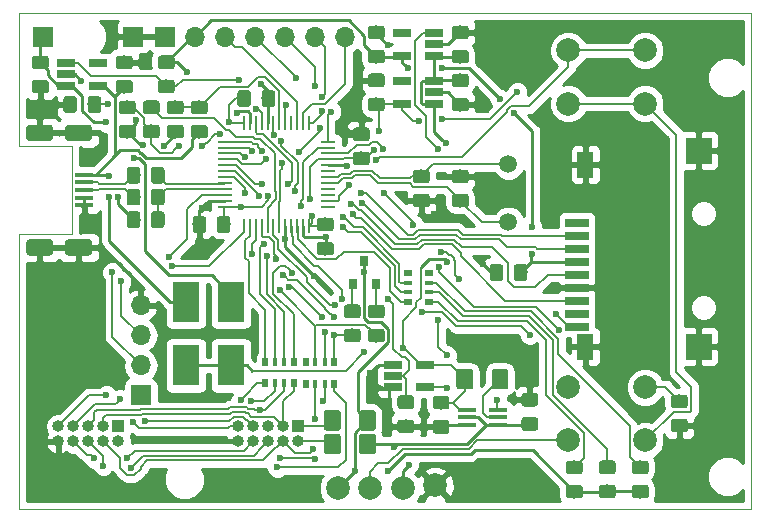
<source format=gtl>
G04 #@! TF.GenerationSoftware,KiCad,Pcbnew,(5.0.1)-4*
G04 #@! TF.CreationDate,2018-12-14T18:15:29+08:00*
G04 #@! TF.ProjectId,Project 23,50726F6A6563742032332E6B69636164,V 0.7*
G04 #@! TF.SameCoordinates,Original*
G04 #@! TF.FileFunction,Copper,L1,Top,Signal*
G04 #@! TF.FilePolarity,Positive*
%FSLAX46Y46*%
G04 Gerber Fmt 4.6, Leading zero omitted, Abs format (unit mm)*
G04 Created by KiCad (PCBNEW (5.0.1)-4) date 12/14/2018 6:15:29 PM*
%MOMM*%
%LPD*%
G01*
G04 APERTURE LIST*
G04 #@! TA.AperFunction,NonConductor*
%ADD10C,0.100000*%
G04 #@! TD*
G04 #@! TA.AperFunction,Conductor*
%ADD11C,0.100000*%
G04 #@! TD*
G04 #@! TA.AperFunction,SMDPad,CuDef*
%ADD12C,1.150000*%
G04 #@! TD*
G04 #@! TA.AperFunction,ComponentPad*
%ADD13C,1.500000*%
G04 #@! TD*
G04 #@! TA.AperFunction,ComponentPad*
%ADD14R,1.700000X1.700000*%
G04 #@! TD*
G04 #@! TA.AperFunction,ComponentPad*
%ADD15O,1.700000X1.700000*%
G04 #@! TD*
G04 #@! TA.AperFunction,ComponentPad*
%ADD16R,1.000000X1.000000*%
G04 #@! TD*
G04 #@! TA.AperFunction,ComponentPad*
%ADD17O,1.000000X1.000000*%
G04 #@! TD*
G04 #@! TA.AperFunction,SMDPad,CuDef*
%ADD18R,2.300000X3.500000*%
G04 #@! TD*
G04 #@! TA.AperFunction,SMDPad,CuDef*
%ADD19R,0.800000X0.900000*%
G04 #@! TD*
G04 #@! TA.AperFunction,SMDPad,CuDef*
%ADD20C,1.425000*%
G04 #@! TD*
G04 #@! TA.AperFunction,SMDPad,CuDef*
%ADD21R,2.200000X2.200000*%
G04 #@! TD*
G04 #@! TA.AperFunction,SMDPad,CuDef*
%ADD22R,1.400000X2.200000*%
G04 #@! TD*
G04 #@! TA.AperFunction,SMDPad,CuDef*
%ADD23R,2.000000X0.700000*%
G04 #@! TD*
G04 #@! TA.AperFunction,SMDPad,CuDef*
%ADD24R,0.800000X0.500000*%
G04 #@! TD*
G04 #@! TA.AperFunction,SMDPad,CuDef*
%ADD25R,0.800000X0.400000*%
G04 #@! TD*
G04 #@! TA.AperFunction,SMDPad,CuDef*
%ADD26R,0.500000X0.800000*%
G04 #@! TD*
G04 #@! TA.AperFunction,SMDPad,CuDef*
%ADD27R,0.400000X0.800000*%
G04 #@! TD*
G04 #@! TA.AperFunction,ComponentPad*
%ADD28C,2.000000*%
G04 #@! TD*
G04 #@! TA.AperFunction,BGAPad,CuDef*
%ADD29C,2.000000*%
G04 #@! TD*
G04 #@! TA.AperFunction,SMDPad,CuDef*
%ADD30R,1.300000X0.250000*%
G04 #@! TD*
G04 #@! TA.AperFunction,SMDPad,CuDef*
%ADD31R,0.250000X1.300000*%
G04 #@! TD*
G04 #@! TA.AperFunction,SMDPad,CuDef*
%ADD32R,1.560000X0.650000*%
G04 #@! TD*
G04 #@! TA.AperFunction,ComponentPad*
%ADD33C,1.400000*%
G04 #@! TD*
G04 #@! TA.AperFunction,SMDPad,CuDef*
%ADD34R,1.550000X0.400000*%
G04 #@! TD*
G04 #@! TA.AperFunction,SMDPad,CuDef*
%ADD35R,1.500000X0.400000*%
G04 #@! TD*
G04 #@! TA.AperFunction,ViaPad*
%ADD36C,0.600000*%
G04 #@! TD*
G04 #@! TA.AperFunction,Conductor*
%ADD37C,0.203000*%
G04 #@! TD*
G04 #@! TA.AperFunction,Conductor*
%ADD38C,0.220000*%
G04 #@! TD*
G04 #@! TA.AperFunction,Conductor*
%ADD39C,0.200000*%
G04 #@! TD*
G04 #@! TA.AperFunction,Conductor*
%ADD40C,0.152000*%
G04 #@! TD*
G04 #@! TA.AperFunction,Conductor*
%ADD41C,0.254000*%
G04 #@! TD*
G04 APERTURE END LIST*
D10*
X54500000Y-58700000D02*
X50000000Y-58700000D01*
X54500000Y-51300000D02*
X54500000Y-58700000D01*
X50000000Y-51300000D02*
X54500000Y-51300000D01*
X50000000Y-58700000D02*
X50000000Y-82000000D01*
X112000000Y-40000000D02*
X50000000Y-40000000D01*
X112000000Y-82000000D02*
X112000000Y-40000000D01*
X50000000Y-82000000D02*
X112000000Y-82000000D01*
X50000000Y-40000000D02*
X50000000Y-51300000D01*
D11*
G04 #@! TO.N,GND*
G04 #@! TO.C,R41*
G36*
X83224505Y-74426204D02*
X83248773Y-74429804D01*
X83272572Y-74435765D01*
X83295671Y-74444030D01*
X83317850Y-74454520D01*
X83338893Y-74467132D01*
X83358599Y-74481747D01*
X83376777Y-74498223D01*
X83393253Y-74516401D01*
X83407868Y-74536107D01*
X83420480Y-74557150D01*
X83430970Y-74579329D01*
X83439235Y-74602428D01*
X83445196Y-74626227D01*
X83448796Y-74650495D01*
X83450000Y-74674999D01*
X83450000Y-75325001D01*
X83448796Y-75349505D01*
X83445196Y-75373773D01*
X83439235Y-75397572D01*
X83430970Y-75420671D01*
X83420480Y-75442850D01*
X83407868Y-75463893D01*
X83393253Y-75483599D01*
X83376777Y-75501777D01*
X83358599Y-75518253D01*
X83338893Y-75532868D01*
X83317850Y-75545480D01*
X83295671Y-75555970D01*
X83272572Y-75564235D01*
X83248773Y-75570196D01*
X83224505Y-75573796D01*
X83200001Y-75575000D01*
X82299999Y-75575000D01*
X82275495Y-75573796D01*
X82251227Y-75570196D01*
X82227428Y-75564235D01*
X82204329Y-75555970D01*
X82182150Y-75545480D01*
X82161107Y-75532868D01*
X82141401Y-75518253D01*
X82123223Y-75501777D01*
X82106747Y-75483599D01*
X82092132Y-75463893D01*
X82079520Y-75442850D01*
X82069030Y-75420671D01*
X82060765Y-75397572D01*
X82054804Y-75373773D01*
X82051204Y-75349505D01*
X82050000Y-75325001D01*
X82050000Y-74674999D01*
X82051204Y-74650495D01*
X82054804Y-74626227D01*
X82060765Y-74602428D01*
X82069030Y-74579329D01*
X82079520Y-74557150D01*
X82092132Y-74536107D01*
X82106747Y-74516401D01*
X82123223Y-74498223D01*
X82141401Y-74481747D01*
X82161107Y-74467132D01*
X82182150Y-74454520D01*
X82204329Y-74444030D01*
X82227428Y-74435765D01*
X82251227Y-74429804D01*
X82275495Y-74426204D01*
X82299999Y-74425000D01*
X83200001Y-74425000D01*
X83224505Y-74426204D01*
X83224505Y-74426204D01*
G37*
D12*
G04 #@! TD*
G04 #@! TO.P,R41,1*
G04 #@! TO.N,GND*
X82750000Y-75000000D03*
D11*
G04 #@! TO.N,Net-(R41-Pad2)*
G04 #@! TO.C,R41*
G36*
X83224505Y-72376204D02*
X83248773Y-72379804D01*
X83272572Y-72385765D01*
X83295671Y-72394030D01*
X83317850Y-72404520D01*
X83338893Y-72417132D01*
X83358599Y-72431747D01*
X83376777Y-72448223D01*
X83393253Y-72466401D01*
X83407868Y-72486107D01*
X83420480Y-72507150D01*
X83430970Y-72529329D01*
X83439235Y-72552428D01*
X83445196Y-72576227D01*
X83448796Y-72600495D01*
X83450000Y-72624999D01*
X83450000Y-73275001D01*
X83448796Y-73299505D01*
X83445196Y-73323773D01*
X83439235Y-73347572D01*
X83430970Y-73370671D01*
X83420480Y-73392850D01*
X83407868Y-73413893D01*
X83393253Y-73433599D01*
X83376777Y-73451777D01*
X83358599Y-73468253D01*
X83338893Y-73482868D01*
X83317850Y-73495480D01*
X83295671Y-73505970D01*
X83272572Y-73514235D01*
X83248773Y-73520196D01*
X83224505Y-73523796D01*
X83200001Y-73525000D01*
X82299999Y-73525000D01*
X82275495Y-73523796D01*
X82251227Y-73520196D01*
X82227428Y-73514235D01*
X82204329Y-73505970D01*
X82182150Y-73495480D01*
X82161107Y-73482868D01*
X82141401Y-73468253D01*
X82123223Y-73451777D01*
X82106747Y-73433599D01*
X82092132Y-73413893D01*
X82079520Y-73392850D01*
X82069030Y-73370671D01*
X82060765Y-73347572D01*
X82054804Y-73323773D01*
X82051204Y-73299505D01*
X82050000Y-73275001D01*
X82050000Y-72624999D01*
X82051204Y-72600495D01*
X82054804Y-72576227D01*
X82060765Y-72552428D01*
X82069030Y-72529329D01*
X82079520Y-72507150D01*
X82092132Y-72486107D01*
X82106747Y-72466401D01*
X82123223Y-72448223D01*
X82141401Y-72431747D01*
X82161107Y-72417132D01*
X82182150Y-72404520D01*
X82204329Y-72394030D01*
X82227428Y-72385765D01*
X82251227Y-72379804D01*
X82275495Y-72376204D01*
X82299999Y-72375000D01*
X83200001Y-72375000D01*
X83224505Y-72376204D01*
X83224505Y-72376204D01*
G37*
D12*
G04 #@! TD*
G04 #@! TO.P,R41,2*
G04 #@! TO.N,Net-(R41-Pad2)*
X82750000Y-72950000D03*
D13*
G04 #@! TO.P,Y11,1*
G04 #@! TO.N,Net-(C11-Pad1)*
X91440000Y-52832000D03*
G04 #@! TO.P,Y11,2*
G04 #@! TO.N,Net-(C12-Pad1)*
X91440000Y-57712000D03*
G04 #@! TD*
D14*
G04 #@! TO.P,J13,1*
G04 #@! TO.N,N/C*
X60325000Y-72390000D03*
D15*
G04 #@! TO.P,J13,2*
G04 #@! TO.N,/SWDIO*
X60325000Y-69850000D03*
G04 #@! TO.P,J13,3*
G04 #@! TO.N,/SWCLK*
X60325000Y-67310000D03*
G04 #@! TO.P,J13,4*
G04 #@! TO.N,GND*
X60325000Y-64770000D03*
G04 #@! TD*
D16*
G04 #@! TO.P,J11,1*
G04 #@! TO.N,N/C*
X58420000Y-75000000D03*
D17*
G04 #@! TO.P,J11,2*
X58420000Y-76270000D03*
G04 #@! TO.P,J11,3*
G04 #@! TO.N,Net-(J11-Pad3)*
X57150000Y-75000000D03*
G04 #@! TO.P,J11,4*
G04 #@! TO.N,Net-(J11-Pad4)*
X57150000Y-76270000D03*
G04 #@! TO.P,J11,5*
G04 #@! TO.N,Net-(J11-Pad5)*
X55880000Y-75000000D03*
G04 #@! TO.P,J11,6*
G04 #@! TO.N,Net-(J11-Pad6)*
X55880000Y-76270000D03*
G04 #@! TO.P,J11,7*
G04 #@! TO.N,Net-(J11-Pad7)*
X54610000Y-75000000D03*
G04 #@! TO.P,J11,8*
G04 #@! TO.N,Net-(J11-Pad8)*
X54610000Y-76270000D03*
G04 #@! TO.P,J11,9*
G04 #@! TO.N,Net-(J11-Pad9)*
X53340000Y-75000000D03*
G04 #@! TO.P,J11,10*
G04 #@! TO.N,GND*
X53340000Y-76270000D03*
G04 #@! TD*
G04 #@! TO.P,J12,10*
G04 #@! TO.N,GND*
X68580000Y-76270000D03*
G04 #@! TO.P,J12,9*
G04 #@! TO.N,Net-(J11-Pad9)*
X68580000Y-75000000D03*
G04 #@! TO.P,J12,8*
G04 #@! TO.N,Net-(J11-Pad8)*
X69850000Y-76270000D03*
G04 #@! TO.P,J12,7*
G04 #@! TO.N,Net-(J11-Pad7)*
X69850000Y-75000000D03*
G04 #@! TO.P,J12,6*
G04 #@! TO.N,Net-(J11-Pad6)*
X71120000Y-76270000D03*
G04 #@! TO.P,J12,5*
G04 #@! TO.N,Net-(J11-Pad5)*
X71120000Y-75000000D03*
G04 #@! TO.P,J12,4*
G04 #@! TO.N,Net-(J11-Pad4)*
X72390000Y-76270000D03*
G04 #@! TO.P,J12,3*
G04 #@! TO.N,Net-(J11-Pad3)*
X72390000Y-75000000D03*
G04 #@! TO.P,J12,2*
G04 #@! TO.N,Net-(F11-Pad2)*
X73660000Y-76270000D03*
D16*
G04 #@! TO.P,J12,1*
G04 #@! TO.N,Net-(F12-Pad1)*
X73660000Y-75000000D03*
G04 #@! TD*
D11*
G04 #@! TO.N,Net-(C11-Pad1)*
G04 #@! TO.C,C11*
G36*
X84548505Y-53265204D02*
X84572773Y-53268804D01*
X84596572Y-53274765D01*
X84619671Y-53283030D01*
X84641850Y-53293520D01*
X84662893Y-53306132D01*
X84682599Y-53320747D01*
X84700777Y-53337223D01*
X84717253Y-53355401D01*
X84731868Y-53375107D01*
X84744480Y-53396150D01*
X84754970Y-53418329D01*
X84763235Y-53441428D01*
X84769196Y-53465227D01*
X84772796Y-53489495D01*
X84774000Y-53513999D01*
X84774000Y-54164001D01*
X84772796Y-54188505D01*
X84769196Y-54212773D01*
X84763235Y-54236572D01*
X84754970Y-54259671D01*
X84744480Y-54281850D01*
X84731868Y-54302893D01*
X84717253Y-54322599D01*
X84700777Y-54340777D01*
X84682599Y-54357253D01*
X84662893Y-54371868D01*
X84641850Y-54384480D01*
X84619671Y-54394970D01*
X84596572Y-54403235D01*
X84572773Y-54409196D01*
X84548505Y-54412796D01*
X84524001Y-54414000D01*
X83623999Y-54414000D01*
X83599495Y-54412796D01*
X83575227Y-54409196D01*
X83551428Y-54403235D01*
X83528329Y-54394970D01*
X83506150Y-54384480D01*
X83485107Y-54371868D01*
X83465401Y-54357253D01*
X83447223Y-54340777D01*
X83430747Y-54322599D01*
X83416132Y-54302893D01*
X83403520Y-54281850D01*
X83393030Y-54259671D01*
X83384765Y-54236572D01*
X83378804Y-54212773D01*
X83375204Y-54188505D01*
X83374000Y-54164001D01*
X83374000Y-53513999D01*
X83375204Y-53489495D01*
X83378804Y-53465227D01*
X83384765Y-53441428D01*
X83393030Y-53418329D01*
X83403520Y-53396150D01*
X83416132Y-53375107D01*
X83430747Y-53355401D01*
X83447223Y-53337223D01*
X83465401Y-53320747D01*
X83485107Y-53306132D01*
X83506150Y-53293520D01*
X83528329Y-53283030D01*
X83551428Y-53274765D01*
X83575227Y-53268804D01*
X83599495Y-53265204D01*
X83623999Y-53264000D01*
X84524001Y-53264000D01*
X84548505Y-53265204D01*
X84548505Y-53265204D01*
G37*
D12*
G04 #@! TD*
G04 #@! TO.P,C11,1*
G04 #@! TO.N,Net-(C11-Pad1)*
X84074000Y-53839000D03*
D11*
G04 #@! TO.N,GND*
G04 #@! TO.C,C11*
G36*
X84548505Y-55315204D02*
X84572773Y-55318804D01*
X84596572Y-55324765D01*
X84619671Y-55333030D01*
X84641850Y-55343520D01*
X84662893Y-55356132D01*
X84682599Y-55370747D01*
X84700777Y-55387223D01*
X84717253Y-55405401D01*
X84731868Y-55425107D01*
X84744480Y-55446150D01*
X84754970Y-55468329D01*
X84763235Y-55491428D01*
X84769196Y-55515227D01*
X84772796Y-55539495D01*
X84774000Y-55563999D01*
X84774000Y-56214001D01*
X84772796Y-56238505D01*
X84769196Y-56262773D01*
X84763235Y-56286572D01*
X84754970Y-56309671D01*
X84744480Y-56331850D01*
X84731868Y-56352893D01*
X84717253Y-56372599D01*
X84700777Y-56390777D01*
X84682599Y-56407253D01*
X84662893Y-56421868D01*
X84641850Y-56434480D01*
X84619671Y-56444970D01*
X84596572Y-56453235D01*
X84572773Y-56459196D01*
X84548505Y-56462796D01*
X84524001Y-56464000D01*
X83623999Y-56464000D01*
X83599495Y-56462796D01*
X83575227Y-56459196D01*
X83551428Y-56453235D01*
X83528329Y-56444970D01*
X83506150Y-56434480D01*
X83485107Y-56421868D01*
X83465401Y-56407253D01*
X83447223Y-56390777D01*
X83430747Y-56372599D01*
X83416132Y-56352893D01*
X83403520Y-56331850D01*
X83393030Y-56309671D01*
X83384765Y-56286572D01*
X83378804Y-56262773D01*
X83375204Y-56238505D01*
X83374000Y-56214001D01*
X83374000Y-55563999D01*
X83375204Y-55539495D01*
X83378804Y-55515227D01*
X83384765Y-55491428D01*
X83393030Y-55468329D01*
X83403520Y-55446150D01*
X83416132Y-55425107D01*
X83430747Y-55405401D01*
X83447223Y-55387223D01*
X83465401Y-55370747D01*
X83485107Y-55356132D01*
X83506150Y-55343520D01*
X83528329Y-55333030D01*
X83551428Y-55324765D01*
X83575227Y-55318804D01*
X83599495Y-55315204D01*
X83623999Y-55314000D01*
X84524001Y-55314000D01*
X84548505Y-55315204D01*
X84548505Y-55315204D01*
G37*
D12*
G04 #@! TD*
G04 #@! TO.P,C11,2*
G04 #@! TO.N,GND*
X84074000Y-55889000D03*
D11*
G04 #@! TO.N,Net-(C12-Pad1)*
G04 #@! TO.C,C12*
G36*
X87850505Y-55315204D02*
X87874773Y-55318804D01*
X87898572Y-55324765D01*
X87921671Y-55333030D01*
X87943850Y-55343520D01*
X87964893Y-55356132D01*
X87984599Y-55370747D01*
X88002777Y-55387223D01*
X88019253Y-55405401D01*
X88033868Y-55425107D01*
X88046480Y-55446150D01*
X88056970Y-55468329D01*
X88065235Y-55491428D01*
X88071196Y-55515227D01*
X88074796Y-55539495D01*
X88076000Y-55563999D01*
X88076000Y-56214001D01*
X88074796Y-56238505D01*
X88071196Y-56262773D01*
X88065235Y-56286572D01*
X88056970Y-56309671D01*
X88046480Y-56331850D01*
X88033868Y-56352893D01*
X88019253Y-56372599D01*
X88002777Y-56390777D01*
X87984599Y-56407253D01*
X87964893Y-56421868D01*
X87943850Y-56434480D01*
X87921671Y-56444970D01*
X87898572Y-56453235D01*
X87874773Y-56459196D01*
X87850505Y-56462796D01*
X87826001Y-56464000D01*
X86925999Y-56464000D01*
X86901495Y-56462796D01*
X86877227Y-56459196D01*
X86853428Y-56453235D01*
X86830329Y-56444970D01*
X86808150Y-56434480D01*
X86787107Y-56421868D01*
X86767401Y-56407253D01*
X86749223Y-56390777D01*
X86732747Y-56372599D01*
X86718132Y-56352893D01*
X86705520Y-56331850D01*
X86695030Y-56309671D01*
X86686765Y-56286572D01*
X86680804Y-56262773D01*
X86677204Y-56238505D01*
X86676000Y-56214001D01*
X86676000Y-55563999D01*
X86677204Y-55539495D01*
X86680804Y-55515227D01*
X86686765Y-55491428D01*
X86695030Y-55468329D01*
X86705520Y-55446150D01*
X86718132Y-55425107D01*
X86732747Y-55405401D01*
X86749223Y-55387223D01*
X86767401Y-55370747D01*
X86787107Y-55356132D01*
X86808150Y-55343520D01*
X86830329Y-55333030D01*
X86853428Y-55324765D01*
X86877227Y-55318804D01*
X86901495Y-55315204D01*
X86925999Y-55314000D01*
X87826001Y-55314000D01*
X87850505Y-55315204D01*
X87850505Y-55315204D01*
G37*
D12*
G04 #@! TD*
G04 #@! TO.P,C12,1*
G04 #@! TO.N,Net-(C12-Pad1)*
X87376000Y-55889000D03*
D11*
G04 #@! TO.N,GND*
G04 #@! TO.C,C12*
G36*
X87850505Y-53265204D02*
X87874773Y-53268804D01*
X87898572Y-53274765D01*
X87921671Y-53283030D01*
X87943850Y-53293520D01*
X87964893Y-53306132D01*
X87984599Y-53320747D01*
X88002777Y-53337223D01*
X88019253Y-53355401D01*
X88033868Y-53375107D01*
X88046480Y-53396150D01*
X88056970Y-53418329D01*
X88065235Y-53441428D01*
X88071196Y-53465227D01*
X88074796Y-53489495D01*
X88076000Y-53513999D01*
X88076000Y-54164001D01*
X88074796Y-54188505D01*
X88071196Y-54212773D01*
X88065235Y-54236572D01*
X88056970Y-54259671D01*
X88046480Y-54281850D01*
X88033868Y-54302893D01*
X88019253Y-54322599D01*
X88002777Y-54340777D01*
X87984599Y-54357253D01*
X87964893Y-54371868D01*
X87943850Y-54384480D01*
X87921671Y-54394970D01*
X87898572Y-54403235D01*
X87874773Y-54409196D01*
X87850505Y-54412796D01*
X87826001Y-54414000D01*
X86925999Y-54414000D01*
X86901495Y-54412796D01*
X86877227Y-54409196D01*
X86853428Y-54403235D01*
X86830329Y-54394970D01*
X86808150Y-54384480D01*
X86787107Y-54371868D01*
X86767401Y-54357253D01*
X86749223Y-54340777D01*
X86732747Y-54322599D01*
X86718132Y-54302893D01*
X86705520Y-54281850D01*
X86695030Y-54259671D01*
X86686765Y-54236572D01*
X86680804Y-54212773D01*
X86677204Y-54188505D01*
X86676000Y-54164001D01*
X86676000Y-53513999D01*
X86677204Y-53489495D01*
X86680804Y-53465227D01*
X86686765Y-53441428D01*
X86695030Y-53418329D01*
X86705520Y-53396150D01*
X86718132Y-53375107D01*
X86732747Y-53355401D01*
X86749223Y-53337223D01*
X86767401Y-53320747D01*
X86787107Y-53306132D01*
X86808150Y-53293520D01*
X86830329Y-53283030D01*
X86853428Y-53274765D01*
X86877227Y-53268804D01*
X86901495Y-53265204D01*
X86925999Y-53264000D01*
X87826001Y-53264000D01*
X87850505Y-53265204D01*
X87850505Y-53265204D01*
G37*
D12*
G04 #@! TD*
G04 #@! TO.P,C12,2*
G04 #@! TO.N,GND*
X87376000Y-53839000D03*
D11*
G04 #@! TO.N,/3V3SB*
G04 #@! TO.C,C16*
G36*
X69419505Y-46545204D02*
X69443773Y-46548804D01*
X69467572Y-46554765D01*
X69490671Y-46563030D01*
X69512850Y-46573520D01*
X69533893Y-46586132D01*
X69553599Y-46600747D01*
X69571777Y-46617223D01*
X69588253Y-46635401D01*
X69602868Y-46655107D01*
X69615480Y-46676150D01*
X69625970Y-46698329D01*
X69634235Y-46721428D01*
X69640196Y-46745227D01*
X69643796Y-46769495D01*
X69645000Y-46793999D01*
X69645000Y-47694001D01*
X69643796Y-47718505D01*
X69640196Y-47742773D01*
X69634235Y-47766572D01*
X69625970Y-47789671D01*
X69615480Y-47811850D01*
X69602868Y-47832893D01*
X69588253Y-47852599D01*
X69571777Y-47870777D01*
X69553599Y-47887253D01*
X69533893Y-47901868D01*
X69512850Y-47914480D01*
X69490671Y-47924970D01*
X69467572Y-47933235D01*
X69443773Y-47939196D01*
X69419505Y-47942796D01*
X69395001Y-47944000D01*
X68744999Y-47944000D01*
X68720495Y-47942796D01*
X68696227Y-47939196D01*
X68672428Y-47933235D01*
X68649329Y-47924970D01*
X68627150Y-47914480D01*
X68606107Y-47901868D01*
X68586401Y-47887253D01*
X68568223Y-47870777D01*
X68551747Y-47852599D01*
X68537132Y-47832893D01*
X68524520Y-47811850D01*
X68514030Y-47789671D01*
X68505765Y-47766572D01*
X68499804Y-47742773D01*
X68496204Y-47718505D01*
X68495000Y-47694001D01*
X68495000Y-46793999D01*
X68496204Y-46769495D01*
X68499804Y-46745227D01*
X68505765Y-46721428D01*
X68514030Y-46698329D01*
X68524520Y-46676150D01*
X68537132Y-46655107D01*
X68551747Y-46635401D01*
X68568223Y-46617223D01*
X68586401Y-46600747D01*
X68606107Y-46586132D01*
X68627150Y-46573520D01*
X68649329Y-46563030D01*
X68672428Y-46554765D01*
X68696227Y-46548804D01*
X68720495Y-46545204D01*
X68744999Y-46544000D01*
X69395001Y-46544000D01*
X69419505Y-46545204D01*
X69419505Y-46545204D01*
G37*
D12*
G04 #@! TD*
G04 #@! TO.P,C16,1*
G04 #@! TO.N,/3V3SB*
X69070000Y-47244000D03*
D11*
G04 #@! TO.N,GND*
G04 #@! TO.C,C16*
G36*
X71469505Y-46545204D02*
X71493773Y-46548804D01*
X71517572Y-46554765D01*
X71540671Y-46563030D01*
X71562850Y-46573520D01*
X71583893Y-46586132D01*
X71603599Y-46600747D01*
X71621777Y-46617223D01*
X71638253Y-46635401D01*
X71652868Y-46655107D01*
X71665480Y-46676150D01*
X71675970Y-46698329D01*
X71684235Y-46721428D01*
X71690196Y-46745227D01*
X71693796Y-46769495D01*
X71695000Y-46793999D01*
X71695000Y-47694001D01*
X71693796Y-47718505D01*
X71690196Y-47742773D01*
X71684235Y-47766572D01*
X71675970Y-47789671D01*
X71665480Y-47811850D01*
X71652868Y-47832893D01*
X71638253Y-47852599D01*
X71621777Y-47870777D01*
X71603599Y-47887253D01*
X71583893Y-47901868D01*
X71562850Y-47914480D01*
X71540671Y-47924970D01*
X71517572Y-47933235D01*
X71493773Y-47939196D01*
X71469505Y-47942796D01*
X71445001Y-47944000D01*
X70794999Y-47944000D01*
X70770495Y-47942796D01*
X70746227Y-47939196D01*
X70722428Y-47933235D01*
X70699329Y-47924970D01*
X70677150Y-47914480D01*
X70656107Y-47901868D01*
X70636401Y-47887253D01*
X70618223Y-47870777D01*
X70601747Y-47852599D01*
X70587132Y-47832893D01*
X70574520Y-47811850D01*
X70564030Y-47789671D01*
X70555765Y-47766572D01*
X70549804Y-47742773D01*
X70546204Y-47718505D01*
X70545000Y-47694001D01*
X70545000Y-46793999D01*
X70546204Y-46769495D01*
X70549804Y-46745227D01*
X70555765Y-46721428D01*
X70564030Y-46698329D01*
X70574520Y-46676150D01*
X70587132Y-46655107D01*
X70601747Y-46635401D01*
X70618223Y-46617223D01*
X70636401Y-46600747D01*
X70656107Y-46586132D01*
X70677150Y-46573520D01*
X70699329Y-46563030D01*
X70722428Y-46554765D01*
X70746227Y-46548804D01*
X70770495Y-46545204D01*
X70794999Y-46544000D01*
X71445001Y-46544000D01*
X71469505Y-46545204D01*
X71469505Y-46545204D01*
G37*
D12*
G04 #@! TD*
G04 #@! TO.P,C16,2*
G04 #@! TO.N,GND*
X71120000Y-47244000D03*
D11*
G04 #@! TO.N,GND*
G04 #@! TO.C,C17*
G36*
X79468505Y-49700204D02*
X79492773Y-49703804D01*
X79516572Y-49709765D01*
X79539671Y-49718030D01*
X79561850Y-49728520D01*
X79582893Y-49741132D01*
X79602599Y-49755747D01*
X79620777Y-49772223D01*
X79637253Y-49790401D01*
X79651868Y-49810107D01*
X79664480Y-49831150D01*
X79674970Y-49853329D01*
X79683235Y-49876428D01*
X79689196Y-49900227D01*
X79692796Y-49924495D01*
X79694000Y-49948999D01*
X79694000Y-50599001D01*
X79692796Y-50623505D01*
X79689196Y-50647773D01*
X79683235Y-50671572D01*
X79674970Y-50694671D01*
X79664480Y-50716850D01*
X79651868Y-50737893D01*
X79637253Y-50757599D01*
X79620777Y-50775777D01*
X79602599Y-50792253D01*
X79582893Y-50806868D01*
X79561850Y-50819480D01*
X79539671Y-50829970D01*
X79516572Y-50838235D01*
X79492773Y-50844196D01*
X79468505Y-50847796D01*
X79444001Y-50849000D01*
X78543999Y-50849000D01*
X78519495Y-50847796D01*
X78495227Y-50844196D01*
X78471428Y-50838235D01*
X78448329Y-50829970D01*
X78426150Y-50819480D01*
X78405107Y-50806868D01*
X78385401Y-50792253D01*
X78367223Y-50775777D01*
X78350747Y-50757599D01*
X78336132Y-50737893D01*
X78323520Y-50716850D01*
X78313030Y-50694671D01*
X78304765Y-50671572D01*
X78298804Y-50647773D01*
X78295204Y-50623505D01*
X78294000Y-50599001D01*
X78294000Y-49948999D01*
X78295204Y-49924495D01*
X78298804Y-49900227D01*
X78304765Y-49876428D01*
X78313030Y-49853329D01*
X78323520Y-49831150D01*
X78336132Y-49810107D01*
X78350747Y-49790401D01*
X78367223Y-49772223D01*
X78385401Y-49755747D01*
X78405107Y-49741132D01*
X78426150Y-49728520D01*
X78448329Y-49718030D01*
X78471428Y-49709765D01*
X78495227Y-49703804D01*
X78519495Y-49700204D01*
X78543999Y-49699000D01*
X79444001Y-49699000D01*
X79468505Y-49700204D01*
X79468505Y-49700204D01*
G37*
D12*
G04 #@! TD*
G04 #@! TO.P,C17,2*
G04 #@! TO.N,GND*
X78994000Y-50274000D03*
D11*
G04 #@! TO.N,/3V3SB*
G04 #@! TO.C,C17*
G36*
X79468505Y-51750204D02*
X79492773Y-51753804D01*
X79516572Y-51759765D01*
X79539671Y-51768030D01*
X79561850Y-51778520D01*
X79582893Y-51791132D01*
X79602599Y-51805747D01*
X79620777Y-51822223D01*
X79637253Y-51840401D01*
X79651868Y-51860107D01*
X79664480Y-51881150D01*
X79674970Y-51903329D01*
X79683235Y-51926428D01*
X79689196Y-51950227D01*
X79692796Y-51974495D01*
X79694000Y-51998999D01*
X79694000Y-52649001D01*
X79692796Y-52673505D01*
X79689196Y-52697773D01*
X79683235Y-52721572D01*
X79674970Y-52744671D01*
X79664480Y-52766850D01*
X79651868Y-52787893D01*
X79637253Y-52807599D01*
X79620777Y-52825777D01*
X79602599Y-52842253D01*
X79582893Y-52856868D01*
X79561850Y-52869480D01*
X79539671Y-52879970D01*
X79516572Y-52888235D01*
X79492773Y-52894196D01*
X79468505Y-52897796D01*
X79444001Y-52899000D01*
X78543999Y-52899000D01*
X78519495Y-52897796D01*
X78495227Y-52894196D01*
X78471428Y-52888235D01*
X78448329Y-52879970D01*
X78426150Y-52869480D01*
X78405107Y-52856868D01*
X78385401Y-52842253D01*
X78367223Y-52825777D01*
X78350747Y-52807599D01*
X78336132Y-52787893D01*
X78323520Y-52766850D01*
X78313030Y-52744671D01*
X78304765Y-52721572D01*
X78298804Y-52697773D01*
X78295204Y-52673505D01*
X78294000Y-52649001D01*
X78294000Y-51998999D01*
X78295204Y-51974495D01*
X78298804Y-51950227D01*
X78304765Y-51926428D01*
X78313030Y-51903329D01*
X78323520Y-51881150D01*
X78336132Y-51860107D01*
X78350747Y-51840401D01*
X78367223Y-51822223D01*
X78385401Y-51805747D01*
X78405107Y-51791132D01*
X78426150Y-51778520D01*
X78448329Y-51768030D01*
X78471428Y-51759765D01*
X78495227Y-51753804D01*
X78519495Y-51750204D01*
X78543999Y-51749000D01*
X79444001Y-51749000D01*
X79468505Y-51750204D01*
X79468505Y-51750204D01*
G37*
D12*
G04 #@! TD*
G04 #@! TO.P,C17,1*
G04 #@! TO.N,/3V3SB*
X78994000Y-52324000D03*
D11*
G04 #@! TO.N,/3V3SB*
G04 #@! TO.C,C18*
G36*
X67677505Y-57213204D02*
X67701773Y-57216804D01*
X67725572Y-57222765D01*
X67748671Y-57231030D01*
X67770850Y-57241520D01*
X67791893Y-57254132D01*
X67811599Y-57268747D01*
X67829777Y-57285223D01*
X67846253Y-57303401D01*
X67860868Y-57323107D01*
X67873480Y-57344150D01*
X67883970Y-57366329D01*
X67892235Y-57389428D01*
X67898196Y-57413227D01*
X67901796Y-57437495D01*
X67903000Y-57461999D01*
X67903000Y-58362001D01*
X67901796Y-58386505D01*
X67898196Y-58410773D01*
X67892235Y-58434572D01*
X67883970Y-58457671D01*
X67873480Y-58479850D01*
X67860868Y-58500893D01*
X67846253Y-58520599D01*
X67829777Y-58538777D01*
X67811599Y-58555253D01*
X67791893Y-58569868D01*
X67770850Y-58582480D01*
X67748671Y-58592970D01*
X67725572Y-58601235D01*
X67701773Y-58607196D01*
X67677505Y-58610796D01*
X67653001Y-58612000D01*
X67002999Y-58612000D01*
X66978495Y-58610796D01*
X66954227Y-58607196D01*
X66930428Y-58601235D01*
X66907329Y-58592970D01*
X66885150Y-58582480D01*
X66864107Y-58569868D01*
X66844401Y-58555253D01*
X66826223Y-58538777D01*
X66809747Y-58520599D01*
X66795132Y-58500893D01*
X66782520Y-58479850D01*
X66772030Y-58457671D01*
X66763765Y-58434572D01*
X66757804Y-58410773D01*
X66754204Y-58386505D01*
X66753000Y-58362001D01*
X66753000Y-57461999D01*
X66754204Y-57437495D01*
X66757804Y-57413227D01*
X66763765Y-57389428D01*
X66772030Y-57366329D01*
X66782520Y-57344150D01*
X66795132Y-57323107D01*
X66809747Y-57303401D01*
X66826223Y-57285223D01*
X66844401Y-57268747D01*
X66864107Y-57254132D01*
X66885150Y-57241520D01*
X66907329Y-57231030D01*
X66930428Y-57222765D01*
X66954227Y-57216804D01*
X66978495Y-57213204D01*
X67002999Y-57212000D01*
X67653001Y-57212000D01*
X67677505Y-57213204D01*
X67677505Y-57213204D01*
G37*
D12*
G04 #@! TD*
G04 #@! TO.P,C18,1*
G04 #@! TO.N,/3V3SB*
X67328000Y-57912000D03*
D11*
G04 #@! TO.N,GND*
G04 #@! TO.C,C18*
G36*
X65627505Y-57213204D02*
X65651773Y-57216804D01*
X65675572Y-57222765D01*
X65698671Y-57231030D01*
X65720850Y-57241520D01*
X65741893Y-57254132D01*
X65761599Y-57268747D01*
X65779777Y-57285223D01*
X65796253Y-57303401D01*
X65810868Y-57323107D01*
X65823480Y-57344150D01*
X65833970Y-57366329D01*
X65842235Y-57389428D01*
X65848196Y-57413227D01*
X65851796Y-57437495D01*
X65853000Y-57461999D01*
X65853000Y-58362001D01*
X65851796Y-58386505D01*
X65848196Y-58410773D01*
X65842235Y-58434572D01*
X65833970Y-58457671D01*
X65823480Y-58479850D01*
X65810868Y-58500893D01*
X65796253Y-58520599D01*
X65779777Y-58538777D01*
X65761599Y-58555253D01*
X65741893Y-58569868D01*
X65720850Y-58582480D01*
X65698671Y-58592970D01*
X65675572Y-58601235D01*
X65651773Y-58607196D01*
X65627505Y-58610796D01*
X65603001Y-58612000D01*
X64952999Y-58612000D01*
X64928495Y-58610796D01*
X64904227Y-58607196D01*
X64880428Y-58601235D01*
X64857329Y-58592970D01*
X64835150Y-58582480D01*
X64814107Y-58569868D01*
X64794401Y-58555253D01*
X64776223Y-58538777D01*
X64759747Y-58520599D01*
X64745132Y-58500893D01*
X64732520Y-58479850D01*
X64722030Y-58457671D01*
X64713765Y-58434572D01*
X64707804Y-58410773D01*
X64704204Y-58386505D01*
X64703000Y-58362001D01*
X64703000Y-57461999D01*
X64704204Y-57437495D01*
X64707804Y-57413227D01*
X64713765Y-57389428D01*
X64722030Y-57366329D01*
X64732520Y-57344150D01*
X64745132Y-57323107D01*
X64759747Y-57303401D01*
X64776223Y-57285223D01*
X64794401Y-57268747D01*
X64814107Y-57254132D01*
X64835150Y-57241520D01*
X64857329Y-57231030D01*
X64880428Y-57222765D01*
X64904227Y-57216804D01*
X64928495Y-57213204D01*
X64952999Y-57212000D01*
X65603001Y-57212000D01*
X65627505Y-57213204D01*
X65627505Y-57213204D01*
G37*
D12*
G04 #@! TD*
G04 #@! TO.P,C18,2*
G04 #@! TO.N,GND*
X65278000Y-57912000D03*
D11*
G04 #@! TO.N,/3V3SB*
G04 #@! TO.C,C19*
G36*
X76420505Y-57338204D02*
X76444773Y-57341804D01*
X76468572Y-57347765D01*
X76491671Y-57356030D01*
X76513850Y-57366520D01*
X76534893Y-57379132D01*
X76554599Y-57393747D01*
X76572777Y-57410223D01*
X76589253Y-57428401D01*
X76603868Y-57448107D01*
X76616480Y-57469150D01*
X76626970Y-57491329D01*
X76635235Y-57514428D01*
X76641196Y-57538227D01*
X76644796Y-57562495D01*
X76646000Y-57586999D01*
X76646000Y-58237001D01*
X76644796Y-58261505D01*
X76641196Y-58285773D01*
X76635235Y-58309572D01*
X76626970Y-58332671D01*
X76616480Y-58354850D01*
X76603868Y-58375893D01*
X76589253Y-58395599D01*
X76572777Y-58413777D01*
X76554599Y-58430253D01*
X76534893Y-58444868D01*
X76513850Y-58457480D01*
X76491671Y-58467970D01*
X76468572Y-58476235D01*
X76444773Y-58482196D01*
X76420505Y-58485796D01*
X76396001Y-58487000D01*
X75495999Y-58487000D01*
X75471495Y-58485796D01*
X75447227Y-58482196D01*
X75423428Y-58476235D01*
X75400329Y-58467970D01*
X75378150Y-58457480D01*
X75357107Y-58444868D01*
X75337401Y-58430253D01*
X75319223Y-58413777D01*
X75302747Y-58395599D01*
X75288132Y-58375893D01*
X75275520Y-58354850D01*
X75265030Y-58332671D01*
X75256765Y-58309572D01*
X75250804Y-58285773D01*
X75247204Y-58261505D01*
X75246000Y-58237001D01*
X75246000Y-57586999D01*
X75247204Y-57562495D01*
X75250804Y-57538227D01*
X75256765Y-57514428D01*
X75265030Y-57491329D01*
X75275520Y-57469150D01*
X75288132Y-57448107D01*
X75302747Y-57428401D01*
X75319223Y-57410223D01*
X75337401Y-57393747D01*
X75357107Y-57379132D01*
X75378150Y-57366520D01*
X75400329Y-57356030D01*
X75423428Y-57347765D01*
X75447227Y-57341804D01*
X75471495Y-57338204D01*
X75495999Y-57337000D01*
X76396001Y-57337000D01*
X76420505Y-57338204D01*
X76420505Y-57338204D01*
G37*
D12*
G04 #@! TD*
G04 #@! TO.P,C19,1*
G04 #@! TO.N,/3V3SB*
X75946000Y-57912000D03*
D11*
G04 #@! TO.N,GND*
G04 #@! TO.C,C19*
G36*
X76420505Y-59388204D02*
X76444773Y-59391804D01*
X76468572Y-59397765D01*
X76491671Y-59406030D01*
X76513850Y-59416520D01*
X76534893Y-59429132D01*
X76554599Y-59443747D01*
X76572777Y-59460223D01*
X76589253Y-59478401D01*
X76603868Y-59498107D01*
X76616480Y-59519150D01*
X76626970Y-59541329D01*
X76635235Y-59564428D01*
X76641196Y-59588227D01*
X76644796Y-59612495D01*
X76646000Y-59636999D01*
X76646000Y-60287001D01*
X76644796Y-60311505D01*
X76641196Y-60335773D01*
X76635235Y-60359572D01*
X76626970Y-60382671D01*
X76616480Y-60404850D01*
X76603868Y-60425893D01*
X76589253Y-60445599D01*
X76572777Y-60463777D01*
X76554599Y-60480253D01*
X76534893Y-60494868D01*
X76513850Y-60507480D01*
X76491671Y-60517970D01*
X76468572Y-60526235D01*
X76444773Y-60532196D01*
X76420505Y-60535796D01*
X76396001Y-60537000D01*
X75495999Y-60537000D01*
X75471495Y-60535796D01*
X75447227Y-60532196D01*
X75423428Y-60526235D01*
X75400329Y-60517970D01*
X75378150Y-60507480D01*
X75357107Y-60494868D01*
X75337401Y-60480253D01*
X75319223Y-60463777D01*
X75302747Y-60445599D01*
X75288132Y-60425893D01*
X75275520Y-60404850D01*
X75265030Y-60382671D01*
X75256765Y-60359572D01*
X75250804Y-60335773D01*
X75247204Y-60311505D01*
X75246000Y-60287001D01*
X75246000Y-59636999D01*
X75247204Y-59612495D01*
X75250804Y-59588227D01*
X75256765Y-59564428D01*
X75265030Y-59541329D01*
X75275520Y-59519150D01*
X75288132Y-59498107D01*
X75302747Y-59478401D01*
X75319223Y-59460223D01*
X75337401Y-59443747D01*
X75357107Y-59429132D01*
X75378150Y-59416520D01*
X75400329Y-59406030D01*
X75423428Y-59397765D01*
X75447227Y-59391804D01*
X75471495Y-59388204D01*
X75495999Y-59387000D01*
X76396001Y-59387000D01*
X76420505Y-59388204D01*
X76420505Y-59388204D01*
G37*
D12*
G04 #@! TD*
G04 #@! TO.P,C19,2*
G04 #@! TO.N,GND*
X75946000Y-59962000D03*
D11*
G04 #@! TO.N,GND*
G04 #@! TO.C,C21*
G36*
X59402505Y-43622204D02*
X59426773Y-43625804D01*
X59450572Y-43631765D01*
X59473671Y-43640030D01*
X59495850Y-43650520D01*
X59516893Y-43663132D01*
X59536599Y-43677747D01*
X59554777Y-43694223D01*
X59571253Y-43712401D01*
X59585868Y-43732107D01*
X59598480Y-43753150D01*
X59608970Y-43775329D01*
X59617235Y-43798428D01*
X59623196Y-43822227D01*
X59626796Y-43846495D01*
X59628000Y-43870999D01*
X59628000Y-44521001D01*
X59626796Y-44545505D01*
X59623196Y-44569773D01*
X59617235Y-44593572D01*
X59608970Y-44616671D01*
X59598480Y-44638850D01*
X59585868Y-44659893D01*
X59571253Y-44679599D01*
X59554777Y-44697777D01*
X59536599Y-44714253D01*
X59516893Y-44728868D01*
X59495850Y-44741480D01*
X59473671Y-44751970D01*
X59450572Y-44760235D01*
X59426773Y-44766196D01*
X59402505Y-44769796D01*
X59378001Y-44771000D01*
X58477999Y-44771000D01*
X58453495Y-44769796D01*
X58429227Y-44766196D01*
X58405428Y-44760235D01*
X58382329Y-44751970D01*
X58360150Y-44741480D01*
X58339107Y-44728868D01*
X58319401Y-44714253D01*
X58301223Y-44697777D01*
X58284747Y-44679599D01*
X58270132Y-44659893D01*
X58257520Y-44638850D01*
X58247030Y-44616671D01*
X58238765Y-44593572D01*
X58232804Y-44569773D01*
X58229204Y-44545505D01*
X58228000Y-44521001D01*
X58228000Y-43870999D01*
X58229204Y-43846495D01*
X58232804Y-43822227D01*
X58238765Y-43798428D01*
X58247030Y-43775329D01*
X58257520Y-43753150D01*
X58270132Y-43732107D01*
X58284747Y-43712401D01*
X58301223Y-43694223D01*
X58319401Y-43677747D01*
X58339107Y-43663132D01*
X58360150Y-43650520D01*
X58382329Y-43640030D01*
X58405428Y-43631765D01*
X58429227Y-43625804D01*
X58453495Y-43622204D01*
X58477999Y-43621000D01*
X59378001Y-43621000D01*
X59402505Y-43622204D01*
X59402505Y-43622204D01*
G37*
D12*
G04 #@! TD*
G04 #@! TO.P,C21,2*
G04 #@! TO.N,GND*
X58928000Y-44196000D03*
D11*
G04 #@! TO.N,VBUS*
G04 #@! TO.C,C21*
G36*
X59402505Y-45672204D02*
X59426773Y-45675804D01*
X59450572Y-45681765D01*
X59473671Y-45690030D01*
X59495850Y-45700520D01*
X59516893Y-45713132D01*
X59536599Y-45727747D01*
X59554777Y-45744223D01*
X59571253Y-45762401D01*
X59585868Y-45782107D01*
X59598480Y-45803150D01*
X59608970Y-45825329D01*
X59617235Y-45848428D01*
X59623196Y-45872227D01*
X59626796Y-45896495D01*
X59628000Y-45920999D01*
X59628000Y-46571001D01*
X59626796Y-46595505D01*
X59623196Y-46619773D01*
X59617235Y-46643572D01*
X59608970Y-46666671D01*
X59598480Y-46688850D01*
X59585868Y-46709893D01*
X59571253Y-46729599D01*
X59554777Y-46747777D01*
X59536599Y-46764253D01*
X59516893Y-46778868D01*
X59495850Y-46791480D01*
X59473671Y-46801970D01*
X59450572Y-46810235D01*
X59426773Y-46816196D01*
X59402505Y-46819796D01*
X59378001Y-46821000D01*
X58477999Y-46821000D01*
X58453495Y-46819796D01*
X58429227Y-46816196D01*
X58405428Y-46810235D01*
X58382329Y-46801970D01*
X58360150Y-46791480D01*
X58339107Y-46778868D01*
X58319401Y-46764253D01*
X58301223Y-46747777D01*
X58284747Y-46729599D01*
X58270132Y-46709893D01*
X58257520Y-46688850D01*
X58247030Y-46666671D01*
X58238765Y-46643572D01*
X58232804Y-46619773D01*
X58229204Y-46595505D01*
X58228000Y-46571001D01*
X58228000Y-45920999D01*
X58229204Y-45896495D01*
X58232804Y-45872227D01*
X58238765Y-45848428D01*
X58247030Y-45825329D01*
X58257520Y-45803150D01*
X58270132Y-45782107D01*
X58284747Y-45762401D01*
X58301223Y-45744223D01*
X58319401Y-45727747D01*
X58339107Y-45713132D01*
X58360150Y-45700520D01*
X58382329Y-45690030D01*
X58405428Y-45681765D01*
X58429227Y-45675804D01*
X58453495Y-45672204D01*
X58477999Y-45671000D01*
X59378001Y-45671000D01*
X59402505Y-45672204D01*
X59402505Y-45672204D01*
G37*
D12*
G04 #@! TD*
G04 #@! TO.P,C21,1*
G04 #@! TO.N,VBUS*
X58928000Y-46246000D03*
D11*
G04 #@! TO.N,GND*
G04 #@! TO.C,C22*
G36*
X52290505Y-45672204D02*
X52314773Y-45675804D01*
X52338572Y-45681765D01*
X52361671Y-45690030D01*
X52383850Y-45700520D01*
X52404893Y-45713132D01*
X52424599Y-45727747D01*
X52442777Y-45744223D01*
X52459253Y-45762401D01*
X52473868Y-45782107D01*
X52486480Y-45803150D01*
X52496970Y-45825329D01*
X52505235Y-45848428D01*
X52511196Y-45872227D01*
X52514796Y-45896495D01*
X52516000Y-45920999D01*
X52516000Y-46571001D01*
X52514796Y-46595505D01*
X52511196Y-46619773D01*
X52505235Y-46643572D01*
X52496970Y-46666671D01*
X52486480Y-46688850D01*
X52473868Y-46709893D01*
X52459253Y-46729599D01*
X52442777Y-46747777D01*
X52424599Y-46764253D01*
X52404893Y-46778868D01*
X52383850Y-46791480D01*
X52361671Y-46801970D01*
X52338572Y-46810235D01*
X52314773Y-46816196D01*
X52290505Y-46819796D01*
X52266001Y-46821000D01*
X51365999Y-46821000D01*
X51341495Y-46819796D01*
X51317227Y-46816196D01*
X51293428Y-46810235D01*
X51270329Y-46801970D01*
X51248150Y-46791480D01*
X51227107Y-46778868D01*
X51207401Y-46764253D01*
X51189223Y-46747777D01*
X51172747Y-46729599D01*
X51158132Y-46709893D01*
X51145520Y-46688850D01*
X51135030Y-46666671D01*
X51126765Y-46643572D01*
X51120804Y-46619773D01*
X51117204Y-46595505D01*
X51116000Y-46571001D01*
X51116000Y-45920999D01*
X51117204Y-45896495D01*
X51120804Y-45872227D01*
X51126765Y-45848428D01*
X51135030Y-45825329D01*
X51145520Y-45803150D01*
X51158132Y-45782107D01*
X51172747Y-45762401D01*
X51189223Y-45744223D01*
X51207401Y-45727747D01*
X51227107Y-45713132D01*
X51248150Y-45700520D01*
X51270329Y-45690030D01*
X51293428Y-45681765D01*
X51317227Y-45675804D01*
X51341495Y-45672204D01*
X51365999Y-45671000D01*
X52266001Y-45671000D01*
X52290505Y-45672204D01*
X52290505Y-45672204D01*
G37*
D12*
G04 #@! TD*
G04 #@! TO.P,C22,2*
G04 #@! TO.N,GND*
X51816000Y-46246000D03*
D11*
G04 #@! TO.N,+BATT*
G04 #@! TO.C,C22*
G36*
X52290505Y-43622204D02*
X52314773Y-43625804D01*
X52338572Y-43631765D01*
X52361671Y-43640030D01*
X52383850Y-43650520D01*
X52404893Y-43663132D01*
X52424599Y-43677747D01*
X52442777Y-43694223D01*
X52459253Y-43712401D01*
X52473868Y-43732107D01*
X52486480Y-43753150D01*
X52496970Y-43775329D01*
X52505235Y-43798428D01*
X52511196Y-43822227D01*
X52514796Y-43846495D01*
X52516000Y-43870999D01*
X52516000Y-44521001D01*
X52514796Y-44545505D01*
X52511196Y-44569773D01*
X52505235Y-44593572D01*
X52496970Y-44616671D01*
X52486480Y-44638850D01*
X52473868Y-44659893D01*
X52459253Y-44679599D01*
X52442777Y-44697777D01*
X52424599Y-44714253D01*
X52404893Y-44728868D01*
X52383850Y-44741480D01*
X52361671Y-44751970D01*
X52338572Y-44760235D01*
X52314773Y-44766196D01*
X52290505Y-44769796D01*
X52266001Y-44771000D01*
X51365999Y-44771000D01*
X51341495Y-44769796D01*
X51317227Y-44766196D01*
X51293428Y-44760235D01*
X51270329Y-44751970D01*
X51248150Y-44741480D01*
X51227107Y-44728868D01*
X51207401Y-44714253D01*
X51189223Y-44697777D01*
X51172747Y-44679599D01*
X51158132Y-44659893D01*
X51145520Y-44638850D01*
X51135030Y-44616671D01*
X51126765Y-44593572D01*
X51120804Y-44569773D01*
X51117204Y-44545505D01*
X51116000Y-44521001D01*
X51116000Y-43870999D01*
X51117204Y-43846495D01*
X51120804Y-43822227D01*
X51126765Y-43798428D01*
X51135030Y-43775329D01*
X51145520Y-43753150D01*
X51158132Y-43732107D01*
X51172747Y-43712401D01*
X51189223Y-43694223D01*
X51207401Y-43677747D01*
X51227107Y-43663132D01*
X51248150Y-43650520D01*
X51270329Y-43640030D01*
X51293428Y-43631765D01*
X51317227Y-43625804D01*
X51341495Y-43622204D01*
X51365999Y-43621000D01*
X52266001Y-43621000D01*
X52290505Y-43622204D01*
X52290505Y-43622204D01*
G37*
D12*
G04 #@! TD*
G04 #@! TO.P,C22,1*
G04 #@! TO.N,+BATT*
X51816000Y-44196000D03*
D11*
G04 #@! TO.N,GND*
G04 #@! TO.C,C31*
G36*
X87850505Y-47196204D02*
X87874773Y-47199804D01*
X87898572Y-47205765D01*
X87921671Y-47214030D01*
X87943850Y-47224520D01*
X87964893Y-47237132D01*
X87984599Y-47251747D01*
X88002777Y-47268223D01*
X88019253Y-47286401D01*
X88033868Y-47306107D01*
X88046480Y-47327150D01*
X88056970Y-47349329D01*
X88065235Y-47372428D01*
X88071196Y-47396227D01*
X88074796Y-47420495D01*
X88076000Y-47444999D01*
X88076000Y-48095001D01*
X88074796Y-48119505D01*
X88071196Y-48143773D01*
X88065235Y-48167572D01*
X88056970Y-48190671D01*
X88046480Y-48212850D01*
X88033868Y-48233893D01*
X88019253Y-48253599D01*
X88002777Y-48271777D01*
X87984599Y-48288253D01*
X87964893Y-48302868D01*
X87943850Y-48315480D01*
X87921671Y-48325970D01*
X87898572Y-48334235D01*
X87874773Y-48340196D01*
X87850505Y-48343796D01*
X87826001Y-48345000D01*
X86925999Y-48345000D01*
X86901495Y-48343796D01*
X86877227Y-48340196D01*
X86853428Y-48334235D01*
X86830329Y-48325970D01*
X86808150Y-48315480D01*
X86787107Y-48302868D01*
X86767401Y-48288253D01*
X86749223Y-48271777D01*
X86732747Y-48253599D01*
X86718132Y-48233893D01*
X86705520Y-48212850D01*
X86695030Y-48190671D01*
X86686765Y-48167572D01*
X86680804Y-48143773D01*
X86677204Y-48119505D01*
X86676000Y-48095001D01*
X86676000Y-47444999D01*
X86677204Y-47420495D01*
X86680804Y-47396227D01*
X86686765Y-47372428D01*
X86695030Y-47349329D01*
X86705520Y-47327150D01*
X86718132Y-47306107D01*
X86732747Y-47286401D01*
X86749223Y-47268223D01*
X86767401Y-47251747D01*
X86787107Y-47237132D01*
X86808150Y-47224520D01*
X86830329Y-47214030D01*
X86853428Y-47205765D01*
X86877227Y-47199804D01*
X86901495Y-47196204D01*
X86925999Y-47195000D01*
X87826001Y-47195000D01*
X87850505Y-47196204D01*
X87850505Y-47196204D01*
G37*
D12*
G04 #@! TD*
G04 #@! TO.P,C31,2*
G04 #@! TO.N,GND*
X87376000Y-47770000D03*
D11*
G04 #@! TO.N,VCC*
G04 #@! TO.C,C31*
G36*
X87850505Y-45146204D02*
X87874773Y-45149804D01*
X87898572Y-45155765D01*
X87921671Y-45164030D01*
X87943850Y-45174520D01*
X87964893Y-45187132D01*
X87984599Y-45201747D01*
X88002777Y-45218223D01*
X88019253Y-45236401D01*
X88033868Y-45256107D01*
X88046480Y-45277150D01*
X88056970Y-45299329D01*
X88065235Y-45322428D01*
X88071196Y-45346227D01*
X88074796Y-45370495D01*
X88076000Y-45394999D01*
X88076000Y-46045001D01*
X88074796Y-46069505D01*
X88071196Y-46093773D01*
X88065235Y-46117572D01*
X88056970Y-46140671D01*
X88046480Y-46162850D01*
X88033868Y-46183893D01*
X88019253Y-46203599D01*
X88002777Y-46221777D01*
X87984599Y-46238253D01*
X87964893Y-46252868D01*
X87943850Y-46265480D01*
X87921671Y-46275970D01*
X87898572Y-46284235D01*
X87874773Y-46290196D01*
X87850505Y-46293796D01*
X87826001Y-46295000D01*
X86925999Y-46295000D01*
X86901495Y-46293796D01*
X86877227Y-46290196D01*
X86853428Y-46284235D01*
X86830329Y-46275970D01*
X86808150Y-46265480D01*
X86787107Y-46252868D01*
X86767401Y-46238253D01*
X86749223Y-46221777D01*
X86732747Y-46203599D01*
X86718132Y-46183893D01*
X86705520Y-46162850D01*
X86695030Y-46140671D01*
X86686765Y-46117572D01*
X86680804Y-46093773D01*
X86677204Y-46069505D01*
X86676000Y-46045001D01*
X86676000Y-45394999D01*
X86677204Y-45370495D01*
X86680804Y-45346227D01*
X86686765Y-45322428D01*
X86695030Y-45299329D01*
X86705520Y-45277150D01*
X86718132Y-45256107D01*
X86732747Y-45236401D01*
X86749223Y-45218223D01*
X86767401Y-45201747D01*
X86787107Y-45187132D01*
X86808150Y-45174520D01*
X86830329Y-45164030D01*
X86853428Y-45155765D01*
X86877227Y-45149804D01*
X86901495Y-45146204D01*
X86925999Y-45145000D01*
X87826001Y-45145000D01*
X87850505Y-45146204D01*
X87850505Y-45146204D01*
G37*
D12*
G04 #@! TD*
G04 #@! TO.P,C31,1*
G04 #@! TO.N,VCC*
X87376000Y-45720000D03*
D11*
G04 #@! TO.N,/3V3SB*
G04 #@! TO.C,C32*
G36*
X80738505Y-47178204D02*
X80762773Y-47181804D01*
X80786572Y-47187765D01*
X80809671Y-47196030D01*
X80831850Y-47206520D01*
X80852893Y-47219132D01*
X80872599Y-47233747D01*
X80890777Y-47250223D01*
X80907253Y-47268401D01*
X80921868Y-47288107D01*
X80934480Y-47309150D01*
X80944970Y-47331329D01*
X80953235Y-47354428D01*
X80959196Y-47378227D01*
X80962796Y-47402495D01*
X80964000Y-47426999D01*
X80964000Y-48077001D01*
X80962796Y-48101505D01*
X80959196Y-48125773D01*
X80953235Y-48149572D01*
X80944970Y-48172671D01*
X80934480Y-48194850D01*
X80921868Y-48215893D01*
X80907253Y-48235599D01*
X80890777Y-48253777D01*
X80872599Y-48270253D01*
X80852893Y-48284868D01*
X80831850Y-48297480D01*
X80809671Y-48307970D01*
X80786572Y-48316235D01*
X80762773Y-48322196D01*
X80738505Y-48325796D01*
X80714001Y-48327000D01*
X79813999Y-48327000D01*
X79789495Y-48325796D01*
X79765227Y-48322196D01*
X79741428Y-48316235D01*
X79718329Y-48307970D01*
X79696150Y-48297480D01*
X79675107Y-48284868D01*
X79655401Y-48270253D01*
X79637223Y-48253777D01*
X79620747Y-48235599D01*
X79606132Y-48215893D01*
X79593520Y-48194850D01*
X79583030Y-48172671D01*
X79574765Y-48149572D01*
X79568804Y-48125773D01*
X79565204Y-48101505D01*
X79564000Y-48077001D01*
X79564000Y-47426999D01*
X79565204Y-47402495D01*
X79568804Y-47378227D01*
X79574765Y-47354428D01*
X79583030Y-47331329D01*
X79593520Y-47309150D01*
X79606132Y-47288107D01*
X79620747Y-47268401D01*
X79637223Y-47250223D01*
X79655401Y-47233747D01*
X79675107Y-47219132D01*
X79696150Y-47206520D01*
X79718329Y-47196030D01*
X79741428Y-47187765D01*
X79765227Y-47181804D01*
X79789495Y-47178204D01*
X79813999Y-47177000D01*
X80714001Y-47177000D01*
X80738505Y-47178204D01*
X80738505Y-47178204D01*
G37*
D12*
G04 #@! TD*
G04 #@! TO.P,C32,1*
G04 #@! TO.N,/3V3SB*
X80264000Y-47752000D03*
D11*
G04 #@! TO.N,GND*
G04 #@! TO.C,C32*
G36*
X80738505Y-45128204D02*
X80762773Y-45131804D01*
X80786572Y-45137765D01*
X80809671Y-45146030D01*
X80831850Y-45156520D01*
X80852893Y-45169132D01*
X80872599Y-45183747D01*
X80890777Y-45200223D01*
X80907253Y-45218401D01*
X80921868Y-45238107D01*
X80934480Y-45259150D01*
X80944970Y-45281329D01*
X80953235Y-45304428D01*
X80959196Y-45328227D01*
X80962796Y-45352495D01*
X80964000Y-45376999D01*
X80964000Y-46027001D01*
X80962796Y-46051505D01*
X80959196Y-46075773D01*
X80953235Y-46099572D01*
X80944970Y-46122671D01*
X80934480Y-46144850D01*
X80921868Y-46165893D01*
X80907253Y-46185599D01*
X80890777Y-46203777D01*
X80872599Y-46220253D01*
X80852893Y-46234868D01*
X80831850Y-46247480D01*
X80809671Y-46257970D01*
X80786572Y-46266235D01*
X80762773Y-46272196D01*
X80738505Y-46275796D01*
X80714001Y-46277000D01*
X79813999Y-46277000D01*
X79789495Y-46275796D01*
X79765227Y-46272196D01*
X79741428Y-46266235D01*
X79718329Y-46257970D01*
X79696150Y-46247480D01*
X79675107Y-46234868D01*
X79655401Y-46220253D01*
X79637223Y-46203777D01*
X79620747Y-46185599D01*
X79606132Y-46165893D01*
X79593520Y-46144850D01*
X79583030Y-46122671D01*
X79574765Y-46099572D01*
X79568804Y-46075773D01*
X79565204Y-46051505D01*
X79564000Y-46027001D01*
X79564000Y-45376999D01*
X79565204Y-45352495D01*
X79568804Y-45328227D01*
X79574765Y-45304428D01*
X79583030Y-45281329D01*
X79593520Y-45259150D01*
X79606132Y-45238107D01*
X79620747Y-45218401D01*
X79637223Y-45200223D01*
X79655401Y-45183747D01*
X79675107Y-45169132D01*
X79696150Y-45156520D01*
X79718329Y-45146030D01*
X79741428Y-45137765D01*
X79765227Y-45131804D01*
X79789495Y-45128204D01*
X79813999Y-45127000D01*
X80714001Y-45127000D01*
X80738505Y-45128204D01*
X80738505Y-45128204D01*
G37*
D12*
G04 #@! TD*
G04 #@! TO.P,C32,2*
G04 #@! TO.N,GND*
X80264000Y-45702000D03*
D11*
G04 #@! TO.N,VCC*
G04 #@! TO.C,C33*
G36*
X87850505Y-43132204D02*
X87874773Y-43135804D01*
X87898572Y-43141765D01*
X87921671Y-43150030D01*
X87943850Y-43160520D01*
X87964893Y-43173132D01*
X87984599Y-43187747D01*
X88002777Y-43204223D01*
X88019253Y-43222401D01*
X88033868Y-43242107D01*
X88046480Y-43263150D01*
X88056970Y-43285329D01*
X88065235Y-43308428D01*
X88071196Y-43332227D01*
X88074796Y-43356495D01*
X88076000Y-43380999D01*
X88076000Y-44031001D01*
X88074796Y-44055505D01*
X88071196Y-44079773D01*
X88065235Y-44103572D01*
X88056970Y-44126671D01*
X88046480Y-44148850D01*
X88033868Y-44169893D01*
X88019253Y-44189599D01*
X88002777Y-44207777D01*
X87984599Y-44224253D01*
X87964893Y-44238868D01*
X87943850Y-44251480D01*
X87921671Y-44261970D01*
X87898572Y-44270235D01*
X87874773Y-44276196D01*
X87850505Y-44279796D01*
X87826001Y-44281000D01*
X86925999Y-44281000D01*
X86901495Y-44279796D01*
X86877227Y-44276196D01*
X86853428Y-44270235D01*
X86830329Y-44261970D01*
X86808150Y-44251480D01*
X86787107Y-44238868D01*
X86767401Y-44224253D01*
X86749223Y-44207777D01*
X86732747Y-44189599D01*
X86718132Y-44169893D01*
X86705520Y-44148850D01*
X86695030Y-44126671D01*
X86686765Y-44103572D01*
X86680804Y-44079773D01*
X86677204Y-44055505D01*
X86676000Y-44031001D01*
X86676000Y-43380999D01*
X86677204Y-43356495D01*
X86680804Y-43332227D01*
X86686765Y-43308428D01*
X86695030Y-43285329D01*
X86705520Y-43263150D01*
X86718132Y-43242107D01*
X86732747Y-43222401D01*
X86749223Y-43204223D01*
X86767401Y-43187747D01*
X86787107Y-43173132D01*
X86808150Y-43160520D01*
X86830329Y-43150030D01*
X86853428Y-43141765D01*
X86877227Y-43135804D01*
X86901495Y-43132204D01*
X86925999Y-43131000D01*
X87826001Y-43131000D01*
X87850505Y-43132204D01*
X87850505Y-43132204D01*
G37*
D12*
G04 #@! TD*
G04 #@! TO.P,C33,1*
G04 #@! TO.N,VCC*
X87376000Y-43706000D03*
D11*
G04 #@! TO.N,GND*
G04 #@! TO.C,C33*
G36*
X87850505Y-41082204D02*
X87874773Y-41085804D01*
X87898572Y-41091765D01*
X87921671Y-41100030D01*
X87943850Y-41110520D01*
X87964893Y-41123132D01*
X87984599Y-41137747D01*
X88002777Y-41154223D01*
X88019253Y-41172401D01*
X88033868Y-41192107D01*
X88046480Y-41213150D01*
X88056970Y-41235329D01*
X88065235Y-41258428D01*
X88071196Y-41282227D01*
X88074796Y-41306495D01*
X88076000Y-41330999D01*
X88076000Y-41981001D01*
X88074796Y-42005505D01*
X88071196Y-42029773D01*
X88065235Y-42053572D01*
X88056970Y-42076671D01*
X88046480Y-42098850D01*
X88033868Y-42119893D01*
X88019253Y-42139599D01*
X88002777Y-42157777D01*
X87984599Y-42174253D01*
X87964893Y-42188868D01*
X87943850Y-42201480D01*
X87921671Y-42211970D01*
X87898572Y-42220235D01*
X87874773Y-42226196D01*
X87850505Y-42229796D01*
X87826001Y-42231000D01*
X86925999Y-42231000D01*
X86901495Y-42229796D01*
X86877227Y-42226196D01*
X86853428Y-42220235D01*
X86830329Y-42211970D01*
X86808150Y-42201480D01*
X86787107Y-42188868D01*
X86767401Y-42174253D01*
X86749223Y-42157777D01*
X86732747Y-42139599D01*
X86718132Y-42119893D01*
X86705520Y-42098850D01*
X86695030Y-42076671D01*
X86686765Y-42053572D01*
X86680804Y-42029773D01*
X86677204Y-42005505D01*
X86676000Y-41981001D01*
X86676000Y-41330999D01*
X86677204Y-41306495D01*
X86680804Y-41282227D01*
X86686765Y-41258428D01*
X86695030Y-41235329D01*
X86705520Y-41213150D01*
X86718132Y-41192107D01*
X86732747Y-41172401D01*
X86749223Y-41154223D01*
X86767401Y-41137747D01*
X86787107Y-41123132D01*
X86808150Y-41110520D01*
X86830329Y-41100030D01*
X86853428Y-41091765D01*
X86877227Y-41085804D01*
X86901495Y-41082204D01*
X86925999Y-41081000D01*
X87826001Y-41081000D01*
X87850505Y-41082204D01*
X87850505Y-41082204D01*
G37*
D12*
G04 #@! TD*
G04 #@! TO.P,C33,2*
G04 #@! TO.N,GND*
X87376000Y-41656000D03*
D11*
G04 #@! TO.N,GND*
G04 #@! TO.C,C34*
G36*
X80738505Y-41073204D02*
X80762773Y-41076804D01*
X80786572Y-41082765D01*
X80809671Y-41091030D01*
X80831850Y-41101520D01*
X80852893Y-41114132D01*
X80872599Y-41128747D01*
X80890777Y-41145223D01*
X80907253Y-41163401D01*
X80921868Y-41183107D01*
X80934480Y-41204150D01*
X80944970Y-41226329D01*
X80953235Y-41249428D01*
X80959196Y-41273227D01*
X80962796Y-41297495D01*
X80964000Y-41321999D01*
X80964000Y-41972001D01*
X80962796Y-41996505D01*
X80959196Y-42020773D01*
X80953235Y-42044572D01*
X80944970Y-42067671D01*
X80934480Y-42089850D01*
X80921868Y-42110893D01*
X80907253Y-42130599D01*
X80890777Y-42148777D01*
X80872599Y-42165253D01*
X80852893Y-42179868D01*
X80831850Y-42192480D01*
X80809671Y-42202970D01*
X80786572Y-42211235D01*
X80762773Y-42217196D01*
X80738505Y-42220796D01*
X80714001Y-42222000D01*
X79813999Y-42222000D01*
X79789495Y-42220796D01*
X79765227Y-42217196D01*
X79741428Y-42211235D01*
X79718329Y-42202970D01*
X79696150Y-42192480D01*
X79675107Y-42179868D01*
X79655401Y-42165253D01*
X79637223Y-42148777D01*
X79620747Y-42130599D01*
X79606132Y-42110893D01*
X79593520Y-42089850D01*
X79583030Y-42067671D01*
X79574765Y-42044572D01*
X79568804Y-42020773D01*
X79565204Y-41996505D01*
X79564000Y-41972001D01*
X79564000Y-41321999D01*
X79565204Y-41297495D01*
X79568804Y-41273227D01*
X79574765Y-41249428D01*
X79583030Y-41226329D01*
X79593520Y-41204150D01*
X79606132Y-41183107D01*
X79620747Y-41163401D01*
X79637223Y-41145223D01*
X79655401Y-41128747D01*
X79675107Y-41114132D01*
X79696150Y-41101520D01*
X79718329Y-41091030D01*
X79741428Y-41082765D01*
X79765227Y-41076804D01*
X79789495Y-41073204D01*
X79813999Y-41072000D01*
X80714001Y-41072000D01*
X80738505Y-41073204D01*
X80738505Y-41073204D01*
G37*
D12*
G04 #@! TD*
G04 #@! TO.P,C34,2*
G04 #@! TO.N,GND*
X80264000Y-41647000D03*
D11*
G04 #@! TO.N,+3V3*
G04 #@! TO.C,C34*
G36*
X80738505Y-43123204D02*
X80762773Y-43126804D01*
X80786572Y-43132765D01*
X80809671Y-43141030D01*
X80831850Y-43151520D01*
X80852893Y-43164132D01*
X80872599Y-43178747D01*
X80890777Y-43195223D01*
X80907253Y-43213401D01*
X80921868Y-43233107D01*
X80934480Y-43254150D01*
X80944970Y-43276329D01*
X80953235Y-43299428D01*
X80959196Y-43323227D01*
X80962796Y-43347495D01*
X80964000Y-43371999D01*
X80964000Y-44022001D01*
X80962796Y-44046505D01*
X80959196Y-44070773D01*
X80953235Y-44094572D01*
X80944970Y-44117671D01*
X80934480Y-44139850D01*
X80921868Y-44160893D01*
X80907253Y-44180599D01*
X80890777Y-44198777D01*
X80872599Y-44215253D01*
X80852893Y-44229868D01*
X80831850Y-44242480D01*
X80809671Y-44252970D01*
X80786572Y-44261235D01*
X80762773Y-44267196D01*
X80738505Y-44270796D01*
X80714001Y-44272000D01*
X79813999Y-44272000D01*
X79789495Y-44270796D01*
X79765227Y-44267196D01*
X79741428Y-44261235D01*
X79718329Y-44252970D01*
X79696150Y-44242480D01*
X79675107Y-44229868D01*
X79655401Y-44215253D01*
X79637223Y-44198777D01*
X79620747Y-44180599D01*
X79606132Y-44160893D01*
X79593520Y-44139850D01*
X79583030Y-44117671D01*
X79574765Y-44094572D01*
X79568804Y-44070773D01*
X79565204Y-44046505D01*
X79564000Y-44022001D01*
X79564000Y-43371999D01*
X79565204Y-43347495D01*
X79568804Y-43323227D01*
X79574765Y-43299428D01*
X79583030Y-43276329D01*
X79593520Y-43254150D01*
X79606132Y-43233107D01*
X79620747Y-43213401D01*
X79637223Y-43195223D01*
X79655401Y-43178747D01*
X79675107Y-43164132D01*
X79696150Y-43151520D01*
X79718329Y-43141030D01*
X79741428Y-43132765D01*
X79765227Y-43126804D01*
X79789495Y-43123204D01*
X79813999Y-43122000D01*
X80714001Y-43122000D01*
X80738505Y-43123204D01*
X80738505Y-43123204D01*
G37*
D12*
G04 #@! TD*
G04 #@! TO.P,C34,1*
G04 #@! TO.N,+3V3*
X80264000Y-43697000D03*
D11*
G04 #@! TO.N,GND*
G04 #@! TO.C,C71*
G36*
X90773505Y-61277204D02*
X90797773Y-61280804D01*
X90821572Y-61286765D01*
X90844671Y-61295030D01*
X90866850Y-61305520D01*
X90887893Y-61318132D01*
X90907599Y-61332747D01*
X90925777Y-61349223D01*
X90942253Y-61367401D01*
X90956868Y-61387107D01*
X90969480Y-61408150D01*
X90979970Y-61430329D01*
X90988235Y-61453428D01*
X90994196Y-61477227D01*
X90997796Y-61501495D01*
X90999000Y-61525999D01*
X90999000Y-62426001D01*
X90997796Y-62450505D01*
X90994196Y-62474773D01*
X90988235Y-62498572D01*
X90979970Y-62521671D01*
X90969480Y-62543850D01*
X90956868Y-62564893D01*
X90942253Y-62584599D01*
X90925777Y-62602777D01*
X90907599Y-62619253D01*
X90887893Y-62633868D01*
X90866850Y-62646480D01*
X90844671Y-62656970D01*
X90821572Y-62665235D01*
X90797773Y-62671196D01*
X90773505Y-62674796D01*
X90749001Y-62676000D01*
X90098999Y-62676000D01*
X90074495Y-62674796D01*
X90050227Y-62671196D01*
X90026428Y-62665235D01*
X90003329Y-62656970D01*
X89981150Y-62646480D01*
X89960107Y-62633868D01*
X89940401Y-62619253D01*
X89922223Y-62602777D01*
X89905747Y-62584599D01*
X89891132Y-62564893D01*
X89878520Y-62543850D01*
X89868030Y-62521671D01*
X89859765Y-62498572D01*
X89853804Y-62474773D01*
X89850204Y-62450505D01*
X89849000Y-62426001D01*
X89849000Y-61525999D01*
X89850204Y-61501495D01*
X89853804Y-61477227D01*
X89859765Y-61453428D01*
X89868030Y-61430329D01*
X89878520Y-61408150D01*
X89891132Y-61387107D01*
X89905747Y-61367401D01*
X89922223Y-61349223D01*
X89940401Y-61332747D01*
X89960107Y-61318132D01*
X89981150Y-61305520D01*
X90003329Y-61295030D01*
X90026428Y-61286765D01*
X90050227Y-61280804D01*
X90074495Y-61277204D01*
X90098999Y-61276000D01*
X90749001Y-61276000D01*
X90773505Y-61277204D01*
X90773505Y-61277204D01*
G37*
D12*
G04 #@! TD*
G04 #@! TO.P,C71,2*
G04 #@! TO.N,GND*
X90424000Y-61976000D03*
D11*
G04 #@! TO.N,+3V3*
G04 #@! TO.C,C71*
G36*
X92823505Y-61277204D02*
X92847773Y-61280804D01*
X92871572Y-61286765D01*
X92894671Y-61295030D01*
X92916850Y-61305520D01*
X92937893Y-61318132D01*
X92957599Y-61332747D01*
X92975777Y-61349223D01*
X92992253Y-61367401D01*
X93006868Y-61387107D01*
X93019480Y-61408150D01*
X93029970Y-61430329D01*
X93038235Y-61453428D01*
X93044196Y-61477227D01*
X93047796Y-61501495D01*
X93049000Y-61525999D01*
X93049000Y-62426001D01*
X93047796Y-62450505D01*
X93044196Y-62474773D01*
X93038235Y-62498572D01*
X93029970Y-62521671D01*
X93019480Y-62543850D01*
X93006868Y-62564893D01*
X92992253Y-62584599D01*
X92975777Y-62602777D01*
X92957599Y-62619253D01*
X92937893Y-62633868D01*
X92916850Y-62646480D01*
X92894671Y-62656970D01*
X92871572Y-62665235D01*
X92847773Y-62671196D01*
X92823505Y-62674796D01*
X92799001Y-62676000D01*
X92148999Y-62676000D01*
X92124495Y-62674796D01*
X92100227Y-62671196D01*
X92076428Y-62665235D01*
X92053329Y-62656970D01*
X92031150Y-62646480D01*
X92010107Y-62633868D01*
X91990401Y-62619253D01*
X91972223Y-62602777D01*
X91955747Y-62584599D01*
X91941132Y-62564893D01*
X91928520Y-62543850D01*
X91918030Y-62521671D01*
X91909765Y-62498572D01*
X91903804Y-62474773D01*
X91900204Y-62450505D01*
X91899000Y-62426001D01*
X91899000Y-61525999D01*
X91900204Y-61501495D01*
X91903804Y-61477227D01*
X91909765Y-61453428D01*
X91918030Y-61430329D01*
X91928520Y-61408150D01*
X91941132Y-61387107D01*
X91955747Y-61367401D01*
X91972223Y-61349223D01*
X91990401Y-61332747D01*
X92010107Y-61318132D01*
X92031150Y-61305520D01*
X92053329Y-61295030D01*
X92076428Y-61286765D01*
X92100227Y-61280804D01*
X92124495Y-61277204D01*
X92148999Y-61276000D01*
X92799001Y-61276000D01*
X92823505Y-61277204D01*
X92823505Y-61277204D01*
G37*
D12*
G04 #@! TD*
G04 #@! TO.P,C71,1*
G04 #@! TO.N,+3V3*
X92474000Y-61976000D03*
D18*
G04 #@! TO.P,D1,1*
G04 #@! TO.N,VCC*
X64135000Y-69850000D03*
G04 #@! TO.P,D1,2*
G04 #@! TO.N,VBUS*
X64135000Y-64450000D03*
G04 #@! TD*
G04 #@! TO.P,D2,2*
G04 #@! TO.N,+BATT*
X67945000Y-64450000D03*
G04 #@! TO.P,D2,1*
G04 #@! TO.N,VCC*
X67945000Y-69850000D03*
G04 #@! TD*
D11*
G04 #@! TO.N,Net-(D3-Pad1)*
G04 #@! TO.C,D3*
G36*
X97502505Y-77912204D02*
X97526773Y-77915804D01*
X97550572Y-77921765D01*
X97573671Y-77930030D01*
X97595850Y-77940520D01*
X97616893Y-77953132D01*
X97636599Y-77967747D01*
X97654777Y-77984223D01*
X97671253Y-78002401D01*
X97685868Y-78022107D01*
X97698480Y-78043150D01*
X97708970Y-78065329D01*
X97717235Y-78088428D01*
X97723196Y-78112227D01*
X97726796Y-78136495D01*
X97728000Y-78160999D01*
X97728000Y-78811001D01*
X97726796Y-78835505D01*
X97723196Y-78859773D01*
X97717235Y-78883572D01*
X97708970Y-78906671D01*
X97698480Y-78928850D01*
X97685868Y-78949893D01*
X97671253Y-78969599D01*
X97654777Y-78987777D01*
X97636599Y-79004253D01*
X97616893Y-79018868D01*
X97595850Y-79031480D01*
X97573671Y-79041970D01*
X97550572Y-79050235D01*
X97526773Y-79056196D01*
X97502505Y-79059796D01*
X97478001Y-79061000D01*
X96577999Y-79061000D01*
X96553495Y-79059796D01*
X96529227Y-79056196D01*
X96505428Y-79050235D01*
X96482329Y-79041970D01*
X96460150Y-79031480D01*
X96439107Y-79018868D01*
X96419401Y-79004253D01*
X96401223Y-78987777D01*
X96384747Y-78969599D01*
X96370132Y-78949893D01*
X96357520Y-78928850D01*
X96347030Y-78906671D01*
X96338765Y-78883572D01*
X96332804Y-78859773D01*
X96329204Y-78835505D01*
X96328000Y-78811001D01*
X96328000Y-78160999D01*
X96329204Y-78136495D01*
X96332804Y-78112227D01*
X96338765Y-78088428D01*
X96347030Y-78065329D01*
X96357520Y-78043150D01*
X96370132Y-78022107D01*
X96384747Y-78002401D01*
X96401223Y-77984223D01*
X96419401Y-77967747D01*
X96439107Y-77953132D01*
X96460150Y-77940520D01*
X96482329Y-77930030D01*
X96505428Y-77921765D01*
X96529227Y-77915804D01*
X96553495Y-77912204D01*
X96577999Y-77911000D01*
X97478001Y-77911000D01*
X97502505Y-77912204D01*
X97502505Y-77912204D01*
G37*
D12*
G04 #@! TD*
G04 #@! TO.P,D3,1*
G04 #@! TO.N,Net-(D3-Pad1)*
X97028000Y-78486000D03*
D11*
G04 #@! TO.N,+3V3*
G04 #@! TO.C,D3*
G36*
X97502505Y-79962204D02*
X97526773Y-79965804D01*
X97550572Y-79971765D01*
X97573671Y-79980030D01*
X97595850Y-79990520D01*
X97616893Y-80003132D01*
X97636599Y-80017747D01*
X97654777Y-80034223D01*
X97671253Y-80052401D01*
X97685868Y-80072107D01*
X97698480Y-80093150D01*
X97708970Y-80115329D01*
X97717235Y-80138428D01*
X97723196Y-80162227D01*
X97726796Y-80186495D01*
X97728000Y-80210999D01*
X97728000Y-80861001D01*
X97726796Y-80885505D01*
X97723196Y-80909773D01*
X97717235Y-80933572D01*
X97708970Y-80956671D01*
X97698480Y-80978850D01*
X97685868Y-80999893D01*
X97671253Y-81019599D01*
X97654777Y-81037777D01*
X97636599Y-81054253D01*
X97616893Y-81068868D01*
X97595850Y-81081480D01*
X97573671Y-81091970D01*
X97550572Y-81100235D01*
X97526773Y-81106196D01*
X97502505Y-81109796D01*
X97478001Y-81111000D01*
X96577999Y-81111000D01*
X96553495Y-81109796D01*
X96529227Y-81106196D01*
X96505428Y-81100235D01*
X96482329Y-81091970D01*
X96460150Y-81081480D01*
X96439107Y-81068868D01*
X96419401Y-81054253D01*
X96401223Y-81037777D01*
X96384747Y-81019599D01*
X96370132Y-80999893D01*
X96357520Y-80978850D01*
X96347030Y-80956671D01*
X96338765Y-80933572D01*
X96332804Y-80909773D01*
X96329204Y-80885505D01*
X96328000Y-80861001D01*
X96328000Y-80210999D01*
X96329204Y-80186495D01*
X96332804Y-80162227D01*
X96338765Y-80138428D01*
X96347030Y-80115329D01*
X96357520Y-80093150D01*
X96370132Y-80072107D01*
X96384747Y-80052401D01*
X96401223Y-80034223D01*
X96419401Y-80017747D01*
X96439107Y-80003132D01*
X96460150Y-79990520D01*
X96482329Y-79980030D01*
X96505428Y-79971765D01*
X96529227Y-79965804D01*
X96553495Y-79962204D01*
X96577999Y-79961000D01*
X97478001Y-79961000D01*
X97502505Y-79962204D01*
X97502505Y-79962204D01*
G37*
D12*
G04 #@! TD*
G04 #@! TO.P,D3,2*
G04 #@! TO.N,+3V3*
X97028000Y-80536000D03*
D11*
G04 #@! TO.N,+3V3*
G04 #@! TO.C,D4*
G36*
X100296505Y-79944204D02*
X100320773Y-79947804D01*
X100344572Y-79953765D01*
X100367671Y-79962030D01*
X100389850Y-79972520D01*
X100410893Y-79985132D01*
X100430599Y-79999747D01*
X100448777Y-80016223D01*
X100465253Y-80034401D01*
X100479868Y-80054107D01*
X100492480Y-80075150D01*
X100502970Y-80097329D01*
X100511235Y-80120428D01*
X100517196Y-80144227D01*
X100520796Y-80168495D01*
X100522000Y-80192999D01*
X100522000Y-80843001D01*
X100520796Y-80867505D01*
X100517196Y-80891773D01*
X100511235Y-80915572D01*
X100502970Y-80938671D01*
X100492480Y-80960850D01*
X100479868Y-80981893D01*
X100465253Y-81001599D01*
X100448777Y-81019777D01*
X100430599Y-81036253D01*
X100410893Y-81050868D01*
X100389850Y-81063480D01*
X100367671Y-81073970D01*
X100344572Y-81082235D01*
X100320773Y-81088196D01*
X100296505Y-81091796D01*
X100272001Y-81093000D01*
X99371999Y-81093000D01*
X99347495Y-81091796D01*
X99323227Y-81088196D01*
X99299428Y-81082235D01*
X99276329Y-81073970D01*
X99254150Y-81063480D01*
X99233107Y-81050868D01*
X99213401Y-81036253D01*
X99195223Y-81019777D01*
X99178747Y-81001599D01*
X99164132Y-80981893D01*
X99151520Y-80960850D01*
X99141030Y-80938671D01*
X99132765Y-80915572D01*
X99126804Y-80891773D01*
X99123204Y-80867505D01*
X99122000Y-80843001D01*
X99122000Y-80192999D01*
X99123204Y-80168495D01*
X99126804Y-80144227D01*
X99132765Y-80120428D01*
X99141030Y-80097329D01*
X99151520Y-80075150D01*
X99164132Y-80054107D01*
X99178747Y-80034401D01*
X99195223Y-80016223D01*
X99213401Y-79999747D01*
X99233107Y-79985132D01*
X99254150Y-79972520D01*
X99276329Y-79962030D01*
X99299428Y-79953765D01*
X99323227Y-79947804D01*
X99347495Y-79944204D01*
X99371999Y-79943000D01*
X100272001Y-79943000D01*
X100296505Y-79944204D01*
X100296505Y-79944204D01*
G37*
D12*
G04 #@! TD*
G04 #@! TO.P,D4,2*
G04 #@! TO.N,+3V3*
X99822000Y-80518000D03*
D11*
G04 #@! TO.N,Net-(D4-Pad1)*
G04 #@! TO.C,D4*
G36*
X100296505Y-77894204D02*
X100320773Y-77897804D01*
X100344572Y-77903765D01*
X100367671Y-77912030D01*
X100389850Y-77922520D01*
X100410893Y-77935132D01*
X100430599Y-77949747D01*
X100448777Y-77966223D01*
X100465253Y-77984401D01*
X100479868Y-78004107D01*
X100492480Y-78025150D01*
X100502970Y-78047329D01*
X100511235Y-78070428D01*
X100517196Y-78094227D01*
X100520796Y-78118495D01*
X100522000Y-78142999D01*
X100522000Y-78793001D01*
X100520796Y-78817505D01*
X100517196Y-78841773D01*
X100511235Y-78865572D01*
X100502970Y-78888671D01*
X100492480Y-78910850D01*
X100479868Y-78931893D01*
X100465253Y-78951599D01*
X100448777Y-78969777D01*
X100430599Y-78986253D01*
X100410893Y-79000868D01*
X100389850Y-79013480D01*
X100367671Y-79023970D01*
X100344572Y-79032235D01*
X100320773Y-79038196D01*
X100296505Y-79041796D01*
X100272001Y-79043000D01*
X99371999Y-79043000D01*
X99347495Y-79041796D01*
X99323227Y-79038196D01*
X99299428Y-79032235D01*
X99276329Y-79023970D01*
X99254150Y-79013480D01*
X99233107Y-79000868D01*
X99213401Y-78986253D01*
X99195223Y-78969777D01*
X99178747Y-78951599D01*
X99164132Y-78931893D01*
X99151520Y-78910850D01*
X99141030Y-78888671D01*
X99132765Y-78865572D01*
X99126804Y-78841773D01*
X99123204Y-78817505D01*
X99122000Y-78793001D01*
X99122000Y-78142999D01*
X99123204Y-78118495D01*
X99126804Y-78094227D01*
X99132765Y-78070428D01*
X99141030Y-78047329D01*
X99151520Y-78025150D01*
X99164132Y-78004107D01*
X99178747Y-77984401D01*
X99195223Y-77966223D01*
X99213401Y-77949747D01*
X99233107Y-77935132D01*
X99254150Y-77922520D01*
X99276329Y-77912030D01*
X99299428Y-77903765D01*
X99323227Y-77897804D01*
X99347495Y-77894204D01*
X99371999Y-77893000D01*
X100272001Y-77893000D01*
X100296505Y-77894204D01*
X100296505Y-77894204D01*
G37*
D12*
G04 #@! TD*
G04 #@! TO.P,D4,1*
G04 #@! TO.N,Net-(D4-Pad1)*
X99822000Y-78468000D03*
D11*
G04 #@! TO.N,Net-(D5-Pad1)*
G04 #@! TO.C,D5*
G36*
X103090505Y-77903204D02*
X103114773Y-77906804D01*
X103138572Y-77912765D01*
X103161671Y-77921030D01*
X103183850Y-77931520D01*
X103204893Y-77944132D01*
X103224599Y-77958747D01*
X103242777Y-77975223D01*
X103259253Y-77993401D01*
X103273868Y-78013107D01*
X103286480Y-78034150D01*
X103296970Y-78056329D01*
X103305235Y-78079428D01*
X103311196Y-78103227D01*
X103314796Y-78127495D01*
X103316000Y-78151999D01*
X103316000Y-78802001D01*
X103314796Y-78826505D01*
X103311196Y-78850773D01*
X103305235Y-78874572D01*
X103296970Y-78897671D01*
X103286480Y-78919850D01*
X103273868Y-78940893D01*
X103259253Y-78960599D01*
X103242777Y-78978777D01*
X103224599Y-78995253D01*
X103204893Y-79009868D01*
X103183850Y-79022480D01*
X103161671Y-79032970D01*
X103138572Y-79041235D01*
X103114773Y-79047196D01*
X103090505Y-79050796D01*
X103066001Y-79052000D01*
X102165999Y-79052000D01*
X102141495Y-79050796D01*
X102117227Y-79047196D01*
X102093428Y-79041235D01*
X102070329Y-79032970D01*
X102048150Y-79022480D01*
X102027107Y-79009868D01*
X102007401Y-78995253D01*
X101989223Y-78978777D01*
X101972747Y-78960599D01*
X101958132Y-78940893D01*
X101945520Y-78919850D01*
X101935030Y-78897671D01*
X101926765Y-78874572D01*
X101920804Y-78850773D01*
X101917204Y-78826505D01*
X101916000Y-78802001D01*
X101916000Y-78151999D01*
X101917204Y-78127495D01*
X101920804Y-78103227D01*
X101926765Y-78079428D01*
X101935030Y-78056329D01*
X101945520Y-78034150D01*
X101958132Y-78013107D01*
X101972747Y-77993401D01*
X101989223Y-77975223D01*
X102007401Y-77958747D01*
X102027107Y-77944132D01*
X102048150Y-77931520D01*
X102070329Y-77921030D01*
X102093428Y-77912765D01*
X102117227Y-77906804D01*
X102141495Y-77903204D01*
X102165999Y-77902000D01*
X103066001Y-77902000D01*
X103090505Y-77903204D01*
X103090505Y-77903204D01*
G37*
D12*
G04 #@! TD*
G04 #@! TO.P,D5,1*
G04 #@! TO.N,Net-(D5-Pad1)*
X102616000Y-78477000D03*
D11*
G04 #@! TO.N,+3V3*
G04 #@! TO.C,D5*
G36*
X103090505Y-79953204D02*
X103114773Y-79956804D01*
X103138572Y-79962765D01*
X103161671Y-79971030D01*
X103183850Y-79981520D01*
X103204893Y-79994132D01*
X103224599Y-80008747D01*
X103242777Y-80025223D01*
X103259253Y-80043401D01*
X103273868Y-80063107D01*
X103286480Y-80084150D01*
X103296970Y-80106329D01*
X103305235Y-80129428D01*
X103311196Y-80153227D01*
X103314796Y-80177495D01*
X103316000Y-80201999D01*
X103316000Y-80852001D01*
X103314796Y-80876505D01*
X103311196Y-80900773D01*
X103305235Y-80924572D01*
X103296970Y-80947671D01*
X103286480Y-80969850D01*
X103273868Y-80990893D01*
X103259253Y-81010599D01*
X103242777Y-81028777D01*
X103224599Y-81045253D01*
X103204893Y-81059868D01*
X103183850Y-81072480D01*
X103161671Y-81082970D01*
X103138572Y-81091235D01*
X103114773Y-81097196D01*
X103090505Y-81100796D01*
X103066001Y-81102000D01*
X102165999Y-81102000D01*
X102141495Y-81100796D01*
X102117227Y-81097196D01*
X102093428Y-81091235D01*
X102070329Y-81082970D01*
X102048150Y-81072480D01*
X102027107Y-81059868D01*
X102007401Y-81045253D01*
X101989223Y-81028777D01*
X101972747Y-81010599D01*
X101958132Y-80990893D01*
X101945520Y-80969850D01*
X101935030Y-80947671D01*
X101926765Y-80924572D01*
X101920804Y-80900773D01*
X101917204Y-80876505D01*
X101916000Y-80852001D01*
X101916000Y-80201999D01*
X101917204Y-80177495D01*
X101920804Y-80153227D01*
X101926765Y-80129428D01*
X101935030Y-80106329D01*
X101945520Y-80084150D01*
X101958132Y-80063107D01*
X101972747Y-80043401D01*
X101989223Y-80025223D01*
X102007401Y-80008747D01*
X102027107Y-79994132D01*
X102048150Y-79981520D01*
X102070329Y-79971030D01*
X102093428Y-79962765D01*
X102117227Y-79956804D01*
X102141495Y-79953204D01*
X102165999Y-79952000D01*
X103066001Y-79952000D01*
X103090505Y-79953204D01*
X103090505Y-79953204D01*
G37*
D12*
G04 #@! TD*
G04 #@! TO.P,D5,2*
G04 #@! TO.N,+3V3*
X102616000Y-80527000D03*
D19*
G04 #@! TO.P,D11,1*
G04 #@! TO.N,Net-(D11-Pad1)*
X78298000Y-62976000D03*
G04 #@! TO.P,D11,2*
G04 #@! TO.N,Net-(D11-Pad2)*
X80198000Y-62976000D03*
G04 #@! TO.P,D11,3*
G04 #@! TO.N,+3V3*
X79248000Y-60976000D03*
G04 #@! TD*
D11*
G04 #@! TO.N,+5V*
G04 #@! TO.C,F11*
G36*
X79987004Y-75626204D02*
X80011273Y-75629804D01*
X80035071Y-75635765D01*
X80058171Y-75644030D01*
X80080349Y-75654520D01*
X80101393Y-75667133D01*
X80121098Y-75681747D01*
X80139277Y-75698223D01*
X80155753Y-75716402D01*
X80170367Y-75736107D01*
X80182980Y-75757151D01*
X80193470Y-75779329D01*
X80201735Y-75802429D01*
X80207696Y-75826227D01*
X80211296Y-75850496D01*
X80212500Y-75875000D01*
X80212500Y-77125000D01*
X80211296Y-77149504D01*
X80207696Y-77173773D01*
X80201735Y-77197571D01*
X80193470Y-77220671D01*
X80182980Y-77242849D01*
X80170367Y-77263893D01*
X80155753Y-77283598D01*
X80139277Y-77301777D01*
X80121098Y-77318253D01*
X80101393Y-77332867D01*
X80080349Y-77345480D01*
X80058171Y-77355970D01*
X80035071Y-77364235D01*
X80011273Y-77370196D01*
X79987004Y-77373796D01*
X79962500Y-77375000D01*
X79037500Y-77375000D01*
X79012996Y-77373796D01*
X78988727Y-77370196D01*
X78964929Y-77364235D01*
X78941829Y-77355970D01*
X78919651Y-77345480D01*
X78898607Y-77332867D01*
X78878902Y-77318253D01*
X78860723Y-77301777D01*
X78844247Y-77283598D01*
X78829633Y-77263893D01*
X78817020Y-77242849D01*
X78806530Y-77220671D01*
X78798265Y-77197571D01*
X78792304Y-77173773D01*
X78788704Y-77149504D01*
X78787500Y-77125000D01*
X78787500Y-75875000D01*
X78788704Y-75850496D01*
X78792304Y-75826227D01*
X78798265Y-75802429D01*
X78806530Y-75779329D01*
X78817020Y-75757151D01*
X78829633Y-75736107D01*
X78844247Y-75716402D01*
X78860723Y-75698223D01*
X78878902Y-75681747D01*
X78898607Y-75667133D01*
X78919651Y-75654520D01*
X78941829Y-75644030D01*
X78964929Y-75635765D01*
X78988727Y-75629804D01*
X79012996Y-75626204D01*
X79037500Y-75625000D01*
X79962500Y-75625000D01*
X79987004Y-75626204D01*
X79987004Y-75626204D01*
G37*
D20*
G04 #@! TD*
G04 #@! TO.P,F11,1*
G04 #@! TO.N,+5V*
X79500000Y-76500000D03*
D11*
G04 #@! TO.N,Net-(F11-Pad2)*
G04 #@! TO.C,F11*
G36*
X77012004Y-75626204D02*
X77036273Y-75629804D01*
X77060071Y-75635765D01*
X77083171Y-75644030D01*
X77105349Y-75654520D01*
X77126393Y-75667133D01*
X77146098Y-75681747D01*
X77164277Y-75698223D01*
X77180753Y-75716402D01*
X77195367Y-75736107D01*
X77207980Y-75757151D01*
X77218470Y-75779329D01*
X77226735Y-75802429D01*
X77232696Y-75826227D01*
X77236296Y-75850496D01*
X77237500Y-75875000D01*
X77237500Y-77125000D01*
X77236296Y-77149504D01*
X77232696Y-77173773D01*
X77226735Y-77197571D01*
X77218470Y-77220671D01*
X77207980Y-77242849D01*
X77195367Y-77263893D01*
X77180753Y-77283598D01*
X77164277Y-77301777D01*
X77146098Y-77318253D01*
X77126393Y-77332867D01*
X77105349Y-77345480D01*
X77083171Y-77355970D01*
X77060071Y-77364235D01*
X77036273Y-77370196D01*
X77012004Y-77373796D01*
X76987500Y-77375000D01*
X76062500Y-77375000D01*
X76037996Y-77373796D01*
X76013727Y-77370196D01*
X75989929Y-77364235D01*
X75966829Y-77355970D01*
X75944651Y-77345480D01*
X75923607Y-77332867D01*
X75903902Y-77318253D01*
X75885723Y-77301777D01*
X75869247Y-77283598D01*
X75854633Y-77263893D01*
X75842020Y-77242849D01*
X75831530Y-77220671D01*
X75823265Y-77197571D01*
X75817304Y-77173773D01*
X75813704Y-77149504D01*
X75812500Y-77125000D01*
X75812500Y-75875000D01*
X75813704Y-75850496D01*
X75817304Y-75826227D01*
X75823265Y-75802429D01*
X75831530Y-75779329D01*
X75842020Y-75757151D01*
X75854633Y-75736107D01*
X75869247Y-75716402D01*
X75885723Y-75698223D01*
X75903902Y-75681747D01*
X75923607Y-75667133D01*
X75944651Y-75654520D01*
X75966829Y-75644030D01*
X75989929Y-75635765D01*
X76013727Y-75629804D01*
X76037996Y-75626204D01*
X76062500Y-75625000D01*
X76987500Y-75625000D01*
X77012004Y-75626204D01*
X77012004Y-75626204D01*
G37*
D20*
G04 #@! TD*
G04 #@! TO.P,F11,2*
G04 #@! TO.N,Net-(F11-Pad2)*
X76525000Y-76500000D03*
D11*
G04 #@! TO.N,+3V3*
G04 #@! TO.C,F12*
G36*
X79987004Y-73626204D02*
X80011273Y-73629804D01*
X80035071Y-73635765D01*
X80058171Y-73644030D01*
X80080349Y-73654520D01*
X80101393Y-73667133D01*
X80121098Y-73681747D01*
X80139277Y-73698223D01*
X80155753Y-73716402D01*
X80170367Y-73736107D01*
X80182980Y-73757151D01*
X80193470Y-73779329D01*
X80201735Y-73802429D01*
X80207696Y-73826227D01*
X80211296Y-73850496D01*
X80212500Y-73875000D01*
X80212500Y-75125000D01*
X80211296Y-75149504D01*
X80207696Y-75173773D01*
X80201735Y-75197571D01*
X80193470Y-75220671D01*
X80182980Y-75242849D01*
X80170367Y-75263893D01*
X80155753Y-75283598D01*
X80139277Y-75301777D01*
X80121098Y-75318253D01*
X80101393Y-75332867D01*
X80080349Y-75345480D01*
X80058171Y-75355970D01*
X80035071Y-75364235D01*
X80011273Y-75370196D01*
X79987004Y-75373796D01*
X79962500Y-75375000D01*
X79037500Y-75375000D01*
X79012996Y-75373796D01*
X78988727Y-75370196D01*
X78964929Y-75364235D01*
X78941829Y-75355970D01*
X78919651Y-75345480D01*
X78898607Y-75332867D01*
X78878902Y-75318253D01*
X78860723Y-75301777D01*
X78844247Y-75283598D01*
X78829633Y-75263893D01*
X78817020Y-75242849D01*
X78806530Y-75220671D01*
X78798265Y-75197571D01*
X78792304Y-75173773D01*
X78788704Y-75149504D01*
X78787500Y-75125000D01*
X78787500Y-73875000D01*
X78788704Y-73850496D01*
X78792304Y-73826227D01*
X78798265Y-73802429D01*
X78806530Y-73779329D01*
X78817020Y-73757151D01*
X78829633Y-73736107D01*
X78844247Y-73716402D01*
X78860723Y-73698223D01*
X78878902Y-73681747D01*
X78898607Y-73667133D01*
X78919651Y-73654520D01*
X78941829Y-73644030D01*
X78964929Y-73635765D01*
X78988727Y-73629804D01*
X79012996Y-73626204D01*
X79037500Y-73625000D01*
X79962500Y-73625000D01*
X79987004Y-73626204D01*
X79987004Y-73626204D01*
G37*
D20*
G04 #@! TD*
G04 #@! TO.P,F12,2*
G04 #@! TO.N,+3V3*
X79500000Y-74500000D03*
D11*
G04 #@! TO.N,Net-(F12-Pad1)*
G04 #@! TO.C,F12*
G36*
X77012004Y-73626204D02*
X77036273Y-73629804D01*
X77060071Y-73635765D01*
X77083171Y-73644030D01*
X77105349Y-73654520D01*
X77126393Y-73667133D01*
X77146098Y-73681747D01*
X77164277Y-73698223D01*
X77180753Y-73716402D01*
X77195367Y-73736107D01*
X77207980Y-73757151D01*
X77218470Y-73779329D01*
X77226735Y-73802429D01*
X77232696Y-73826227D01*
X77236296Y-73850496D01*
X77237500Y-73875000D01*
X77237500Y-75125000D01*
X77236296Y-75149504D01*
X77232696Y-75173773D01*
X77226735Y-75197571D01*
X77218470Y-75220671D01*
X77207980Y-75242849D01*
X77195367Y-75263893D01*
X77180753Y-75283598D01*
X77164277Y-75301777D01*
X77146098Y-75318253D01*
X77126393Y-75332867D01*
X77105349Y-75345480D01*
X77083171Y-75355970D01*
X77060071Y-75364235D01*
X77036273Y-75370196D01*
X77012004Y-75373796D01*
X76987500Y-75375000D01*
X76062500Y-75375000D01*
X76037996Y-75373796D01*
X76013727Y-75370196D01*
X75989929Y-75364235D01*
X75966829Y-75355970D01*
X75944651Y-75345480D01*
X75923607Y-75332867D01*
X75903902Y-75318253D01*
X75885723Y-75301777D01*
X75869247Y-75283598D01*
X75854633Y-75263893D01*
X75842020Y-75242849D01*
X75831530Y-75220671D01*
X75823265Y-75197571D01*
X75817304Y-75173773D01*
X75813704Y-75149504D01*
X75812500Y-75125000D01*
X75812500Y-73875000D01*
X75813704Y-73850496D01*
X75817304Y-73826227D01*
X75823265Y-73802429D01*
X75831530Y-73779329D01*
X75842020Y-73757151D01*
X75854633Y-73736107D01*
X75869247Y-73716402D01*
X75885723Y-73698223D01*
X75903902Y-73681747D01*
X75923607Y-73667133D01*
X75944651Y-73654520D01*
X75966829Y-73644030D01*
X75989929Y-73635765D01*
X76013727Y-73629804D01*
X76037996Y-73626204D01*
X76062500Y-73625000D01*
X76987500Y-73625000D01*
X77012004Y-73626204D01*
X77012004Y-73626204D01*
G37*
D20*
G04 #@! TD*
G04 #@! TO.P,F12,1*
G04 #@! TO.N,Net-(F12-Pad1)*
X76525000Y-74500000D03*
D14*
G04 #@! TO.P,J21,1*
G04 #@! TO.N,+BATT*
X52070000Y-42000000D03*
G04 #@! TD*
G04 #@! TO.P,J22,1*
G04 #@! TO.N,GND*
X59690000Y-42000000D03*
G04 #@! TD*
D21*
G04 #@! TO.P,J71,11*
G04 #@! TO.N,GND*
X107550000Y-68260000D03*
X107550000Y-51660000D03*
D22*
X97950000Y-68260000D03*
X97950000Y-52860000D03*
D23*
G04 #@! TO.P,J71,1*
G04 #@! TO.N,N/C*
X97250000Y-57760000D03*
G04 #@! TO.P,J71,2*
G04 #@! TO.N,/SS2*
X97250000Y-58860000D03*
G04 #@! TO.P,J71,3*
G04 #@! TO.N,/MOSI2*
X97250000Y-59960000D03*
G04 #@! TO.P,J71,4*
G04 #@! TO.N,+3V3*
X97250000Y-61060000D03*
G04 #@! TO.P,J71,5*
G04 #@! TO.N,/SCK2*
X97250000Y-62160000D03*
G04 #@! TO.P,J71,6*
G04 #@! TO.N,GND*
X97250000Y-63260000D03*
G04 #@! TO.P,J71,7*
G04 #@! TO.N,/MISO2*
X97250000Y-64360000D03*
G04 #@! TO.P,J71,8*
G04 #@! TO.N,N/C*
X97250000Y-65460000D03*
G04 #@! TO.P,J71,9*
G04 #@! TO.N,/SD_CD*
X97250000Y-66560000D03*
G04 #@! TD*
D11*
G04 #@! TO.N,GND*
G04 #@! TO.C,R12*
G36*
X106392505Y-74365204D02*
X106416773Y-74368804D01*
X106440572Y-74374765D01*
X106463671Y-74383030D01*
X106485850Y-74393520D01*
X106506893Y-74406132D01*
X106526599Y-74420747D01*
X106544777Y-74437223D01*
X106561253Y-74455401D01*
X106575868Y-74475107D01*
X106588480Y-74496150D01*
X106598970Y-74518329D01*
X106607235Y-74541428D01*
X106613196Y-74565227D01*
X106616796Y-74589495D01*
X106618000Y-74613999D01*
X106618000Y-75264001D01*
X106616796Y-75288505D01*
X106613196Y-75312773D01*
X106607235Y-75336572D01*
X106598970Y-75359671D01*
X106588480Y-75381850D01*
X106575868Y-75402893D01*
X106561253Y-75422599D01*
X106544777Y-75440777D01*
X106526599Y-75457253D01*
X106506893Y-75471868D01*
X106485850Y-75484480D01*
X106463671Y-75494970D01*
X106440572Y-75503235D01*
X106416773Y-75509196D01*
X106392505Y-75512796D01*
X106368001Y-75514000D01*
X105467999Y-75514000D01*
X105443495Y-75512796D01*
X105419227Y-75509196D01*
X105395428Y-75503235D01*
X105372329Y-75494970D01*
X105350150Y-75484480D01*
X105329107Y-75471868D01*
X105309401Y-75457253D01*
X105291223Y-75440777D01*
X105274747Y-75422599D01*
X105260132Y-75402893D01*
X105247520Y-75381850D01*
X105237030Y-75359671D01*
X105228765Y-75336572D01*
X105222804Y-75312773D01*
X105219204Y-75288505D01*
X105218000Y-75264001D01*
X105218000Y-74613999D01*
X105219204Y-74589495D01*
X105222804Y-74565227D01*
X105228765Y-74541428D01*
X105237030Y-74518329D01*
X105247520Y-74496150D01*
X105260132Y-74475107D01*
X105274747Y-74455401D01*
X105291223Y-74437223D01*
X105309401Y-74420747D01*
X105329107Y-74406132D01*
X105350150Y-74393520D01*
X105372329Y-74383030D01*
X105395428Y-74374765D01*
X105419227Y-74368804D01*
X105443495Y-74365204D01*
X105467999Y-74364000D01*
X106368001Y-74364000D01*
X106392505Y-74365204D01*
X106392505Y-74365204D01*
G37*
D12*
G04 #@! TD*
G04 #@! TO.P,R12,2*
G04 #@! TO.N,GND*
X105918000Y-74939000D03*
D11*
G04 #@! TO.N,/Power_Btn*
G04 #@! TO.C,R12*
G36*
X106392505Y-72315204D02*
X106416773Y-72318804D01*
X106440572Y-72324765D01*
X106463671Y-72333030D01*
X106485850Y-72343520D01*
X106506893Y-72356132D01*
X106526599Y-72370747D01*
X106544777Y-72387223D01*
X106561253Y-72405401D01*
X106575868Y-72425107D01*
X106588480Y-72446150D01*
X106598970Y-72468329D01*
X106607235Y-72491428D01*
X106613196Y-72515227D01*
X106616796Y-72539495D01*
X106618000Y-72563999D01*
X106618000Y-73214001D01*
X106616796Y-73238505D01*
X106613196Y-73262773D01*
X106607235Y-73286572D01*
X106598970Y-73309671D01*
X106588480Y-73331850D01*
X106575868Y-73352893D01*
X106561253Y-73372599D01*
X106544777Y-73390777D01*
X106526599Y-73407253D01*
X106506893Y-73421868D01*
X106485850Y-73434480D01*
X106463671Y-73444970D01*
X106440572Y-73453235D01*
X106416773Y-73459196D01*
X106392505Y-73462796D01*
X106368001Y-73464000D01*
X105467999Y-73464000D01*
X105443495Y-73462796D01*
X105419227Y-73459196D01*
X105395428Y-73453235D01*
X105372329Y-73444970D01*
X105350150Y-73434480D01*
X105329107Y-73421868D01*
X105309401Y-73407253D01*
X105291223Y-73390777D01*
X105274747Y-73372599D01*
X105260132Y-73352893D01*
X105247520Y-73331850D01*
X105237030Y-73309671D01*
X105228765Y-73286572D01*
X105222804Y-73262773D01*
X105219204Y-73238505D01*
X105218000Y-73214001D01*
X105218000Y-72563999D01*
X105219204Y-72539495D01*
X105222804Y-72515227D01*
X105228765Y-72491428D01*
X105237030Y-72468329D01*
X105247520Y-72446150D01*
X105260132Y-72425107D01*
X105274747Y-72405401D01*
X105291223Y-72387223D01*
X105309401Y-72370747D01*
X105329107Y-72356132D01*
X105350150Y-72343520D01*
X105372329Y-72333030D01*
X105395428Y-72324765D01*
X105419227Y-72318804D01*
X105443495Y-72315204D01*
X105467999Y-72314000D01*
X106368001Y-72314000D01*
X106392505Y-72315204D01*
X106392505Y-72315204D01*
G37*
D12*
G04 #@! TD*
G04 #@! TO.P,R12,1*
G04 #@! TO.N,/Power_Btn*
X105918000Y-72889000D03*
D11*
G04 #@! TO.N,Net-(D11-Pad2)*
G04 #@! TO.C,R15*
G36*
X80738505Y-64695204D02*
X80762773Y-64698804D01*
X80786572Y-64704765D01*
X80809671Y-64713030D01*
X80831850Y-64723520D01*
X80852893Y-64736132D01*
X80872599Y-64750747D01*
X80890777Y-64767223D01*
X80907253Y-64785401D01*
X80921868Y-64805107D01*
X80934480Y-64826150D01*
X80944970Y-64848329D01*
X80953235Y-64871428D01*
X80959196Y-64895227D01*
X80962796Y-64919495D01*
X80964000Y-64943999D01*
X80964000Y-65594001D01*
X80962796Y-65618505D01*
X80959196Y-65642773D01*
X80953235Y-65666572D01*
X80944970Y-65689671D01*
X80934480Y-65711850D01*
X80921868Y-65732893D01*
X80907253Y-65752599D01*
X80890777Y-65770777D01*
X80872599Y-65787253D01*
X80852893Y-65801868D01*
X80831850Y-65814480D01*
X80809671Y-65824970D01*
X80786572Y-65833235D01*
X80762773Y-65839196D01*
X80738505Y-65842796D01*
X80714001Y-65844000D01*
X79813999Y-65844000D01*
X79789495Y-65842796D01*
X79765227Y-65839196D01*
X79741428Y-65833235D01*
X79718329Y-65824970D01*
X79696150Y-65814480D01*
X79675107Y-65801868D01*
X79655401Y-65787253D01*
X79637223Y-65770777D01*
X79620747Y-65752599D01*
X79606132Y-65732893D01*
X79593520Y-65711850D01*
X79583030Y-65689671D01*
X79574765Y-65666572D01*
X79568804Y-65642773D01*
X79565204Y-65618505D01*
X79564000Y-65594001D01*
X79564000Y-64943999D01*
X79565204Y-64919495D01*
X79568804Y-64895227D01*
X79574765Y-64871428D01*
X79583030Y-64848329D01*
X79593520Y-64826150D01*
X79606132Y-64805107D01*
X79620747Y-64785401D01*
X79637223Y-64767223D01*
X79655401Y-64750747D01*
X79675107Y-64736132D01*
X79696150Y-64723520D01*
X79718329Y-64713030D01*
X79741428Y-64704765D01*
X79765227Y-64698804D01*
X79789495Y-64695204D01*
X79813999Y-64694000D01*
X80714001Y-64694000D01*
X80738505Y-64695204D01*
X80738505Y-64695204D01*
G37*
D12*
G04 #@! TD*
G04 #@! TO.P,R15,1*
G04 #@! TO.N,Net-(D11-Pad2)*
X80264000Y-65269000D03*
D11*
G04 #@! TO.N,/Fwd_Limit*
G04 #@! TO.C,R15*
G36*
X80738505Y-66745204D02*
X80762773Y-66748804D01*
X80786572Y-66754765D01*
X80809671Y-66763030D01*
X80831850Y-66773520D01*
X80852893Y-66786132D01*
X80872599Y-66800747D01*
X80890777Y-66817223D01*
X80907253Y-66835401D01*
X80921868Y-66855107D01*
X80934480Y-66876150D01*
X80944970Y-66898329D01*
X80953235Y-66921428D01*
X80959196Y-66945227D01*
X80962796Y-66969495D01*
X80964000Y-66993999D01*
X80964000Y-67644001D01*
X80962796Y-67668505D01*
X80959196Y-67692773D01*
X80953235Y-67716572D01*
X80944970Y-67739671D01*
X80934480Y-67761850D01*
X80921868Y-67782893D01*
X80907253Y-67802599D01*
X80890777Y-67820777D01*
X80872599Y-67837253D01*
X80852893Y-67851868D01*
X80831850Y-67864480D01*
X80809671Y-67874970D01*
X80786572Y-67883235D01*
X80762773Y-67889196D01*
X80738505Y-67892796D01*
X80714001Y-67894000D01*
X79813999Y-67894000D01*
X79789495Y-67892796D01*
X79765227Y-67889196D01*
X79741428Y-67883235D01*
X79718329Y-67874970D01*
X79696150Y-67864480D01*
X79675107Y-67851868D01*
X79655401Y-67837253D01*
X79637223Y-67820777D01*
X79620747Y-67802599D01*
X79606132Y-67782893D01*
X79593520Y-67761850D01*
X79583030Y-67739671D01*
X79574765Y-67716572D01*
X79568804Y-67692773D01*
X79565204Y-67668505D01*
X79564000Y-67644001D01*
X79564000Y-66993999D01*
X79565204Y-66969495D01*
X79568804Y-66945227D01*
X79574765Y-66921428D01*
X79583030Y-66898329D01*
X79593520Y-66876150D01*
X79606132Y-66855107D01*
X79620747Y-66835401D01*
X79637223Y-66817223D01*
X79655401Y-66800747D01*
X79675107Y-66786132D01*
X79696150Y-66773520D01*
X79718329Y-66763030D01*
X79741428Y-66754765D01*
X79765227Y-66748804D01*
X79789495Y-66745204D01*
X79813999Y-66744000D01*
X80714001Y-66744000D01*
X80738505Y-66745204D01*
X80738505Y-66745204D01*
G37*
D12*
G04 #@! TD*
G04 #@! TO.P,R15,2*
G04 #@! TO.N,/Fwd_Limit*
X80264000Y-67319000D03*
D11*
G04 #@! TO.N,/Rev_Limit*
G04 #@! TO.C,R16*
G36*
X78706505Y-66736204D02*
X78730773Y-66739804D01*
X78754572Y-66745765D01*
X78777671Y-66754030D01*
X78799850Y-66764520D01*
X78820893Y-66777132D01*
X78840599Y-66791747D01*
X78858777Y-66808223D01*
X78875253Y-66826401D01*
X78889868Y-66846107D01*
X78902480Y-66867150D01*
X78912970Y-66889329D01*
X78921235Y-66912428D01*
X78927196Y-66936227D01*
X78930796Y-66960495D01*
X78932000Y-66984999D01*
X78932000Y-67635001D01*
X78930796Y-67659505D01*
X78927196Y-67683773D01*
X78921235Y-67707572D01*
X78912970Y-67730671D01*
X78902480Y-67752850D01*
X78889868Y-67773893D01*
X78875253Y-67793599D01*
X78858777Y-67811777D01*
X78840599Y-67828253D01*
X78820893Y-67842868D01*
X78799850Y-67855480D01*
X78777671Y-67865970D01*
X78754572Y-67874235D01*
X78730773Y-67880196D01*
X78706505Y-67883796D01*
X78682001Y-67885000D01*
X77781999Y-67885000D01*
X77757495Y-67883796D01*
X77733227Y-67880196D01*
X77709428Y-67874235D01*
X77686329Y-67865970D01*
X77664150Y-67855480D01*
X77643107Y-67842868D01*
X77623401Y-67828253D01*
X77605223Y-67811777D01*
X77588747Y-67793599D01*
X77574132Y-67773893D01*
X77561520Y-67752850D01*
X77551030Y-67730671D01*
X77542765Y-67707572D01*
X77536804Y-67683773D01*
X77533204Y-67659505D01*
X77532000Y-67635001D01*
X77532000Y-66984999D01*
X77533204Y-66960495D01*
X77536804Y-66936227D01*
X77542765Y-66912428D01*
X77551030Y-66889329D01*
X77561520Y-66867150D01*
X77574132Y-66846107D01*
X77588747Y-66826401D01*
X77605223Y-66808223D01*
X77623401Y-66791747D01*
X77643107Y-66777132D01*
X77664150Y-66764520D01*
X77686329Y-66754030D01*
X77709428Y-66745765D01*
X77733227Y-66739804D01*
X77757495Y-66736204D01*
X77781999Y-66735000D01*
X78682001Y-66735000D01*
X78706505Y-66736204D01*
X78706505Y-66736204D01*
G37*
D12*
G04 #@! TD*
G04 #@! TO.P,R16,2*
G04 #@! TO.N,/Rev_Limit*
X78232000Y-67310000D03*
D11*
G04 #@! TO.N,Net-(D11-Pad1)*
G04 #@! TO.C,R16*
G36*
X78706505Y-64686204D02*
X78730773Y-64689804D01*
X78754572Y-64695765D01*
X78777671Y-64704030D01*
X78799850Y-64714520D01*
X78820893Y-64727132D01*
X78840599Y-64741747D01*
X78858777Y-64758223D01*
X78875253Y-64776401D01*
X78889868Y-64796107D01*
X78902480Y-64817150D01*
X78912970Y-64839329D01*
X78921235Y-64862428D01*
X78927196Y-64886227D01*
X78930796Y-64910495D01*
X78932000Y-64934999D01*
X78932000Y-65585001D01*
X78930796Y-65609505D01*
X78927196Y-65633773D01*
X78921235Y-65657572D01*
X78912970Y-65680671D01*
X78902480Y-65702850D01*
X78889868Y-65723893D01*
X78875253Y-65743599D01*
X78858777Y-65761777D01*
X78840599Y-65778253D01*
X78820893Y-65792868D01*
X78799850Y-65805480D01*
X78777671Y-65815970D01*
X78754572Y-65824235D01*
X78730773Y-65830196D01*
X78706505Y-65833796D01*
X78682001Y-65835000D01*
X77781999Y-65835000D01*
X77757495Y-65833796D01*
X77733227Y-65830196D01*
X77709428Y-65824235D01*
X77686329Y-65815970D01*
X77664150Y-65805480D01*
X77643107Y-65792868D01*
X77623401Y-65778253D01*
X77605223Y-65761777D01*
X77588747Y-65743599D01*
X77574132Y-65723893D01*
X77561520Y-65702850D01*
X77551030Y-65680671D01*
X77542765Y-65657572D01*
X77536804Y-65633773D01*
X77533204Y-65609505D01*
X77532000Y-65585001D01*
X77532000Y-64934999D01*
X77533204Y-64910495D01*
X77536804Y-64886227D01*
X77542765Y-64862428D01*
X77551030Y-64839329D01*
X77561520Y-64817150D01*
X77574132Y-64796107D01*
X77588747Y-64776401D01*
X77605223Y-64758223D01*
X77623401Y-64741747D01*
X77643107Y-64727132D01*
X77664150Y-64714520D01*
X77686329Y-64704030D01*
X77709428Y-64695765D01*
X77733227Y-64689804D01*
X77757495Y-64686204D01*
X77781999Y-64685000D01*
X78682001Y-64685000D01*
X78706505Y-64686204D01*
X78706505Y-64686204D01*
G37*
D12*
G04 #@! TD*
G04 #@! TO.P,R16,1*
G04 #@! TO.N,Net-(D11-Pad1)*
X78232000Y-65260000D03*
D11*
G04 #@! TO.N,GND*
G04 #@! TO.C,R21*
G36*
X54687505Y-47053204D02*
X54711773Y-47056804D01*
X54735572Y-47062765D01*
X54758671Y-47071030D01*
X54780850Y-47081520D01*
X54801893Y-47094132D01*
X54821599Y-47108747D01*
X54839777Y-47125223D01*
X54856253Y-47143401D01*
X54870868Y-47163107D01*
X54883480Y-47184150D01*
X54893970Y-47206329D01*
X54902235Y-47229428D01*
X54908196Y-47253227D01*
X54911796Y-47277495D01*
X54913000Y-47301999D01*
X54913000Y-48202001D01*
X54911796Y-48226505D01*
X54908196Y-48250773D01*
X54902235Y-48274572D01*
X54893970Y-48297671D01*
X54883480Y-48319850D01*
X54870868Y-48340893D01*
X54856253Y-48360599D01*
X54839777Y-48378777D01*
X54821599Y-48395253D01*
X54801893Y-48409868D01*
X54780850Y-48422480D01*
X54758671Y-48432970D01*
X54735572Y-48441235D01*
X54711773Y-48447196D01*
X54687505Y-48450796D01*
X54663001Y-48452000D01*
X54012999Y-48452000D01*
X53988495Y-48450796D01*
X53964227Y-48447196D01*
X53940428Y-48441235D01*
X53917329Y-48432970D01*
X53895150Y-48422480D01*
X53874107Y-48409868D01*
X53854401Y-48395253D01*
X53836223Y-48378777D01*
X53819747Y-48360599D01*
X53805132Y-48340893D01*
X53792520Y-48319850D01*
X53782030Y-48297671D01*
X53773765Y-48274572D01*
X53767804Y-48250773D01*
X53764204Y-48226505D01*
X53763000Y-48202001D01*
X53763000Y-47301999D01*
X53764204Y-47277495D01*
X53767804Y-47253227D01*
X53773765Y-47229428D01*
X53782030Y-47206329D01*
X53792520Y-47184150D01*
X53805132Y-47163107D01*
X53819747Y-47143401D01*
X53836223Y-47125223D01*
X53854401Y-47108747D01*
X53874107Y-47094132D01*
X53895150Y-47081520D01*
X53917329Y-47071030D01*
X53940428Y-47062765D01*
X53964227Y-47056804D01*
X53988495Y-47053204D01*
X54012999Y-47052000D01*
X54663001Y-47052000D01*
X54687505Y-47053204D01*
X54687505Y-47053204D01*
G37*
D12*
G04 #@! TD*
G04 #@! TO.P,R21,2*
G04 #@! TO.N,GND*
X54338000Y-47752000D03*
D11*
G04 #@! TO.N,Net-(R21-Pad1)*
G04 #@! TO.C,R21*
G36*
X56737505Y-47053204D02*
X56761773Y-47056804D01*
X56785572Y-47062765D01*
X56808671Y-47071030D01*
X56830850Y-47081520D01*
X56851893Y-47094132D01*
X56871599Y-47108747D01*
X56889777Y-47125223D01*
X56906253Y-47143401D01*
X56920868Y-47163107D01*
X56933480Y-47184150D01*
X56943970Y-47206329D01*
X56952235Y-47229428D01*
X56958196Y-47253227D01*
X56961796Y-47277495D01*
X56963000Y-47301999D01*
X56963000Y-48202001D01*
X56961796Y-48226505D01*
X56958196Y-48250773D01*
X56952235Y-48274572D01*
X56943970Y-48297671D01*
X56933480Y-48319850D01*
X56920868Y-48340893D01*
X56906253Y-48360599D01*
X56889777Y-48378777D01*
X56871599Y-48395253D01*
X56851893Y-48409868D01*
X56830850Y-48422480D01*
X56808671Y-48432970D01*
X56785572Y-48441235D01*
X56761773Y-48447196D01*
X56737505Y-48450796D01*
X56713001Y-48452000D01*
X56062999Y-48452000D01*
X56038495Y-48450796D01*
X56014227Y-48447196D01*
X55990428Y-48441235D01*
X55967329Y-48432970D01*
X55945150Y-48422480D01*
X55924107Y-48409868D01*
X55904401Y-48395253D01*
X55886223Y-48378777D01*
X55869747Y-48360599D01*
X55855132Y-48340893D01*
X55842520Y-48319850D01*
X55832030Y-48297671D01*
X55823765Y-48274572D01*
X55817804Y-48250773D01*
X55814204Y-48226505D01*
X55813000Y-48202001D01*
X55813000Y-47301999D01*
X55814204Y-47277495D01*
X55817804Y-47253227D01*
X55823765Y-47229428D01*
X55832030Y-47206329D01*
X55842520Y-47184150D01*
X55855132Y-47163107D01*
X55869747Y-47143401D01*
X55886223Y-47125223D01*
X55904401Y-47108747D01*
X55924107Y-47094132D01*
X55945150Y-47081520D01*
X55967329Y-47071030D01*
X55990428Y-47062765D01*
X56014227Y-47056804D01*
X56038495Y-47053204D01*
X56062999Y-47052000D01*
X56713001Y-47052000D01*
X56737505Y-47053204D01*
X56737505Y-47053204D01*
G37*
D12*
G04 #@! TD*
G04 #@! TO.P,R21,1*
G04 #@! TO.N,Net-(R21-Pad1)*
X56388000Y-47752000D03*
D11*
G04 #@! TO.N,+3V3*
G04 #@! TO.C,R22*
G36*
X62958505Y-43604204D02*
X62982773Y-43607804D01*
X63006572Y-43613765D01*
X63029671Y-43622030D01*
X63051850Y-43632520D01*
X63072893Y-43645132D01*
X63092599Y-43659747D01*
X63110777Y-43676223D01*
X63127253Y-43694401D01*
X63141868Y-43714107D01*
X63154480Y-43735150D01*
X63164970Y-43757329D01*
X63173235Y-43780428D01*
X63179196Y-43804227D01*
X63182796Y-43828495D01*
X63184000Y-43852999D01*
X63184000Y-44503001D01*
X63182796Y-44527505D01*
X63179196Y-44551773D01*
X63173235Y-44575572D01*
X63164970Y-44598671D01*
X63154480Y-44620850D01*
X63141868Y-44641893D01*
X63127253Y-44661599D01*
X63110777Y-44679777D01*
X63092599Y-44696253D01*
X63072893Y-44710868D01*
X63051850Y-44723480D01*
X63029671Y-44733970D01*
X63006572Y-44742235D01*
X62982773Y-44748196D01*
X62958505Y-44751796D01*
X62934001Y-44753000D01*
X62033999Y-44753000D01*
X62009495Y-44751796D01*
X61985227Y-44748196D01*
X61961428Y-44742235D01*
X61938329Y-44733970D01*
X61916150Y-44723480D01*
X61895107Y-44710868D01*
X61875401Y-44696253D01*
X61857223Y-44679777D01*
X61840747Y-44661599D01*
X61826132Y-44641893D01*
X61813520Y-44620850D01*
X61803030Y-44598671D01*
X61794765Y-44575572D01*
X61788804Y-44551773D01*
X61785204Y-44527505D01*
X61784000Y-44503001D01*
X61784000Y-43852999D01*
X61785204Y-43828495D01*
X61788804Y-43804227D01*
X61794765Y-43780428D01*
X61803030Y-43757329D01*
X61813520Y-43735150D01*
X61826132Y-43714107D01*
X61840747Y-43694401D01*
X61857223Y-43676223D01*
X61875401Y-43659747D01*
X61895107Y-43645132D01*
X61916150Y-43632520D01*
X61938329Y-43622030D01*
X61961428Y-43613765D01*
X61985227Y-43607804D01*
X62009495Y-43604204D01*
X62033999Y-43603000D01*
X62934001Y-43603000D01*
X62958505Y-43604204D01*
X62958505Y-43604204D01*
G37*
D12*
G04 #@! TD*
G04 #@! TO.P,R22,1*
G04 #@! TO.N,+3V3*
X62484000Y-44178000D03*
D11*
G04 #@! TO.N,/Stat*
G04 #@! TO.C,R22*
G36*
X62958505Y-45654204D02*
X62982773Y-45657804D01*
X63006572Y-45663765D01*
X63029671Y-45672030D01*
X63051850Y-45682520D01*
X63072893Y-45695132D01*
X63092599Y-45709747D01*
X63110777Y-45726223D01*
X63127253Y-45744401D01*
X63141868Y-45764107D01*
X63154480Y-45785150D01*
X63164970Y-45807329D01*
X63173235Y-45830428D01*
X63179196Y-45854227D01*
X63182796Y-45878495D01*
X63184000Y-45902999D01*
X63184000Y-46553001D01*
X63182796Y-46577505D01*
X63179196Y-46601773D01*
X63173235Y-46625572D01*
X63164970Y-46648671D01*
X63154480Y-46670850D01*
X63141868Y-46691893D01*
X63127253Y-46711599D01*
X63110777Y-46729777D01*
X63092599Y-46746253D01*
X63072893Y-46760868D01*
X63051850Y-46773480D01*
X63029671Y-46783970D01*
X63006572Y-46792235D01*
X62982773Y-46798196D01*
X62958505Y-46801796D01*
X62934001Y-46803000D01*
X62033999Y-46803000D01*
X62009495Y-46801796D01*
X61985227Y-46798196D01*
X61961428Y-46792235D01*
X61938329Y-46783970D01*
X61916150Y-46773480D01*
X61895107Y-46760868D01*
X61875401Y-46746253D01*
X61857223Y-46729777D01*
X61840747Y-46711599D01*
X61826132Y-46691893D01*
X61813520Y-46670850D01*
X61803030Y-46648671D01*
X61794765Y-46625572D01*
X61788804Y-46601773D01*
X61785204Y-46577505D01*
X61784000Y-46553001D01*
X61784000Y-45902999D01*
X61785204Y-45878495D01*
X61788804Y-45854227D01*
X61794765Y-45830428D01*
X61803030Y-45807329D01*
X61813520Y-45785150D01*
X61826132Y-45764107D01*
X61840747Y-45744401D01*
X61857223Y-45726223D01*
X61875401Y-45709747D01*
X61895107Y-45695132D01*
X61916150Y-45682520D01*
X61938329Y-45672030D01*
X61961428Y-45663765D01*
X61985227Y-45657804D01*
X62009495Y-45654204D01*
X62033999Y-45653000D01*
X62934001Y-45653000D01*
X62958505Y-45654204D01*
X62958505Y-45654204D01*
G37*
D12*
G04 #@! TD*
G04 #@! TO.P,R22,2*
G04 #@! TO.N,/Stat*
X62484000Y-46228000D03*
D11*
G04 #@! TO.N,/D+*
G04 #@! TO.C,R61*
G36*
X62099505Y-54901204D02*
X62123773Y-54904804D01*
X62147572Y-54910765D01*
X62170671Y-54919030D01*
X62192850Y-54929520D01*
X62213893Y-54942132D01*
X62233599Y-54956747D01*
X62251777Y-54973223D01*
X62268253Y-54991401D01*
X62282868Y-55011107D01*
X62295480Y-55032150D01*
X62305970Y-55054329D01*
X62314235Y-55077428D01*
X62320196Y-55101227D01*
X62323796Y-55125495D01*
X62325000Y-55149999D01*
X62325000Y-56050001D01*
X62323796Y-56074505D01*
X62320196Y-56098773D01*
X62314235Y-56122572D01*
X62305970Y-56145671D01*
X62295480Y-56167850D01*
X62282868Y-56188893D01*
X62268253Y-56208599D01*
X62251777Y-56226777D01*
X62233599Y-56243253D01*
X62213893Y-56257868D01*
X62192850Y-56270480D01*
X62170671Y-56280970D01*
X62147572Y-56289235D01*
X62123773Y-56295196D01*
X62099505Y-56298796D01*
X62075001Y-56300000D01*
X61424999Y-56300000D01*
X61400495Y-56298796D01*
X61376227Y-56295196D01*
X61352428Y-56289235D01*
X61329329Y-56280970D01*
X61307150Y-56270480D01*
X61286107Y-56257868D01*
X61266401Y-56243253D01*
X61248223Y-56226777D01*
X61231747Y-56208599D01*
X61217132Y-56188893D01*
X61204520Y-56167850D01*
X61194030Y-56145671D01*
X61185765Y-56122572D01*
X61179804Y-56098773D01*
X61176204Y-56074505D01*
X61175000Y-56050001D01*
X61175000Y-55149999D01*
X61176204Y-55125495D01*
X61179804Y-55101227D01*
X61185765Y-55077428D01*
X61194030Y-55054329D01*
X61204520Y-55032150D01*
X61217132Y-55011107D01*
X61231747Y-54991401D01*
X61248223Y-54973223D01*
X61266401Y-54956747D01*
X61286107Y-54942132D01*
X61307150Y-54929520D01*
X61329329Y-54919030D01*
X61352428Y-54910765D01*
X61376227Y-54904804D01*
X61400495Y-54901204D01*
X61424999Y-54900000D01*
X62075001Y-54900000D01*
X62099505Y-54901204D01*
X62099505Y-54901204D01*
G37*
D12*
G04 #@! TD*
G04 #@! TO.P,R61,2*
G04 #@! TO.N,/D+*
X61750000Y-55600000D03*
D11*
G04 #@! TO.N,/P+*
G04 #@! TO.C,R61*
G36*
X60049505Y-54901204D02*
X60073773Y-54904804D01*
X60097572Y-54910765D01*
X60120671Y-54919030D01*
X60142850Y-54929520D01*
X60163893Y-54942132D01*
X60183599Y-54956747D01*
X60201777Y-54973223D01*
X60218253Y-54991401D01*
X60232868Y-55011107D01*
X60245480Y-55032150D01*
X60255970Y-55054329D01*
X60264235Y-55077428D01*
X60270196Y-55101227D01*
X60273796Y-55125495D01*
X60275000Y-55149999D01*
X60275000Y-56050001D01*
X60273796Y-56074505D01*
X60270196Y-56098773D01*
X60264235Y-56122572D01*
X60255970Y-56145671D01*
X60245480Y-56167850D01*
X60232868Y-56188893D01*
X60218253Y-56208599D01*
X60201777Y-56226777D01*
X60183599Y-56243253D01*
X60163893Y-56257868D01*
X60142850Y-56270480D01*
X60120671Y-56280970D01*
X60097572Y-56289235D01*
X60073773Y-56295196D01*
X60049505Y-56298796D01*
X60025001Y-56300000D01*
X59374999Y-56300000D01*
X59350495Y-56298796D01*
X59326227Y-56295196D01*
X59302428Y-56289235D01*
X59279329Y-56280970D01*
X59257150Y-56270480D01*
X59236107Y-56257868D01*
X59216401Y-56243253D01*
X59198223Y-56226777D01*
X59181747Y-56208599D01*
X59167132Y-56188893D01*
X59154520Y-56167850D01*
X59144030Y-56145671D01*
X59135765Y-56122572D01*
X59129804Y-56098773D01*
X59126204Y-56074505D01*
X59125000Y-56050001D01*
X59125000Y-55149999D01*
X59126204Y-55125495D01*
X59129804Y-55101227D01*
X59135765Y-55077428D01*
X59144030Y-55054329D01*
X59154520Y-55032150D01*
X59167132Y-55011107D01*
X59181747Y-54991401D01*
X59198223Y-54973223D01*
X59216401Y-54956747D01*
X59236107Y-54942132D01*
X59257150Y-54929520D01*
X59279329Y-54919030D01*
X59302428Y-54910765D01*
X59326227Y-54904804D01*
X59350495Y-54901204D01*
X59374999Y-54900000D01*
X60025001Y-54900000D01*
X60049505Y-54901204D01*
X60049505Y-54901204D01*
G37*
D12*
G04 #@! TD*
G04 #@! TO.P,R61,1*
G04 #@! TO.N,/P+*
X59700000Y-55600000D03*
D11*
G04 #@! TO.N,/P-*
G04 #@! TO.C,R62*
G36*
X60049505Y-53051204D02*
X60073773Y-53054804D01*
X60097572Y-53060765D01*
X60120671Y-53069030D01*
X60142850Y-53079520D01*
X60163893Y-53092132D01*
X60183599Y-53106747D01*
X60201777Y-53123223D01*
X60218253Y-53141401D01*
X60232868Y-53161107D01*
X60245480Y-53182150D01*
X60255970Y-53204329D01*
X60264235Y-53227428D01*
X60270196Y-53251227D01*
X60273796Y-53275495D01*
X60275000Y-53299999D01*
X60275000Y-54200001D01*
X60273796Y-54224505D01*
X60270196Y-54248773D01*
X60264235Y-54272572D01*
X60255970Y-54295671D01*
X60245480Y-54317850D01*
X60232868Y-54338893D01*
X60218253Y-54358599D01*
X60201777Y-54376777D01*
X60183599Y-54393253D01*
X60163893Y-54407868D01*
X60142850Y-54420480D01*
X60120671Y-54430970D01*
X60097572Y-54439235D01*
X60073773Y-54445196D01*
X60049505Y-54448796D01*
X60025001Y-54450000D01*
X59374999Y-54450000D01*
X59350495Y-54448796D01*
X59326227Y-54445196D01*
X59302428Y-54439235D01*
X59279329Y-54430970D01*
X59257150Y-54420480D01*
X59236107Y-54407868D01*
X59216401Y-54393253D01*
X59198223Y-54376777D01*
X59181747Y-54358599D01*
X59167132Y-54338893D01*
X59154520Y-54317850D01*
X59144030Y-54295671D01*
X59135765Y-54272572D01*
X59129804Y-54248773D01*
X59126204Y-54224505D01*
X59125000Y-54200001D01*
X59125000Y-53299999D01*
X59126204Y-53275495D01*
X59129804Y-53251227D01*
X59135765Y-53227428D01*
X59144030Y-53204329D01*
X59154520Y-53182150D01*
X59167132Y-53161107D01*
X59181747Y-53141401D01*
X59198223Y-53123223D01*
X59216401Y-53106747D01*
X59236107Y-53092132D01*
X59257150Y-53079520D01*
X59279329Y-53069030D01*
X59302428Y-53060765D01*
X59326227Y-53054804D01*
X59350495Y-53051204D01*
X59374999Y-53050000D01*
X60025001Y-53050000D01*
X60049505Y-53051204D01*
X60049505Y-53051204D01*
G37*
D12*
G04 #@! TD*
G04 #@! TO.P,R62,1*
G04 #@! TO.N,/P-*
X59700000Y-53750000D03*
D11*
G04 #@! TO.N,/D-*
G04 #@! TO.C,R62*
G36*
X62099505Y-53051204D02*
X62123773Y-53054804D01*
X62147572Y-53060765D01*
X62170671Y-53069030D01*
X62192850Y-53079520D01*
X62213893Y-53092132D01*
X62233599Y-53106747D01*
X62251777Y-53123223D01*
X62268253Y-53141401D01*
X62282868Y-53161107D01*
X62295480Y-53182150D01*
X62305970Y-53204329D01*
X62314235Y-53227428D01*
X62320196Y-53251227D01*
X62323796Y-53275495D01*
X62325000Y-53299999D01*
X62325000Y-54200001D01*
X62323796Y-54224505D01*
X62320196Y-54248773D01*
X62314235Y-54272572D01*
X62305970Y-54295671D01*
X62295480Y-54317850D01*
X62282868Y-54338893D01*
X62268253Y-54358599D01*
X62251777Y-54376777D01*
X62233599Y-54393253D01*
X62213893Y-54407868D01*
X62192850Y-54420480D01*
X62170671Y-54430970D01*
X62147572Y-54439235D01*
X62123773Y-54445196D01*
X62099505Y-54448796D01*
X62075001Y-54450000D01*
X61424999Y-54450000D01*
X61400495Y-54448796D01*
X61376227Y-54445196D01*
X61352428Y-54439235D01*
X61329329Y-54430970D01*
X61307150Y-54420480D01*
X61286107Y-54407868D01*
X61266401Y-54393253D01*
X61248223Y-54376777D01*
X61231747Y-54358599D01*
X61217132Y-54338893D01*
X61204520Y-54317850D01*
X61194030Y-54295671D01*
X61185765Y-54272572D01*
X61179804Y-54248773D01*
X61176204Y-54224505D01*
X61175000Y-54200001D01*
X61175000Y-53299999D01*
X61176204Y-53275495D01*
X61179804Y-53251227D01*
X61185765Y-53227428D01*
X61194030Y-53204329D01*
X61204520Y-53182150D01*
X61217132Y-53161107D01*
X61231747Y-53141401D01*
X61248223Y-53123223D01*
X61266401Y-53106747D01*
X61286107Y-53092132D01*
X61307150Y-53079520D01*
X61329329Y-53069030D01*
X61352428Y-53060765D01*
X61376227Y-53054804D01*
X61400495Y-53051204D01*
X61424999Y-53050000D01*
X62075001Y-53050000D01*
X62099505Y-53051204D01*
X62099505Y-53051204D01*
G37*
D12*
G04 #@! TD*
G04 #@! TO.P,R62,2*
G04 #@! TO.N,/D-*
X61750000Y-53750000D03*
D11*
G04 #@! TO.N,/D+*
G04 #@! TO.C,R63*
G36*
X62099505Y-56801204D02*
X62123773Y-56804804D01*
X62147572Y-56810765D01*
X62170671Y-56819030D01*
X62192850Y-56829520D01*
X62213893Y-56842132D01*
X62233599Y-56856747D01*
X62251777Y-56873223D01*
X62268253Y-56891401D01*
X62282868Y-56911107D01*
X62295480Y-56932150D01*
X62305970Y-56954329D01*
X62314235Y-56977428D01*
X62320196Y-57001227D01*
X62323796Y-57025495D01*
X62325000Y-57049999D01*
X62325000Y-57950001D01*
X62323796Y-57974505D01*
X62320196Y-57998773D01*
X62314235Y-58022572D01*
X62305970Y-58045671D01*
X62295480Y-58067850D01*
X62282868Y-58088893D01*
X62268253Y-58108599D01*
X62251777Y-58126777D01*
X62233599Y-58143253D01*
X62213893Y-58157868D01*
X62192850Y-58170480D01*
X62170671Y-58180970D01*
X62147572Y-58189235D01*
X62123773Y-58195196D01*
X62099505Y-58198796D01*
X62075001Y-58200000D01*
X61424999Y-58200000D01*
X61400495Y-58198796D01*
X61376227Y-58195196D01*
X61352428Y-58189235D01*
X61329329Y-58180970D01*
X61307150Y-58170480D01*
X61286107Y-58157868D01*
X61266401Y-58143253D01*
X61248223Y-58126777D01*
X61231747Y-58108599D01*
X61217132Y-58088893D01*
X61204520Y-58067850D01*
X61194030Y-58045671D01*
X61185765Y-58022572D01*
X61179804Y-57998773D01*
X61176204Y-57974505D01*
X61175000Y-57950001D01*
X61175000Y-57049999D01*
X61176204Y-57025495D01*
X61179804Y-57001227D01*
X61185765Y-56977428D01*
X61194030Y-56954329D01*
X61204520Y-56932150D01*
X61217132Y-56911107D01*
X61231747Y-56891401D01*
X61248223Y-56873223D01*
X61266401Y-56856747D01*
X61286107Y-56842132D01*
X61307150Y-56829520D01*
X61329329Y-56819030D01*
X61352428Y-56810765D01*
X61376227Y-56804804D01*
X61400495Y-56801204D01*
X61424999Y-56800000D01*
X62075001Y-56800000D01*
X62099505Y-56801204D01*
X62099505Y-56801204D01*
G37*
D12*
G04 #@! TD*
G04 #@! TO.P,R63,1*
G04 #@! TO.N,/D+*
X61750000Y-57500000D03*
D11*
G04 #@! TO.N,+3V3*
G04 #@! TO.C,R63*
G36*
X60049505Y-56801204D02*
X60073773Y-56804804D01*
X60097572Y-56810765D01*
X60120671Y-56819030D01*
X60142850Y-56829520D01*
X60163893Y-56842132D01*
X60183599Y-56856747D01*
X60201777Y-56873223D01*
X60218253Y-56891401D01*
X60232868Y-56911107D01*
X60245480Y-56932150D01*
X60255970Y-56954329D01*
X60264235Y-56977428D01*
X60270196Y-57001227D01*
X60273796Y-57025495D01*
X60275000Y-57049999D01*
X60275000Y-57950001D01*
X60273796Y-57974505D01*
X60270196Y-57998773D01*
X60264235Y-58022572D01*
X60255970Y-58045671D01*
X60245480Y-58067850D01*
X60232868Y-58088893D01*
X60218253Y-58108599D01*
X60201777Y-58126777D01*
X60183599Y-58143253D01*
X60163893Y-58157868D01*
X60142850Y-58170480D01*
X60120671Y-58180970D01*
X60097572Y-58189235D01*
X60073773Y-58195196D01*
X60049505Y-58198796D01*
X60025001Y-58200000D01*
X59374999Y-58200000D01*
X59350495Y-58198796D01*
X59326227Y-58195196D01*
X59302428Y-58189235D01*
X59279329Y-58180970D01*
X59257150Y-58170480D01*
X59236107Y-58157868D01*
X59216401Y-58143253D01*
X59198223Y-58126777D01*
X59181747Y-58108599D01*
X59167132Y-58088893D01*
X59154520Y-58067850D01*
X59144030Y-58045671D01*
X59135765Y-58022572D01*
X59129804Y-57998773D01*
X59126204Y-57974505D01*
X59125000Y-57950001D01*
X59125000Y-57049999D01*
X59126204Y-57025495D01*
X59129804Y-57001227D01*
X59135765Y-56977428D01*
X59144030Y-56954329D01*
X59154520Y-56932150D01*
X59167132Y-56911107D01*
X59181747Y-56891401D01*
X59198223Y-56873223D01*
X59216401Y-56856747D01*
X59236107Y-56842132D01*
X59257150Y-56829520D01*
X59279329Y-56819030D01*
X59302428Y-56810765D01*
X59326227Y-56804804D01*
X59350495Y-56801204D01*
X59374999Y-56800000D01*
X60025001Y-56800000D01*
X60049505Y-56801204D01*
X60049505Y-56801204D01*
G37*
D12*
G04 #@! TD*
G04 #@! TO.P,R63,2*
G04 #@! TO.N,+3V3*
X59700000Y-57500000D03*
D11*
G04 #@! TO.N,/Batt_Mon*
G04 #@! TO.C,R81*
G36*
X59656505Y-47432204D02*
X59680773Y-47435804D01*
X59704572Y-47441765D01*
X59727671Y-47450030D01*
X59749850Y-47460520D01*
X59770893Y-47473132D01*
X59790599Y-47487747D01*
X59808777Y-47504223D01*
X59825253Y-47522401D01*
X59839868Y-47542107D01*
X59852480Y-47563150D01*
X59862970Y-47585329D01*
X59871235Y-47608428D01*
X59877196Y-47632227D01*
X59880796Y-47656495D01*
X59882000Y-47680999D01*
X59882000Y-48331001D01*
X59880796Y-48355505D01*
X59877196Y-48379773D01*
X59871235Y-48403572D01*
X59862970Y-48426671D01*
X59852480Y-48448850D01*
X59839868Y-48469893D01*
X59825253Y-48489599D01*
X59808777Y-48507777D01*
X59790599Y-48524253D01*
X59770893Y-48538868D01*
X59749850Y-48551480D01*
X59727671Y-48561970D01*
X59704572Y-48570235D01*
X59680773Y-48576196D01*
X59656505Y-48579796D01*
X59632001Y-48581000D01*
X58731999Y-48581000D01*
X58707495Y-48579796D01*
X58683227Y-48576196D01*
X58659428Y-48570235D01*
X58636329Y-48561970D01*
X58614150Y-48551480D01*
X58593107Y-48538868D01*
X58573401Y-48524253D01*
X58555223Y-48507777D01*
X58538747Y-48489599D01*
X58524132Y-48469893D01*
X58511520Y-48448850D01*
X58501030Y-48426671D01*
X58492765Y-48403572D01*
X58486804Y-48379773D01*
X58483204Y-48355505D01*
X58482000Y-48331001D01*
X58482000Y-47680999D01*
X58483204Y-47656495D01*
X58486804Y-47632227D01*
X58492765Y-47608428D01*
X58501030Y-47585329D01*
X58511520Y-47563150D01*
X58524132Y-47542107D01*
X58538747Y-47522401D01*
X58555223Y-47504223D01*
X58573401Y-47487747D01*
X58593107Y-47473132D01*
X58614150Y-47460520D01*
X58636329Y-47450030D01*
X58659428Y-47441765D01*
X58683227Y-47435804D01*
X58707495Y-47432204D01*
X58731999Y-47431000D01*
X59632001Y-47431000D01*
X59656505Y-47432204D01*
X59656505Y-47432204D01*
G37*
D12*
G04 #@! TD*
G04 #@! TO.P,R81,2*
G04 #@! TO.N,/Batt_Mon*
X59182000Y-48006000D03*
D11*
G04 #@! TO.N,+BATT*
G04 #@! TO.C,R81*
G36*
X59656505Y-49482204D02*
X59680773Y-49485804D01*
X59704572Y-49491765D01*
X59727671Y-49500030D01*
X59749850Y-49510520D01*
X59770893Y-49523132D01*
X59790599Y-49537747D01*
X59808777Y-49554223D01*
X59825253Y-49572401D01*
X59839868Y-49592107D01*
X59852480Y-49613150D01*
X59862970Y-49635329D01*
X59871235Y-49658428D01*
X59877196Y-49682227D01*
X59880796Y-49706495D01*
X59882000Y-49730999D01*
X59882000Y-50381001D01*
X59880796Y-50405505D01*
X59877196Y-50429773D01*
X59871235Y-50453572D01*
X59862970Y-50476671D01*
X59852480Y-50498850D01*
X59839868Y-50519893D01*
X59825253Y-50539599D01*
X59808777Y-50557777D01*
X59790599Y-50574253D01*
X59770893Y-50588868D01*
X59749850Y-50601480D01*
X59727671Y-50611970D01*
X59704572Y-50620235D01*
X59680773Y-50626196D01*
X59656505Y-50629796D01*
X59632001Y-50631000D01*
X58731999Y-50631000D01*
X58707495Y-50629796D01*
X58683227Y-50626196D01*
X58659428Y-50620235D01*
X58636329Y-50611970D01*
X58614150Y-50601480D01*
X58593107Y-50588868D01*
X58573401Y-50574253D01*
X58555223Y-50557777D01*
X58538747Y-50539599D01*
X58524132Y-50519893D01*
X58511520Y-50498850D01*
X58501030Y-50476671D01*
X58492765Y-50453572D01*
X58486804Y-50429773D01*
X58483204Y-50405505D01*
X58482000Y-50381001D01*
X58482000Y-49730999D01*
X58483204Y-49706495D01*
X58486804Y-49682227D01*
X58492765Y-49658428D01*
X58501030Y-49635329D01*
X58511520Y-49613150D01*
X58524132Y-49592107D01*
X58538747Y-49572401D01*
X58555223Y-49554223D01*
X58573401Y-49537747D01*
X58593107Y-49523132D01*
X58614150Y-49510520D01*
X58636329Y-49500030D01*
X58659428Y-49491765D01*
X58683227Y-49485804D01*
X58707495Y-49482204D01*
X58731999Y-49481000D01*
X59632001Y-49481000D01*
X59656505Y-49482204D01*
X59656505Y-49482204D01*
G37*
D12*
G04 #@! TD*
G04 #@! TO.P,R81,1*
G04 #@! TO.N,+BATT*
X59182000Y-50056000D03*
D11*
G04 #@! TO.N,/Batt_Mon*
G04 #@! TO.C,R82*
G36*
X61688505Y-49464204D02*
X61712773Y-49467804D01*
X61736572Y-49473765D01*
X61759671Y-49482030D01*
X61781850Y-49492520D01*
X61802893Y-49505132D01*
X61822599Y-49519747D01*
X61840777Y-49536223D01*
X61857253Y-49554401D01*
X61871868Y-49574107D01*
X61884480Y-49595150D01*
X61894970Y-49617329D01*
X61903235Y-49640428D01*
X61909196Y-49664227D01*
X61912796Y-49688495D01*
X61914000Y-49712999D01*
X61914000Y-50363001D01*
X61912796Y-50387505D01*
X61909196Y-50411773D01*
X61903235Y-50435572D01*
X61894970Y-50458671D01*
X61884480Y-50480850D01*
X61871868Y-50501893D01*
X61857253Y-50521599D01*
X61840777Y-50539777D01*
X61822599Y-50556253D01*
X61802893Y-50570868D01*
X61781850Y-50583480D01*
X61759671Y-50593970D01*
X61736572Y-50602235D01*
X61712773Y-50608196D01*
X61688505Y-50611796D01*
X61664001Y-50613000D01*
X60763999Y-50613000D01*
X60739495Y-50611796D01*
X60715227Y-50608196D01*
X60691428Y-50602235D01*
X60668329Y-50593970D01*
X60646150Y-50583480D01*
X60625107Y-50570868D01*
X60605401Y-50556253D01*
X60587223Y-50539777D01*
X60570747Y-50521599D01*
X60556132Y-50501893D01*
X60543520Y-50480850D01*
X60533030Y-50458671D01*
X60524765Y-50435572D01*
X60518804Y-50411773D01*
X60515204Y-50387505D01*
X60514000Y-50363001D01*
X60514000Y-49712999D01*
X60515204Y-49688495D01*
X60518804Y-49664227D01*
X60524765Y-49640428D01*
X60533030Y-49617329D01*
X60543520Y-49595150D01*
X60556132Y-49574107D01*
X60570747Y-49554401D01*
X60587223Y-49536223D01*
X60605401Y-49519747D01*
X60625107Y-49505132D01*
X60646150Y-49492520D01*
X60668329Y-49482030D01*
X60691428Y-49473765D01*
X60715227Y-49467804D01*
X60739495Y-49464204D01*
X60763999Y-49463000D01*
X61664001Y-49463000D01*
X61688505Y-49464204D01*
X61688505Y-49464204D01*
G37*
D12*
G04 #@! TD*
G04 #@! TO.P,R82,1*
G04 #@! TO.N,/Batt_Mon*
X61214000Y-50038000D03*
D11*
G04 #@! TO.N,/R_DIV_En*
G04 #@! TO.C,R82*
G36*
X61688505Y-47414204D02*
X61712773Y-47417804D01*
X61736572Y-47423765D01*
X61759671Y-47432030D01*
X61781850Y-47442520D01*
X61802893Y-47455132D01*
X61822599Y-47469747D01*
X61840777Y-47486223D01*
X61857253Y-47504401D01*
X61871868Y-47524107D01*
X61884480Y-47545150D01*
X61894970Y-47567329D01*
X61903235Y-47590428D01*
X61909196Y-47614227D01*
X61912796Y-47638495D01*
X61914000Y-47662999D01*
X61914000Y-48313001D01*
X61912796Y-48337505D01*
X61909196Y-48361773D01*
X61903235Y-48385572D01*
X61894970Y-48408671D01*
X61884480Y-48430850D01*
X61871868Y-48451893D01*
X61857253Y-48471599D01*
X61840777Y-48489777D01*
X61822599Y-48506253D01*
X61802893Y-48520868D01*
X61781850Y-48533480D01*
X61759671Y-48543970D01*
X61736572Y-48552235D01*
X61712773Y-48558196D01*
X61688505Y-48561796D01*
X61664001Y-48563000D01*
X60763999Y-48563000D01*
X60739495Y-48561796D01*
X60715227Y-48558196D01*
X60691428Y-48552235D01*
X60668329Y-48543970D01*
X60646150Y-48533480D01*
X60625107Y-48520868D01*
X60605401Y-48506253D01*
X60587223Y-48489777D01*
X60570747Y-48471599D01*
X60556132Y-48451893D01*
X60543520Y-48430850D01*
X60533030Y-48408671D01*
X60524765Y-48385572D01*
X60518804Y-48361773D01*
X60515204Y-48337505D01*
X60514000Y-48313001D01*
X60514000Y-47662999D01*
X60515204Y-47638495D01*
X60518804Y-47614227D01*
X60524765Y-47590428D01*
X60533030Y-47567329D01*
X60543520Y-47545150D01*
X60556132Y-47524107D01*
X60570747Y-47504401D01*
X60587223Y-47486223D01*
X60605401Y-47469747D01*
X60625107Y-47455132D01*
X60646150Y-47442520D01*
X60668329Y-47432030D01*
X60691428Y-47423765D01*
X60715227Y-47417804D01*
X60739495Y-47414204D01*
X60763999Y-47413000D01*
X61664001Y-47413000D01*
X61688505Y-47414204D01*
X61688505Y-47414204D01*
G37*
D12*
G04 #@! TD*
G04 #@! TO.P,R82,2*
G04 #@! TO.N,/R_DIV_En*
X61214000Y-47988000D03*
D11*
G04 #@! TO.N,VBUS*
G04 #@! TO.C,R83*
G36*
X65752505Y-49482204D02*
X65776773Y-49485804D01*
X65800572Y-49491765D01*
X65823671Y-49500030D01*
X65845850Y-49510520D01*
X65866893Y-49523132D01*
X65886599Y-49537747D01*
X65904777Y-49554223D01*
X65921253Y-49572401D01*
X65935868Y-49592107D01*
X65948480Y-49613150D01*
X65958970Y-49635329D01*
X65967235Y-49658428D01*
X65973196Y-49682227D01*
X65976796Y-49706495D01*
X65978000Y-49730999D01*
X65978000Y-50381001D01*
X65976796Y-50405505D01*
X65973196Y-50429773D01*
X65967235Y-50453572D01*
X65958970Y-50476671D01*
X65948480Y-50498850D01*
X65935868Y-50519893D01*
X65921253Y-50539599D01*
X65904777Y-50557777D01*
X65886599Y-50574253D01*
X65866893Y-50588868D01*
X65845850Y-50601480D01*
X65823671Y-50611970D01*
X65800572Y-50620235D01*
X65776773Y-50626196D01*
X65752505Y-50629796D01*
X65728001Y-50631000D01*
X64827999Y-50631000D01*
X64803495Y-50629796D01*
X64779227Y-50626196D01*
X64755428Y-50620235D01*
X64732329Y-50611970D01*
X64710150Y-50601480D01*
X64689107Y-50588868D01*
X64669401Y-50574253D01*
X64651223Y-50557777D01*
X64634747Y-50539599D01*
X64620132Y-50519893D01*
X64607520Y-50498850D01*
X64597030Y-50476671D01*
X64588765Y-50453572D01*
X64582804Y-50429773D01*
X64579204Y-50405505D01*
X64578000Y-50381001D01*
X64578000Y-49730999D01*
X64579204Y-49706495D01*
X64582804Y-49682227D01*
X64588765Y-49658428D01*
X64597030Y-49635329D01*
X64607520Y-49613150D01*
X64620132Y-49592107D01*
X64634747Y-49572401D01*
X64651223Y-49554223D01*
X64669401Y-49537747D01*
X64689107Y-49523132D01*
X64710150Y-49510520D01*
X64732329Y-49500030D01*
X64755428Y-49491765D01*
X64779227Y-49485804D01*
X64803495Y-49482204D01*
X64827999Y-49481000D01*
X65728001Y-49481000D01*
X65752505Y-49482204D01*
X65752505Y-49482204D01*
G37*
D12*
G04 #@! TD*
G04 #@! TO.P,R83,1*
G04 #@! TO.N,VBUS*
X65278000Y-50056000D03*
D11*
G04 #@! TO.N,/VBus_Mon*
G04 #@! TO.C,R83*
G36*
X65752505Y-47432204D02*
X65776773Y-47435804D01*
X65800572Y-47441765D01*
X65823671Y-47450030D01*
X65845850Y-47460520D01*
X65866893Y-47473132D01*
X65886599Y-47487747D01*
X65904777Y-47504223D01*
X65921253Y-47522401D01*
X65935868Y-47542107D01*
X65948480Y-47563150D01*
X65958970Y-47585329D01*
X65967235Y-47608428D01*
X65973196Y-47632227D01*
X65976796Y-47656495D01*
X65978000Y-47680999D01*
X65978000Y-48331001D01*
X65976796Y-48355505D01*
X65973196Y-48379773D01*
X65967235Y-48403572D01*
X65958970Y-48426671D01*
X65948480Y-48448850D01*
X65935868Y-48469893D01*
X65921253Y-48489599D01*
X65904777Y-48507777D01*
X65886599Y-48524253D01*
X65866893Y-48538868D01*
X65845850Y-48551480D01*
X65823671Y-48561970D01*
X65800572Y-48570235D01*
X65776773Y-48576196D01*
X65752505Y-48579796D01*
X65728001Y-48581000D01*
X64827999Y-48581000D01*
X64803495Y-48579796D01*
X64779227Y-48576196D01*
X64755428Y-48570235D01*
X64732329Y-48561970D01*
X64710150Y-48551480D01*
X64689107Y-48538868D01*
X64669401Y-48524253D01*
X64651223Y-48507777D01*
X64634747Y-48489599D01*
X64620132Y-48469893D01*
X64607520Y-48448850D01*
X64597030Y-48426671D01*
X64588765Y-48403572D01*
X64582804Y-48379773D01*
X64579204Y-48355505D01*
X64578000Y-48331001D01*
X64578000Y-47680999D01*
X64579204Y-47656495D01*
X64582804Y-47632227D01*
X64588765Y-47608428D01*
X64597030Y-47585329D01*
X64607520Y-47563150D01*
X64620132Y-47542107D01*
X64634747Y-47522401D01*
X64651223Y-47504223D01*
X64669401Y-47487747D01*
X64689107Y-47473132D01*
X64710150Y-47460520D01*
X64732329Y-47450030D01*
X64755428Y-47441765D01*
X64779227Y-47435804D01*
X64803495Y-47432204D01*
X64827999Y-47431000D01*
X65728001Y-47431000D01*
X65752505Y-47432204D01*
X65752505Y-47432204D01*
G37*
D12*
G04 #@! TD*
G04 #@! TO.P,R83,2*
G04 #@! TO.N,/VBus_Mon*
X65278000Y-48006000D03*
D11*
G04 #@! TO.N,GND*
G04 #@! TO.C,R84*
G36*
X63720505Y-49473204D02*
X63744773Y-49476804D01*
X63768572Y-49482765D01*
X63791671Y-49491030D01*
X63813850Y-49501520D01*
X63834893Y-49514132D01*
X63854599Y-49528747D01*
X63872777Y-49545223D01*
X63889253Y-49563401D01*
X63903868Y-49583107D01*
X63916480Y-49604150D01*
X63926970Y-49626329D01*
X63935235Y-49649428D01*
X63941196Y-49673227D01*
X63944796Y-49697495D01*
X63946000Y-49721999D01*
X63946000Y-50372001D01*
X63944796Y-50396505D01*
X63941196Y-50420773D01*
X63935235Y-50444572D01*
X63926970Y-50467671D01*
X63916480Y-50489850D01*
X63903868Y-50510893D01*
X63889253Y-50530599D01*
X63872777Y-50548777D01*
X63854599Y-50565253D01*
X63834893Y-50579868D01*
X63813850Y-50592480D01*
X63791671Y-50602970D01*
X63768572Y-50611235D01*
X63744773Y-50617196D01*
X63720505Y-50620796D01*
X63696001Y-50622000D01*
X62795999Y-50622000D01*
X62771495Y-50620796D01*
X62747227Y-50617196D01*
X62723428Y-50611235D01*
X62700329Y-50602970D01*
X62678150Y-50592480D01*
X62657107Y-50579868D01*
X62637401Y-50565253D01*
X62619223Y-50548777D01*
X62602747Y-50530599D01*
X62588132Y-50510893D01*
X62575520Y-50489850D01*
X62565030Y-50467671D01*
X62556765Y-50444572D01*
X62550804Y-50420773D01*
X62547204Y-50396505D01*
X62546000Y-50372001D01*
X62546000Y-49721999D01*
X62547204Y-49697495D01*
X62550804Y-49673227D01*
X62556765Y-49649428D01*
X62565030Y-49626329D01*
X62575520Y-49604150D01*
X62588132Y-49583107D01*
X62602747Y-49563401D01*
X62619223Y-49545223D01*
X62637401Y-49528747D01*
X62657107Y-49514132D01*
X62678150Y-49501520D01*
X62700329Y-49491030D01*
X62723428Y-49482765D01*
X62747227Y-49476804D01*
X62771495Y-49473204D01*
X62795999Y-49472000D01*
X63696001Y-49472000D01*
X63720505Y-49473204D01*
X63720505Y-49473204D01*
G37*
D12*
G04 #@! TD*
G04 #@! TO.P,R84,2*
G04 #@! TO.N,GND*
X63246000Y-50047000D03*
D11*
G04 #@! TO.N,/VBus_Mon*
G04 #@! TO.C,R84*
G36*
X63720505Y-47423204D02*
X63744773Y-47426804D01*
X63768572Y-47432765D01*
X63791671Y-47441030D01*
X63813850Y-47451520D01*
X63834893Y-47464132D01*
X63854599Y-47478747D01*
X63872777Y-47495223D01*
X63889253Y-47513401D01*
X63903868Y-47533107D01*
X63916480Y-47554150D01*
X63926970Y-47576329D01*
X63935235Y-47599428D01*
X63941196Y-47623227D01*
X63944796Y-47647495D01*
X63946000Y-47671999D01*
X63946000Y-48322001D01*
X63944796Y-48346505D01*
X63941196Y-48370773D01*
X63935235Y-48394572D01*
X63926970Y-48417671D01*
X63916480Y-48439850D01*
X63903868Y-48460893D01*
X63889253Y-48480599D01*
X63872777Y-48498777D01*
X63854599Y-48515253D01*
X63834893Y-48529868D01*
X63813850Y-48542480D01*
X63791671Y-48552970D01*
X63768572Y-48561235D01*
X63744773Y-48567196D01*
X63720505Y-48570796D01*
X63696001Y-48572000D01*
X62795999Y-48572000D01*
X62771495Y-48570796D01*
X62747227Y-48567196D01*
X62723428Y-48561235D01*
X62700329Y-48552970D01*
X62678150Y-48542480D01*
X62657107Y-48529868D01*
X62637401Y-48515253D01*
X62619223Y-48498777D01*
X62602747Y-48480599D01*
X62588132Y-48460893D01*
X62575520Y-48439850D01*
X62565030Y-48417671D01*
X62556765Y-48394572D01*
X62550804Y-48370773D01*
X62547204Y-48346505D01*
X62546000Y-48322001D01*
X62546000Y-47671999D01*
X62547204Y-47647495D01*
X62550804Y-47623227D01*
X62556765Y-47599428D01*
X62565030Y-47576329D01*
X62575520Y-47554150D01*
X62588132Y-47533107D01*
X62602747Y-47513401D01*
X62619223Y-47495223D01*
X62637401Y-47478747D01*
X62657107Y-47464132D01*
X62678150Y-47451520D01*
X62700329Y-47441030D01*
X62723428Y-47432765D01*
X62747227Y-47426804D01*
X62771495Y-47423204D01*
X62795999Y-47422000D01*
X63696001Y-47422000D01*
X63720505Y-47423204D01*
X63720505Y-47423204D01*
G37*
D12*
G04 #@! TD*
G04 #@! TO.P,R84,1*
G04 #@! TO.N,/VBus_Mon*
X63246000Y-47997000D03*
D24*
G04 #@! TO.P,RN1,1*
G04 #@! TO.N,N/C*
X82920000Y-62046000D03*
D25*
G04 #@! TO.P,RN1,3*
G04 #@! TO.N,/Rev_LED*
X82920000Y-63646000D03*
G04 #@! TO.P,RN1,2*
G04 #@! TO.N,/Pwr_LED*
X82920000Y-62846000D03*
D24*
G04 #@! TO.P,RN1,4*
G04 #@! TO.N,/Fwd_LED*
X82920000Y-64446000D03*
D25*
G04 #@! TO.P,RN1,7*
G04 #@! TO.N,Net-(D5-Pad1)*
X84720000Y-62846000D03*
D24*
G04 #@! TO.P,RN1,8*
G04 #@! TO.N,N/C*
X84720000Y-62046000D03*
D25*
G04 #@! TO.P,RN1,6*
G04 #@! TO.N,Net-(D4-Pad1)*
X84720000Y-63646000D03*
D24*
G04 #@! TO.P,RN1,5*
G04 #@! TO.N,Net-(D3-Pad1)*
X84720000Y-64446000D03*
G04 #@! TD*
D26*
G04 #@! TO.P,RN11,1*
G04 #@! TO.N,/Ana_In*
X73266000Y-69574000D03*
D27*
G04 #@! TO.P,RN11,3*
G04 #@! TO.N,/Quad_A*
X71666000Y-69574000D03*
G04 #@! TO.P,RN11,2*
G04 #@! TO.N,/Quad_B*
X72466000Y-69574000D03*
D26*
G04 #@! TO.P,RN11,4*
G04 #@! TO.N,/Quad_Index*
X70866000Y-69574000D03*
D27*
G04 #@! TO.P,RN11,7*
G04 #@! TO.N,Net-(J11-Pad5)*
X72466000Y-71374000D03*
D26*
G04 #@! TO.P,RN11,8*
G04 #@! TO.N,Net-(J11-Pad3)*
X73266000Y-71374000D03*
D27*
G04 #@! TO.P,RN11,6*
G04 #@! TO.N,Net-(J11-Pad7)*
X71666000Y-71374000D03*
D26*
G04 #@! TO.P,RN11,5*
G04 #@! TO.N,Net-(J11-Pad9)*
X70866000Y-71374000D03*
G04 #@! TD*
G04 #@! TO.P,RN12,5*
G04 #@! TO.N,/Rev_Limit*
X76708000Y-69596000D03*
D27*
G04 #@! TO.P,RN12,6*
G04 #@! TO.N,/Trigger*
X75908000Y-69596000D03*
D26*
G04 #@! TO.P,RN12,8*
G04 #@! TO.N,N/C*
X74308000Y-69596000D03*
D27*
G04 #@! TO.P,RN12,7*
G04 #@! TO.N,/Fwd_Limit*
X75108000Y-69596000D03*
D26*
G04 #@! TO.P,RN12,4*
G04 #@! TO.N,Net-(J11-Pad8)*
X76708000Y-71396000D03*
D27*
G04 #@! TO.P,RN12,2*
G04 #@! TO.N,Net-(J11-Pad4)*
X75108000Y-71396000D03*
G04 #@! TO.P,RN12,3*
G04 #@! TO.N,Net-(J11-Pad6)*
X75908000Y-71396000D03*
D26*
G04 #@! TO.P,RN12,1*
G04 #@! TO.N,N/C*
X74308000Y-71396000D03*
G04 #@! TD*
D28*
G04 #@! TO.P,SW11,1*
G04 #@! TO.N,/UI_Btn*
X103020000Y-43180000D03*
G04 #@! TO.P,SW11,2*
G04 #@! TO.N,/3V3SB*
X103020000Y-47680000D03*
G04 #@! TO.P,SW11,1*
G04 #@! TO.N,/UI_Btn*
X96520000Y-43180000D03*
G04 #@! TO.P,SW11,2*
G04 #@! TO.N,/3V3SB*
X96520000Y-47680000D03*
G04 #@! TD*
G04 #@! TO.P,SW12,2*
G04 #@! TO.N,/3V3SB*
X96520000Y-76200000D03*
G04 #@! TO.P,SW12,1*
G04 #@! TO.N,/Power_Btn*
X96520000Y-71700000D03*
G04 #@! TO.P,SW12,2*
G04 #@! TO.N,/3V3SB*
X103020000Y-76200000D03*
G04 #@! TO.P,SW12,1*
G04 #@! TO.N,/Power_Btn*
X103020000Y-71700000D03*
G04 #@! TD*
D29*
G04 #@! TO.P,TP31,1*
G04 #@! TO.N,/3V3SB*
X79750000Y-80250000D03*
G04 #@! TD*
G04 #@! TO.P,TP32,1*
G04 #@! TO.N,+3V3*
X77000000Y-80250000D03*
G04 #@! TD*
G04 #@! TO.P,TP41,1*
G04 #@! TO.N,+5V*
X82500000Y-80250000D03*
G04 #@! TD*
G04 #@! TO.P,TP75,1*
G04 #@! TO.N,GND*
X85250000Y-80000000D03*
G04 #@! TD*
D30*
G04 #@! TO.P,U1,1*
G04 #@! TO.N,N/C*
X76150000Y-56400000D03*
G04 #@! TO.P,U1,2*
G04 #@! TO.N,/UI_Btn*
X76150000Y-55900000D03*
G04 #@! TO.P,U1,3*
G04 #@! TO.N,N/C*
X76150000Y-55400000D03*
G04 #@! TO.P,U1,4*
X76150000Y-54900000D03*
G04 #@! TO.P,U1,5*
G04 #@! TO.N,Net-(C12-Pad1)*
X76150000Y-54400000D03*
G04 #@! TO.P,U1,6*
G04 #@! TO.N,Net-(C11-Pad1)*
X76150000Y-53900000D03*
G04 #@! TO.P,U1,7*
G04 #@! TO.N,N/C*
X76150000Y-53400000D03*
G04 #@! TO.P,U1,8*
G04 #@! TO.N,GND*
X76150000Y-52900000D03*
G04 #@! TO.P,U1,9*
G04 #@! TO.N,/3V3SB*
X76150000Y-52400000D03*
G04 #@! TO.P,U1,10*
G04 #@! TO.N,/Power_Btn*
X76150000Y-51900000D03*
G04 #@! TO.P,U1,11*
G04 #@! TO.N,/Ana_In*
X76150000Y-51400000D03*
G04 #@! TO.P,U1,12*
G04 #@! TO.N,/OLED_RES*
X76150000Y-50900000D03*
D31*
G04 #@! TO.P,U1,13*
G04 #@! TO.N,/OLED_DC*
X74550000Y-49300000D03*
G04 #@! TO.P,U1,14*
G04 #@! TO.N,/OLED_CS*
X74050000Y-49300000D03*
G04 #@! TO.P,U1,15*
G04 #@! TO.N,/SCK*
X73550000Y-49300000D03*
G04 #@! TO.P,U1,16*
G04 #@! TO.N,N/C*
X73050000Y-49300000D03*
G04 #@! TO.P,U1,17*
G04 #@! TO.N,/MOSI*
X72550000Y-49300000D03*
G04 #@! TO.P,U1,18*
G04 #@! TO.N,/VBus_Mon*
X72050000Y-49300000D03*
G04 #@! TO.P,U1,19*
G04 #@! TO.N,/Batt_Mon*
X71550000Y-49300000D03*
G04 #@! TO.P,U1,20*
G04 #@! TO.N,GND*
X71050000Y-49300000D03*
G04 #@! TO.P,U1,21*
G04 #@! TO.N,/Rev_LED*
X70550000Y-49300000D03*
G04 #@! TO.P,U1,22*
G04 #@! TO.N,/Pwr_LED*
X70050000Y-49300000D03*
G04 #@! TO.P,U1,23*
G04 #@! TO.N,GND*
X69550000Y-49300000D03*
G04 #@! TO.P,U1,24*
G04 #@! TO.N,/3V3SB*
X69050000Y-49300000D03*
D30*
G04 #@! TO.P,U1,25*
G04 #@! TO.N,/SS2*
X67450000Y-50900000D03*
G04 #@! TO.P,U1,26*
G04 #@! TO.N,/SCK2*
X67450000Y-51400000D03*
G04 #@! TO.P,U1,27*
G04 #@! TO.N,/MISO2*
X67450000Y-51900000D03*
G04 #@! TO.P,U1,28*
G04 #@! TO.N,/MOSI2*
X67450000Y-52400000D03*
G04 #@! TO.P,U1,29*
G04 #@! TO.N,/Quad_A*
X67450000Y-52900000D03*
G04 #@! TO.P,U1,30*
G04 #@! TO.N,/Quad_B*
X67450000Y-53400000D03*
G04 #@! TO.P,U1,31*
G04 #@! TO.N,/Trigger*
X67450000Y-53900000D03*
G04 #@! TO.P,U1,32*
G04 #@! TO.N,/D-*
X67450000Y-54400000D03*
G04 #@! TO.P,U1,33*
G04 #@! TO.N,/D+*
X67450000Y-54900000D03*
G04 #@! TO.P,U1,34*
G04 #@! TO.N,/SWDIO*
X67450000Y-55400000D03*
G04 #@! TO.P,U1,35*
G04 #@! TO.N,GND*
X67450000Y-55900000D03*
G04 #@! TO.P,U1,36*
G04 #@! TO.N,/3V3SB*
X67450000Y-56400000D03*
D31*
G04 #@! TO.P,U1,37*
G04 #@! TO.N,/SWCLK*
X69050000Y-58000000D03*
G04 #@! TO.P,U1,38*
G04 #@! TO.N,/Quad_Index*
X69550000Y-58000000D03*
G04 #@! TO.P,U1,39*
G04 #@! TO.N,/Fwd_Limit*
X70050000Y-58000000D03*
G04 #@! TO.P,U1,40*
G04 #@! TO.N,/Rev_Limit*
X70550000Y-58000000D03*
G04 #@! TO.P,U1,41*
G04 #@! TO.N,/R_DIV_En*
X71050000Y-58000000D03*
G04 #@! TO.P,U1,42*
G04 #@! TO.N,/SD_CD*
X71550000Y-58000000D03*
G04 #@! TO.P,U1,43*
G04 #@! TO.N,/Stat*
X72050000Y-58000000D03*
G04 #@! TO.P,U1,44*
G04 #@! TO.N,GND*
X72550000Y-58000000D03*
G04 #@! TO.P,U1,45*
G04 #@! TO.N,Net-(R41-Pad2)*
X73050000Y-58000000D03*
G04 #@! TO.P,U1,46*
G04 #@! TO.N,/Fwd_LED*
X73550000Y-58000000D03*
G04 #@! TO.P,U1,47*
G04 #@! TO.N,GND*
X74050000Y-58000000D03*
G04 #@! TO.P,U1,48*
G04 #@! TO.N,/3V3SB*
X74550000Y-58000000D03*
G04 #@! TD*
D32*
G04 #@! TO.P,U21,1*
G04 #@! TO.N,/Stat*
X54022000Y-44262000D03*
G04 #@! TO.P,U21,2*
G04 #@! TO.N,GND*
X54022000Y-45212000D03*
G04 #@! TO.P,U21,3*
G04 #@! TO.N,+BATT*
X54022000Y-46162000D03*
G04 #@! TO.P,U21,4*
G04 #@! TO.N,VBUS*
X56722000Y-46162000D03*
G04 #@! TO.P,U21,5*
G04 #@! TO.N,Net-(R21-Pad1)*
X56722000Y-44262000D03*
G04 #@! TD*
G04 #@! TO.P,U31,1*
G04 #@! TO.N,VCC*
X85170000Y-47686000D03*
G04 #@! TO.P,U31,2*
G04 #@! TO.N,GND*
X85170000Y-46736000D03*
G04 #@! TO.P,U31,3*
G04 #@! TO.N,VCC*
X85170000Y-45786000D03*
G04 #@! TO.P,U31,4*
G04 #@! TO.N,N/C*
X82470000Y-45786000D03*
G04 #@! TO.P,U31,5*
G04 #@! TO.N,/3V3SB*
X82470000Y-47686000D03*
G04 #@! TD*
G04 #@! TO.P,U32,5*
G04 #@! TO.N,+3V3*
X82470000Y-43622000D03*
G04 #@! TO.P,U32,4*
G04 #@! TO.N,N/C*
X82470000Y-41722000D03*
G04 #@! TO.P,U32,3*
G04 #@! TO.N,/PWR_EN*
X85170000Y-41722000D03*
G04 #@! TO.P,U32,2*
G04 #@! TO.N,GND*
X85170000Y-42672000D03*
G04 #@! TO.P,U32,1*
G04 #@! TO.N,VCC*
X85170000Y-43622000D03*
G04 #@! TD*
D11*
G04 #@! TO.N,GND*
G04 #@! TO.C,J61*
G36*
X55884306Y-49451685D02*
X55918282Y-49456725D01*
X55951600Y-49465071D01*
X55983939Y-49476642D01*
X56014989Y-49491328D01*
X56044450Y-49508986D01*
X56072038Y-49529446D01*
X56097487Y-49552513D01*
X56120554Y-49577962D01*
X56141014Y-49605550D01*
X56158672Y-49635011D01*
X56173358Y-49666061D01*
X56184929Y-49698400D01*
X56193275Y-49731718D01*
X56198315Y-49765694D01*
X56200000Y-49800000D01*
X56200000Y-50500000D01*
X56198315Y-50534306D01*
X56193275Y-50568282D01*
X56184929Y-50601600D01*
X56173358Y-50633939D01*
X56158672Y-50664989D01*
X56141014Y-50694450D01*
X56120554Y-50722038D01*
X56097487Y-50747487D01*
X56072038Y-50770554D01*
X56044450Y-50791014D01*
X56014989Y-50808672D01*
X55983939Y-50823358D01*
X55951600Y-50834929D01*
X55918282Y-50843275D01*
X55884306Y-50848315D01*
X55850000Y-50850000D01*
X54250000Y-50850000D01*
X54215694Y-50848315D01*
X54181718Y-50843275D01*
X54148400Y-50834929D01*
X54116061Y-50823358D01*
X54085011Y-50808672D01*
X54055550Y-50791014D01*
X54027962Y-50770554D01*
X54002513Y-50747487D01*
X53979446Y-50722038D01*
X53958986Y-50694450D01*
X53941328Y-50664989D01*
X53926642Y-50633939D01*
X53915071Y-50601600D01*
X53906725Y-50568282D01*
X53901685Y-50534306D01*
X53900000Y-50500000D01*
X53900000Y-49800000D01*
X53901685Y-49765694D01*
X53906725Y-49731718D01*
X53915071Y-49698400D01*
X53926642Y-49666061D01*
X53941328Y-49635011D01*
X53958986Y-49605550D01*
X53979446Y-49577962D01*
X54002513Y-49552513D01*
X54027962Y-49529446D01*
X54055550Y-49508986D01*
X54085011Y-49491328D01*
X54116061Y-49476642D01*
X54148400Y-49465071D01*
X54181718Y-49456725D01*
X54215694Y-49451685D01*
X54250000Y-49450000D01*
X55850000Y-49450000D01*
X55884306Y-49451685D01*
X55884306Y-49451685D01*
G37*
D33*
G04 #@! TD*
G04 #@! TO.P,J61,6*
G04 #@! TO.N,GND*
X55050000Y-50150000D03*
D11*
G04 #@! TO.N,GND*
G04 #@! TO.C,J61*
G36*
X52584306Y-49451685D02*
X52618282Y-49456725D01*
X52651600Y-49465071D01*
X52683939Y-49476642D01*
X52714989Y-49491328D01*
X52744450Y-49508986D01*
X52772038Y-49529446D01*
X52797487Y-49552513D01*
X52820554Y-49577962D01*
X52841014Y-49605550D01*
X52858672Y-49635011D01*
X52873358Y-49666061D01*
X52884929Y-49698400D01*
X52893275Y-49731718D01*
X52898315Y-49765694D01*
X52900000Y-49800000D01*
X52900000Y-50500000D01*
X52898315Y-50534306D01*
X52893275Y-50568282D01*
X52884929Y-50601600D01*
X52873358Y-50633939D01*
X52858672Y-50664989D01*
X52841014Y-50694450D01*
X52820554Y-50722038D01*
X52797487Y-50747487D01*
X52772038Y-50770554D01*
X52744450Y-50791014D01*
X52714989Y-50808672D01*
X52683939Y-50823358D01*
X52651600Y-50834929D01*
X52618282Y-50843275D01*
X52584306Y-50848315D01*
X52550000Y-50850000D01*
X50950000Y-50850000D01*
X50915694Y-50848315D01*
X50881718Y-50843275D01*
X50848400Y-50834929D01*
X50816061Y-50823358D01*
X50785011Y-50808672D01*
X50755550Y-50791014D01*
X50727962Y-50770554D01*
X50702513Y-50747487D01*
X50679446Y-50722038D01*
X50658986Y-50694450D01*
X50641328Y-50664989D01*
X50626642Y-50633939D01*
X50615071Y-50601600D01*
X50606725Y-50568282D01*
X50601685Y-50534306D01*
X50600000Y-50500000D01*
X50600000Y-49800000D01*
X50601685Y-49765694D01*
X50606725Y-49731718D01*
X50615071Y-49698400D01*
X50626642Y-49666061D01*
X50641328Y-49635011D01*
X50658986Y-49605550D01*
X50679446Y-49577962D01*
X50702513Y-49552513D01*
X50727962Y-49529446D01*
X50755550Y-49508986D01*
X50785011Y-49491328D01*
X50816061Y-49476642D01*
X50848400Y-49465071D01*
X50881718Y-49456725D01*
X50915694Y-49451685D01*
X50950000Y-49450000D01*
X52550000Y-49450000D01*
X52584306Y-49451685D01*
X52584306Y-49451685D01*
G37*
D33*
G04 #@! TD*
G04 #@! TO.P,J61,6*
G04 #@! TO.N,GND*
X51750000Y-50150000D03*
D11*
G04 #@! TO.N,GND*
G04 #@! TO.C,J61*
G36*
X55884306Y-59151685D02*
X55918282Y-59156725D01*
X55951600Y-59165071D01*
X55983939Y-59176642D01*
X56014989Y-59191328D01*
X56044450Y-59208986D01*
X56072038Y-59229446D01*
X56097487Y-59252513D01*
X56120554Y-59277962D01*
X56141014Y-59305550D01*
X56158672Y-59335011D01*
X56173358Y-59366061D01*
X56184929Y-59398400D01*
X56193275Y-59431718D01*
X56198315Y-59465694D01*
X56200000Y-59500000D01*
X56200000Y-60200000D01*
X56198315Y-60234306D01*
X56193275Y-60268282D01*
X56184929Y-60301600D01*
X56173358Y-60333939D01*
X56158672Y-60364989D01*
X56141014Y-60394450D01*
X56120554Y-60422038D01*
X56097487Y-60447487D01*
X56072038Y-60470554D01*
X56044450Y-60491014D01*
X56014989Y-60508672D01*
X55983939Y-60523358D01*
X55951600Y-60534929D01*
X55918282Y-60543275D01*
X55884306Y-60548315D01*
X55850000Y-60550000D01*
X54250000Y-60550000D01*
X54215694Y-60548315D01*
X54181718Y-60543275D01*
X54148400Y-60534929D01*
X54116061Y-60523358D01*
X54085011Y-60508672D01*
X54055550Y-60491014D01*
X54027962Y-60470554D01*
X54002513Y-60447487D01*
X53979446Y-60422038D01*
X53958986Y-60394450D01*
X53941328Y-60364989D01*
X53926642Y-60333939D01*
X53915071Y-60301600D01*
X53906725Y-60268282D01*
X53901685Y-60234306D01*
X53900000Y-60200000D01*
X53900000Y-59500000D01*
X53901685Y-59465694D01*
X53906725Y-59431718D01*
X53915071Y-59398400D01*
X53926642Y-59366061D01*
X53941328Y-59335011D01*
X53958986Y-59305550D01*
X53979446Y-59277962D01*
X54002513Y-59252513D01*
X54027962Y-59229446D01*
X54055550Y-59208986D01*
X54085011Y-59191328D01*
X54116061Y-59176642D01*
X54148400Y-59165071D01*
X54181718Y-59156725D01*
X54215694Y-59151685D01*
X54250000Y-59150000D01*
X55850000Y-59150000D01*
X55884306Y-59151685D01*
X55884306Y-59151685D01*
G37*
D33*
G04 #@! TD*
G04 #@! TO.P,J61,6*
G04 #@! TO.N,GND*
X55050000Y-59850000D03*
D11*
G04 #@! TO.N,GND*
G04 #@! TO.C,J61*
G36*
X52584306Y-59151685D02*
X52618282Y-59156725D01*
X52651600Y-59165071D01*
X52683939Y-59176642D01*
X52714989Y-59191328D01*
X52744450Y-59208986D01*
X52772038Y-59229446D01*
X52797487Y-59252513D01*
X52820554Y-59277962D01*
X52841014Y-59305550D01*
X52858672Y-59335011D01*
X52873358Y-59366061D01*
X52884929Y-59398400D01*
X52893275Y-59431718D01*
X52898315Y-59465694D01*
X52900000Y-59500000D01*
X52900000Y-60200000D01*
X52898315Y-60234306D01*
X52893275Y-60268282D01*
X52884929Y-60301600D01*
X52873358Y-60333939D01*
X52858672Y-60364989D01*
X52841014Y-60394450D01*
X52820554Y-60422038D01*
X52797487Y-60447487D01*
X52772038Y-60470554D01*
X52744450Y-60491014D01*
X52714989Y-60508672D01*
X52683939Y-60523358D01*
X52651600Y-60534929D01*
X52618282Y-60543275D01*
X52584306Y-60548315D01*
X52550000Y-60550000D01*
X50950000Y-60550000D01*
X50915694Y-60548315D01*
X50881718Y-60543275D01*
X50848400Y-60534929D01*
X50816061Y-60523358D01*
X50785011Y-60508672D01*
X50755550Y-60491014D01*
X50727962Y-60470554D01*
X50702513Y-60447487D01*
X50679446Y-60422038D01*
X50658986Y-60394450D01*
X50641328Y-60364989D01*
X50626642Y-60333939D01*
X50615071Y-60301600D01*
X50606725Y-60268282D01*
X50601685Y-60234306D01*
X50600000Y-60200000D01*
X50600000Y-59500000D01*
X50601685Y-59465694D01*
X50606725Y-59431718D01*
X50615071Y-59398400D01*
X50626642Y-59366061D01*
X50641328Y-59335011D01*
X50658986Y-59305550D01*
X50679446Y-59277962D01*
X50702513Y-59252513D01*
X50727962Y-59229446D01*
X50755550Y-59208986D01*
X50785011Y-59191328D01*
X50816061Y-59176642D01*
X50848400Y-59165071D01*
X50881718Y-59156725D01*
X50915694Y-59151685D01*
X50950000Y-59150000D01*
X52550000Y-59150000D01*
X52584306Y-59151685D01*
X52584306Y-59151685D01*
G37*
D33*
G04 #@! TD*
G04 #@! TO.P,J61,6*
G04 #@! TO.N,GND*
X51750000Y-59850000D03*
D34*
G04 #@! TO.P,J61,1*
G04 #@! TO.N,VBUS*
X55525000Y-53700000D03*
G04 #@! TO.P,J61,2*
G04 #@! TO.N,/P-*
X55525000Y-54350000D03*
G04 #@! TO.P,J61,3*
G04 #@! TO.N,/P+*
X55525000Y-55000000D03*
G04 #@! TO.P,J61,4*
G04 #@! TO.N,GND*
X55525000Y-55650000D03*
G04 #@! TO.P,J61,5*
X55525000Y-56300000D03*
G04 #@! TD*
D11*
G04 #@! TO.N,GND*
G04 #@! TO.C,C41*
G36*
X86224505Y-74476204D02*
X86248773Y-74479804D01*
X86272572Y-74485765D01*
X86295671Y-74494030D01*
X86317850Y-74504520D01*
X86338893Y-74517132D01*
X86358599Y-74531747D01*
X86376777Y-74548223D01*
X86393253Y-74566401D01*
X86407868Y-74586107D01*
X86420480Y-74607150D01*
X86430970Y-74629329D01*
X86439235Y-74652428D01*
X86445196Y-74676227D01*
X86448796Y-74700495D01*
X86450000Y-74724999D01*
X86450000Y-75375001D01*
X86448796Y-75399505D01*
X86445196Y-75423773D01*
X86439235Y-75447572D01*
X86430970Y-75470671D01*
X86420480Y-75492850D01*
X86407868Y-75513893D01*
X86393253Y-75533599D01*
X86376777Y-75551777D01*
X86358599Y-75568253D01*
X86338893Y-75582868D01*
X86317850Y-75595480D01*
X86295671Y-75605970D01*
X86272572Y-75614235D01*
X86248773Y-75620196D01*
X86224505Y-75623796D01*
X86200001Y-75625000D01*
X85299999Y-75625000D01*
X85275495Y-75623796D01*
X85251227Y-75620196D01*
X85227428Y-75614235D01*
X85204329Y-75605970D01*
X85182150Y-75595480D01*
X85161107Y-75582868D01*
X85141401Y-75568253D01*
X85123223Y-75551777D01*
X85106747Y-75533599D01*
X85092132Y-75513893D01*
X85079520Y-75492850D01*
X85069030Y-75470671D01*
X85060765Y-75447572D01*
X85054804Y-75423773D01*
X85051204Y-75399505D01*
X85050000Y-75375001D01*
X85050000Y-74724999D01*
X85051204Y-74700495D01*
X85054804Y-74676227D01*
X85060765Y-74652428D01*
X85069030Y-74629329D01*
X85079520Y-74607150D01*
X85092132Y-74586107D01*
X85106747Y-74566401D01*
X85123223Y-74548223D01*
X85141401Y-74531747D01*
X85161107Y-74517132D01*
X85182150Y-74504520D01*
X85204329Y-74494030D01*
X85227428Y-74485765D01*
X85251227Y-74479804D01*
X85275495Y-74476204D01*
X85299999Y-74475000D01*
X86200001Y-74475000D01*
X86224505Y-74476204D01*
X86224505Y-74476204D01*
G37*
D12*
G04 #@! TD*
G04 #@! TO.P,C41,2*
G04 #@! TO.N,GND*
X85750000Y-75050000D03*
D11*
G04 #@! TO.N,VCC*
G04 #@! TO.C,C41*
G36*
X86224505Y-72426204D02*
X86248773Y-72429804D01*
X86272572Y-72435765D01*
X86295671Y-72444030D01*
X86317850Y-72454520D01*
X86338893Y-72467132D01*
X86358599Y-72481747D01*
X86376777Y-72498223D01*
X86393253Y-72516401D01*
X86407868Y-72536107D01*
X86420480Y-72557150D01*
X86430970Y-72579329D01*
X86439235Y-72602428D01*
X86445196Y-72626227D01*
X86448796Y-72650495D01*
X86450000Y-72674999D01*
X86450000Y-73325001D01*
X86448796Y-73349505D01*
X86445196Y-73373773D01*
X86439235Y-73397572D01*
X86430970Y-73420671D01*
X86420480Y-73442850D01*
X86407868Y-73463893D01*
X86393253Y-73483599D01*
X86376777Y-73501777D01*
X86358599Y-73518253D01*
X86338893Y-73532868D01*
X86317850Y-73545480D01*
X86295671Y-73555970D01*
X86272572Y-73564235D01*
X86248773Y-73570196D01*
X86224505Y-73573796D01*
X86200001Y-73575000D01*
X85299999Y-73575000D01*
X85275495Y-73573796D01*
X85251227Y-73570196D01*
X85227428Y-73564235D01*
X85204329Y-73555970D01*
X85182150Y-73545480D01*
X85161107Y-73532868D01*
X85141401Y-73518253D01*
X85123223Y-73501777D01*
X85106747Y-73483599D01*
X85092132Y-73463893D01*
X85079520Y-73442850D01*
X85069030Y-73420671D01*
X85060765Y-73397572D01*
X85054804Y-73373773D01*
X85051204Y-73349505D01*
X85050000Y-73325001D01*
X85050000Y-72674999D01*
X85051204Y-72650495D01*
X85054804Y-72626227D01*
X85060765Y-72602428D01*
X85069030Y-72579329D01*
X85079520Y-72557150D01*
X85092132Y-72536107D01*
X85106747Y-72516401D01*
X85123223Y-72498223D01*
X85141401Y-72481747D01*
X85161107Y-72467132D01*
X85182150Y-72454520D01*
X85204329Y-72444030D01*
X85227428Y-72435765D01*
X85251227Y-72429804D01*
X85275495Y-72426204D01*
X85299999Y-72425000D01*
X86200001Y-72425000D01*
X86224505Y-72426204D01*
X86224505Y-72426204D01*
G37*
D12*
G04 #@! TD*
G04 #@! TO.P,C41,1*
G04 #@! TO.N,VCC*
X85750000Y-73000000D03*
D11*
G04 #@! TO.N,+5V*
G04 #@! TO.C,C42*
G36*
X93724505Y-74226204D02*
X93748773Y-74229804D01*
X93772572Y-74235765D01*
X93795671Y-74244030D01*
X93817850Y-74254520D01*
X93838893Y-74267132D01*
X93858599Y-74281747D01*
X93876777Y-74298223D01*
X93893253Y-74316401D01*
X93907868Y-74336107D01*
X93920480Y-74357150D01*
X93930970Y-74379329D01*
X93939235Y-74402428D01*
X93945196Y-74426227D01*
X93948796Y-74450495D01*
X93950000Y-74474999D01*
X93950000Y-75125001D01*
X93948796Y-75149505D01*
X93945196Y-75173773D01*
X93939235Y-75197572D01*
X93930970Y-75220671D01*
X93920480Y-75242850D01*
X93907868Y-75263893D01*
X93893253Y-75283599D01*
X93876777Y-75301777D01*
X93858599Y-75318253D01*
X93838893Y-75332868D01*
X93817850Y-75345480D01*
X93795671Y-75355970D01*
X93772572Y-75364235D01*
X93748773Y-75370196D01*
X93724505Y-75373796D01*
X93700001Y-75375000D01*
X92799999Y-75375000D01*
X92775495Y-75373796D01*
X92751227Y-75370196D01*
X92727428Y-75364235D01*
X92704329Y-75355970D01*
X92682150Y-75345480D01*
X92661107Y-75332868D01*
X92641401Y-75318253D01*
X92623223Y-75301777D01*
X92606747Y-75283599D01*
X92592132Y-75263893D01*
X92579520Y-75242850D01*
X92569030Y-75220671D01*
X92560765Y-75197572D01*
X92554804Y-75173773D01*
X92551204Y-75149505D01*
X92550000Y-75125001D01*
X92550000Y-74474999D01*
X92551204Y-74450495D01*
X92554804Y-74426227D01*
X92560765Y-74402428D01*
X92569030Y-74379329D01*
X92579520Y-74357150D01*
X92592132Y-74336107D01*
X92606747Y-74316401D01*
X92623223Y-74298223D01*
X92641401Y-74281747D01*
X92661107Y-74267132D01*
X92682150Y-74254520D01*
X92704329Y-74244030D01*
X92727428Y-74235765D01*
X92751227Y-74229804D01*
X92775495Y-74226204D01*
X92799999Y-74225000D01*
X93700001Y-74225000D01*
X93724505Y-74226204D01*
X93724505Y-74226204D01*
G37*
D12*
G04 #@! TD*
G04 #@! TO.P,C42,1*
G04 #@! TO.N,+5V*
X93250000Y-74800000D03*
D11*
G04 #@! TO.N,GND*
G04 #@! TO.C,C42*
G36*
X93724505Y-72176204D02*
X93748773Y-72179804D01*
X93772572Y-72185765D01*
X93795671Y-72194030D01*
X93817850Y-72204520D01*
X93838893Y-72217132D01*
X93858599Y-72231747D01*
X93876777Y-72248223D01*
X93893253Y-72266401D01*
X93907868Y-72286107D01*
X93920480Y-72307150D01*
X93930970Y-72329329D01*
X93939235Y-72352428D01*
X93945196Y-72376227D01*
X93948796Y-72400495D01*
X93950000Y-72424999D01*
X93950000Y-73075001D01*
X93948796Y-73099505D01*
X93945196Y-73123773D01*
X93939235Y-73147572D01*
X93930970Y-73170671D01*
X93920480Y-73192850D01*
X93907868Y-73213893D01*
X93893253Y-73233599D01*
X93876777Y-73251777D01*
X93858599Y-73268253D01*
X93838893Y-73282868D01*
X93817850Y-73295480D01*
X93795671Y-73305970D01*
X93772572Y-73314235D01*
X93748773Y-73320196D01*
X93724505Y-73323796D01*
X93700001Y-73325000D01*
X92799999Y-73325000D01*
X92775495Y-73323796D01*
X92751227Y-73320196D01*
X92727428Y-73314235D01*
X92704329Y-73305970D01*
X92682150Y-73295480D01*
X92661107Y-73282868D01*
X92641401Y-73268253D01*
X92623223Y-73251777D01*
X92606747Y-73233599D01*
X92592132Y-73213893D01*
X92579520Y-73192850D01*
X92569030Y-73170671D01*
X92560765Y-73147572D01*
X92554804Y-73123773D01*
X92551204Y-73099505D01*
X92550000Y-73075001D01*
X92550000Y-72424999D01*
X92551204Y-72400495D01*
X92554804Y-72376227D01*
X92560765Y-72352428D01*
X92569030Y-72329329D01*
X92579520Y-72307150D01*
X92592132Y-72286107D01*
X92606747Y-72266401D01*
X92623223Y-72248223D01*
X92641401Y-72231747D01*
X92661107Y-72217132D01*
X92682150Y-72204520D01*
X92704329Y-72194030D01*
X92727428Y-72185765D01*
X92751227Y-72179804D01*
X92775495Y-72176204D01*
X92799999Y-72175000D01*
X93700001Y-72175000D01*
X93724505Y-72176204D01*
X93724505Y-72176204D01*
G37*
D12*
G04 #@! TD*
G04 #@! TO.P,C42,2*
G04 #@! TO.N,GND*
X93250000Y-72750000D03*
D11*
G04 #@! TO.N,Net-(L41-Pad1)*
G04 #@! TO.C,L41*
G36*
X91212004Y-70126204D02*
X91236273Y-70129804D01*
X91260071Y-70135765D01*
X91283171Y-70144030D01*
X91305349Y-70154520D01*
X91326393Y-70167133D01*
X91346098Y-70181747D01*
X91364277Y-70198223D01*
X91380753Y-70216402D01*
X91395367Y-70236107D01*
X91407980Y-70257151D01*
X91418470Y-70279329D01*
X91426735Y-70302429D01*
X91432696Y-70326227D01*
X91436296Y-70350496D01*
X91437500Y-70375000D01*
X91437500Y-71625000D01*
X91436296Y-71649504D01*
X91432696Y-71673773D01*
X91426735Y-71697571D01*
X91418470Y-71720671D01*
X91407980Y-71742849D01*
X91395367Y-71763893D01*
X91380753Y-71783598D01*
X91364277Y-71801777D01*
X91346098Y-71818253D01*
X91326393Y-71832867D01*
X91305349Y-71845480D01*
X91283171Y-71855970D01*
X91260071Y-71864235D01*
X91236273Y-71870196D01*
X91212004Y-71873796D01*
X91187500Y-71875000D01*
X90262500Y-71875000D01*
X90237996Y-71873796D01*
X90213727Y-71870196D01*
X90189929Y-71864235D01*
X90166829Y-71855970D01*
X90144651Y-71845480D01*
X90123607Y-71832867D01*
X90103902Y-71818253D01*
X90085723Y-71801777D01*
X90069247Y-71783598D01*
X90054633Y-71763893D01*
X90042020Y-71742849D01*
X90031530Y-71720671D01*
X90023265Y-71697571D01*
X90017304Y-71673773D01*
X90013704Y-71649504D01*
X90012500Y-71625000D01*
X90012500Y-70375000D01*
X90013704Y-70350496D01*
X90017304Y-70326227D01*
X90023265Y-70302429D01*
X90031530Y-70279329D01*
X90042020Y-70257151D01*
X90054633Y-70236107D01*
X90069247Y-70216402D01*
X90085723Y-70198223D01*
X90103902Y-70181747D01*
X90123607Y-70167133D01*
X90144651Y-70154520D01*
X90166829Y-70144030D01*
X90189929Y-70135765D01*
X90213727Y-70129804D01*
X90237996Y-70126204D01*
X90262500Y-70125000D01*
X91187500Y-70125000D01*
X91212004Y-70126204D01*
X91212004Y-70126204D01*
G37*
D20*
G04 #@! TD*
G04 #@! TO.P,L41,1*
G04 #@! TO.N,Net-(L41-Pad1)*
X90725000Y-71000000D03*
D11*
G04 #@! TO.N,VCC*
G04 #@! TO.C,L41*
G36*
X88237004Y-70126204D02*
X88261273Y-70129804D01*
X88285071Y-70135765D01*
X88308171Y-70144030D01*
X88330349Y-70154520D01*
X88351393Y-70167133D01*
X88371098Y-70181747D01*
X88389277Y-70198223D01*
X88405753Y-70216402D01*
X88420367Y-70236107D01*
X88432980Y-70257151D01*
X88443470Y-70279329D01*
X88451735Y-70302429D01*
X88457696Y-70326227D01*
X88461296Y-70350496D01*
X88462500Y-70375000D01*
X88462500Y-71625000D01*
X88461296Y-71649504D01*
X88457696Y-71673773D01*
X88451735Y-71697571D01*
X88443470Y-71720671D01*
X88432980Y-71742849D01*
X88420367Y-71763893D01*
X88405753Y-71783598D01*
X88389277Y-71801777D01*
X88371098Y-71818253D01*
X88351393Y-71832867D01*
X88330349Y-71845480D01*
X88308171Y-71855970D01*
X88285071Y-71864235D01*
X88261273Y-71870196D01*
X88237004Y-71873796D01*
X88212500Y-71875000D01*
X87287500Y-71875000D01*
X87262996Y-71873796D01*
X87238727Y-71870196D01*
X87214929Y-71864235D01*
X87191829Y-71855970D01*
X87169651Y-71845480D01*
X87148607Y-71832867D01*
X87128902Y-71818253D01*
X87110723Y-71801777D01*
X87094247Y-71783598D01*
X87079633Y-71763893D01*
X87067020Y-71742849D01*
X87056530Y-71720671D01*
X87048265Y-71697571D01*
X87042304Y-71673773D01*
X87038704Y-71649504D01*
X87037500Y-71625000D01*
X87037500Y-70375000D01*
X87038704Y-70350496D01*
X87042304Y-70326227D01*
X87048265Y-70302429D01*
X87056530Y-70279329D01*
X87067020Y-70257151D01*
X87079633Y-70236107D01*
X87094247Y-70216402D01*
X87110723Y-70198223D01*
X87128902Y-70181747D01*
X87148607Y-70167133D01*
X87169651Y-70154520D01*
X87191829Y-70144030D01*
X87214929Y-70135765D01*
X87238727Y-70129804D01*
X87262996Y-70126204D01*
X87287500Y-70125000D01*
X88212500Y-70125000D01*
X88237004Y-70126204D01*
X88237004Y-70126204D01*
G37*
D20*
G04 #@! TD*
G04 #@! TO.P,L41,2*
G04 #@! TO.N,VCC*
X87750000Y-71000000D03*
D14*
G04 #@! TO.P,U5,1*
G04 #@! TO.N,GND*
X62380000Y-42000000D03*
D15*
G04 #@! TO.P,U5,2*
G04 #@! TO.N,+3V3*
X64920000Y-42000000D03*
G04 #@! TO.P,U5,3*
G04 #@! TO.N,/SCK*
X67460000Y-42000000D03*
G04 #@! TO.P,U5,4*
G04 #@! TO.N,/MOSI*
X70000000Y-42000000D03*
G04 #@! TO.P,U5,5*
G04 #@! TO.N,/OLED_RES*
X72540000Y-42000000D03*
G04 #@! TO.P,U5,6*
G04 #@! TO.N,/OLED_DC*
X75080000Y-42000000D03*
G04 #@! TO.P,U5,7*
G04 #@! TO.N,/OLED_CS*
X77620000Y-42000000D03*
G04 #@! TD*
D35*
G04 #@! TO.P,U41,1*
G04 #@! TO.N,VCC*
X87920000Y-73600000D03*
G04 #@! TO.P,U41,2*
G04 #@! TO.N,+5V*
X87920000Y-74250000D03*
G04 #@! TO.P,U41,3*
G04 #@! TO.N,GND*
X87920000Y-74900000D03*
G04 #@! TO.P,U41,4*
G04 #@! TO.N,+5V*
X90580000Y-74900000D03*
G04 #@! TO.P,U41,5*
G04 #@! TO.N,Net-(L41-Pad1)*
X90580000Y-74250000D03*
G04 #@! TO.P,U41,6*
G04 #@! TO.N,/PWR_EN*
X90580000Y-73600000D03*
G04 #@! TD*
D32*
G04 #@! TO.P,U2,1*
G04 #@! TO.N,GND*
X81650000Y-69800000D03*
G04 #@! TO.P,U2,2*
G04 #@! TO.N,Net-(R41-Pad2)*
X81650000Y-70750000D03*
G04 #@! TO.P,U2,3*
G04 #@! TO.N,GND*
X81650000Y-71700000D03*
G04 #@! TO.P,U2,4*
G04 #@! TO.N,/PWR_EN*
X84350000Y-71700000D03*
G04 #@! TO.P,U2,5*
G04 #@! TO.N,VCC*
X84350000Y-69800000D03*
G04 #@! TD*
D36*
G04 #@! TO.N,GND*
X68453503Y-48483589D03*
X77750000Y-53000000D03*
X78500000Y-48750000D03*
X77750000Y-50000000D03*
X84750000Y-57500000D03*
X89500000Y-54000000D03*
X89500000Y-55750000D03*
X89250000Y-61250000D03*
X84000000Y-78750000D03*
X76000000Y-59000000D03*
X65500000Y-56500000D03*
X62250000Y-51250000D03*
X89250000Y-41750000D03*
X89000000Y-47750000D03*
X100500000Y-53000000D03*
X100000000Y-55000000D03*
X95750000Y-55000000D03*
X96000000Y-51250000D03*
X107500000Y-49250000D03*
X110000000Y-51750000D03*
X110250000Y-68500000D03*
X108250000Y-70750000D03*
X60500000Y-44250000D03*
X55292832Y-45741683D03*
X51750000Y-47750000D03*
X52750000Y-47750000D03*
X81250000Y-42750000D03*
X72562484Y-59108173D03*
X85148490Y-57000000D03*
X81250000Y-75000000D03*
X84250000Y-75000000D03*
X79750000Y-70500000D03*
X93250000Y-71250000D03*
X70500000Y-46000000D03*
X75000000Y-62250000D03*
G04 #@! TO.N,+3V3*
X58420000Y-55626000D03*
X85852000Y-44704000D03*
X91948000Y-48514000D03*
X93472000Y-60452000D03*
X93472000Y-58166000D03*
X90760668Y-47326668D03*
X79248000Y-61976000D03*
X64244914Y-45039440D03*
X82949991Y-44704000D03*
X81250000Y-78750000D03*
X78439999Y-78810001D03*
G04 #@! TO.N,+BATT*
X57404000Y-49276000D03*
X59893190Y-49072810D03*
X59750000Y-52250000D03*
X60491288Y-51225799D03*
G04 #@! TO.N,VBUS*
X57658000Y-53848000D03*
X57619987Y-55626000D03*
G04 #@! TO.N,+5V*
X83000000Y-78250000D03*
X81776704Y-76790668D03*
G04 #@! TO.N,/Ana_In*
X73901138Y-56357969D03*
X73143099Y-61993763D03*
G04 #@! TO.N,/Fwd_Limit*
X69741767Y-60432432D03*
X72136008Y-63501208D03*
G04 #@! TO.N,/Quad_B*
X70983230Y-60555362D03*
X70329134Y-55518425D03*
G04 #@! TO.N,Net-(J11-Pad6)*
X59453369Y-78523823D03*
X57150000Y-78325510D03*
X72136000Y-77724000D03*
X75709510Y-72898000D03*
X75044823Y-77753729D03*
G04 #@! TO.N,/Quad_A*
X70714699Y-59553011D03*
X70583913Y-54509520D03*
G04 #@! TO.N,/Rev_Limit*
X76708000Y-65786000D03*
X76708000Y-67310000D03*
X72359754Y-62156215D03*
X71774674Y-60875338D03*
G04 #@! TO.N,/SWDIO*
X62738000Y-60706000D03*
X57912000Y-61976000D03*
G04 #@! TO.N,/SWCLK*
X62992000Y-61468000D03*
X58674000Y-62738000D03*
G04 #@! TO.N,/Power_Btn*
X80943332Y-55289332D03*
X83391354Y-57939234D03*
X80845483Y-51499461D03*
X95749988Y-66828750D03*
X85568864Y-61475479D03*
G04 #@! TO.N,/Rev_LED*
X77470000Y-58166000D03*
X72226973Y-50820824D03*
X70049337Y-48149988D03*
X73390862Y-55040739D03*
G04 #@! TO.N,/Pwr_LED*
X77458099Y-57265815D03*
X72793428Y-54508676D03*
G04 #@! TO.N,/UI_Btn*
X80255813Y-52474796D03*
X77978000Y-54606023D03*
G04 #@! TO.N,/OLED_RES*
X75090500Y-46228000D03*
X76449339Y-48357096D03*
G04 #@! TO.N,/OLED_DC*
X75685351Y-47097645D03*
X75651321Y-48300656D03*
G04 #@! TO.N,/MOSI*
X72651510Y-47834668D03*
X73418303Y-45513509D03*
G04 #@! TO.N,Net-(J11-Pad4)*
X74930000Y-76962000D03*
X75065187Y-74398490D03*
G04 #@! TO.N,Net-(J11-Pad5)*
X70451510Y-73596989D03*
G04 #@! TO.N,Net-(J11-Pad7)*
X58591332Y-72726668D03*
X60706000Y-74582490D03*
X69608618Y-72877022D03*
G04 #@! TO.N,Net-(J11-Pad8)*
X59182000Y-77724000D03*
X56388000Y-77724000D03*
X71882000Y-78486000D03*
G04 #@! TO.N,Net-(J11-Pad9)*
X57404000Y-72390000D03*
X59690000Y-74676000D03*
X68813175Y-72733063D03*
G04 #@! TO.N,/3V3SB*
X80053941Y-51615565D03*
X80518000Y-50038000D03*
X85852000Y-49022000D03*
X92202000Y-46736000D03*
X67818000Y-49276000D03*
X74673657Y-55756459D03*
X74773760Y-57226235D03*
X68824611Y-56409389D03*
X83898490Y-49114235D03*
X71127029Y-55460268D03*
G04 #@! TO.N,/SS2*
X79000852Y-55284501D03*
X70556394Y-51657059D03*
G04 #@! TO.N,/MOSI2*
X70877479Y-52399303D03*
X79051387Y-56082915D03*
G04 #@! TO.N,/SCK2*
X78143393Y-56212046D03*
X69757404Y-51697469D03*
G04 #@! TO.N,/MISO2*
X78280034Y-57052448D03*
X69141197Y-52207673D03*
G04 #@! TO.N,Net-(R21-Pad1)*
X57561980Y-47752000D03*
X56722000Y-44262000D03*
G04 #@! TO.N,/PWR_EN*
X86250000Y-71750000D03*
X90500000Y-72750000D03*
X85500000Y-51500000D03*
X85750000Y-60250000D03*
X87250000Y-62500000D03*
X85500000Y-66000000D03*
X86250000Y-69000000D03*
G04 #@! TO.N,/Trigger*
X75946000Y-67056000D03*
X75692000Y-65786000D03*
X72885187Y-63196775D03*
X69126122Y-55251272D03*
G04 #@! TO.N,/Batt_Mon*
X71597156Y-50327518D03*
X67056000Y-50274998D03*
X63514328Y-51256164D03*
X65532000Y-51308000D03*
G04 #@! TO.N,/Stat*
X73750000Y-51750000D03*
X75500000Y-49750000D03*
X68609542Y-45640950D03*
X72250000Y-52750000D03*
G04 #@! TO.N,VCC*
X79250000Y-68750000D03*
X82493568Y-68392904D03*
X86144322Y-51025796D03*
X86264186Y-61079819D03*
G04 #@! TO.N,/SD_CD*
X76750000Y-64750000D03*
X84085171Y-65320387D03*
X93250000Y-67250000D03*
X95500000Y-65500000D03*
G04 #@! TO.N,Net-(R41-Pad2)*
X81250000Y-64250000D03*
X77315694Y-64184306D03*
G04 #@! TD*
D37*
G04 #@! TO.N,Net-(C11-Pad1)*
X85081000Y-52832000D02*
X91440000Y-52832000D01*
X84074000Y-53839000D02*
X85081000Y-52832000D01*
X79893265Y-53351487D02*
X78288737Y-53351487D01*
X84074000Y-53839000D02*
X83274000Y-53839000D01*
X83274000Y-53839000D02*
X83115992Y-53997008D01*
X83115992Y-53997008D02*
X80538786Y-53997008D01*
X80538786Y-53997008D02*
X79893265Y-53351487D01*
X78288737Y-53351487D02*
X78038722Y-53601502D01*
X78038722Y-53601502D02*
X77272331Y-53601502D01*
X77272331Y-53601502D02*
X76973833Y-53900000D01*
X76973833Y-53900000D02*
X76150000Y-53900000D01*
D38*
G04 #@! TO.N,GND*
X77650000Y-52900000D02*
X77750000Y-53000000D01*
X76150000Y-52900000D02*
X77650000Y-52900000D01*
X78994000Y-50274000D02*
X78994000Y-49244000D01*
X78994000Y-49244000D02*
X78500000Y-48750000D01*
X78720000Y-50000000D02*
X78994000Y-50274000D01*
X77750000Y-50000000D02*
X78720000Y-50000000D01*
X84074000Y-55889000D02*
X84074000Y-56824000D01*
X84074000Y-56824000D02*
X84750000Y-57500000D01*
X87376000Y-53839000D02*
X89339000Y-53839000D01*
X89339000Y-53839000D02*
X89500000Y-54000000D01*
X90424000Y-61976000D02*
X89976000Y-61976000D01*
X89976000Y-61976000D02*
X89250000Y-61250000D01*
X85250000Y-80000000D02*
X84000000Y-78750000D01*
X74050000Y-58870000D02*
X74180000Y-59000000D01*
X74050000Y-58000000D02*
X74050000Y-58870000D01*
X74180000Y-59000000D02*
X76000000Y-59000000D01*
X76000000Y-59908000D02*
X75946000Y-59962000D01*
X76000000Y-59000000D02*
X76000000Y-59908000D01*
X67450000Y-55900000D02*
X66100000Y-55900000D01*
X66100000Y-55900000D02*
X65500000Y-56500000D01*
X65278000Y-56722000D02*
X65500000Y-56500000D01*
X65278000Y-57912000D02*
X65278000Y-56722000D01*
X63246000Y-50254000D02*
X62250000Y-51250000D01*
X63246000Y-50047000D02*
X63246000Y-50254000D01*
X86360000Y-42672000D02*
X87376000Y-41656000D01*
X85170000Y-42672000D02*
X86360000Y-42672000D01*
X87376000Y-41656000D02*
X89156000Y-41656000D01*
X89156000Y-41656000D02*
X89250000Y-41750000D01*
X86342000Y-46736000D02*
X87376000Y-47770000D01*
X85170000Y-46736000D02*
X86342000Y-46736000D01*
X87376000Y-47770000D02*
X88980000Y-47770000D01*
X88980000Y-47770000D02*
X89000000Y-47750000D01*
X97950000Y-52860000D02*
X100360000Y-52860000D01*
X100360000Y-52860000D02*
X100500000Y-53000000D01*
X100000000Y-55000000D02*
X95750000Y-55000000D01*
X107550000Y-51660000D02*
X107550000Y-49300000D01*
X107550000Y-49300000D02*
X107500000Y-49250000D01*
X107550000Y-51660000D02*
X109910000Y-51660000D01*
X109910000Y-51660000D02*
X110000000Y-51750000D01*
X107550000Y-68260000D02*
X110010000Y-68260000D01*
X110010000Y-68260000D02*
X110250000Y-68500000D01*
X107550000Y-68260000D02*
X107550000Y-70050000D01*
X107550000Y-70050000D02*
X108250000Y-70750000D01*
X58928000Y-44196000D02*
X60446000Y-44196000D01*
X60446000Y-44196000D02*
X60500000Y-44250000D01*
X54022000Y-45212000D02*
X54763149Y-45212000D01*
X54763149Y-45212000D02*
X55292832Y-45741683D01*
X51816000Y-46246000D02*
X51816000Y-47684000D01*
X51816000Y-47684000D02*
X51750000Y-47750000D01*
X54336000Y-47750000D02*
X54338000Y-47752000D01*
X52750000Y-47750000D02*
X54336000Y-47750000D01*
X80264000Y-41647000D02*
X80264000Y-41764000D01*
X80264000Y-41764000D02*
X81250000Y-42750000D01*
X55525000Y-55650000D02*
X55525000Y-56300000D01*
X69550000Y-49300000D02*
X69550000Y-48526125D01*
X68597093Y-48339999D02*
X68453503Y-48483589D01*
X71050000Y-49300000D02*
X71050000Y-47198480D01*
X71050000Y-47198480D02*
X70870170Y-47018650D01*
X69363874Y-48339999D02*
X68597093Y-48339999D01*
X69550000Y-48526125D02*
X69363874Y-48339999D01*
X72550000Y-59095689D02*
X72562484Y-59108173D01*
X72550000Y-58000000D02*
X72550000Y-59095689D01*
X82750000Y-75000000D02*
X81250000Y-75000000D01*
X82750000Y-75000000D02*
X84250000Y-75000000D01*
X84300000Y-75050000D02*
X84250000Y-75000000D01*
X85750000Y-75050000D02*
X84300000Y-75050000D01*
X85900000Y-74900000D02*
X85750000Y-75050000D01*
X87920000Y-74900000D02*
X85900000Y-74900000D01*
X81290000Y-74960000D02*
X81250000Y-75000000D01*
X81290000Y-71700000D02*
X81290000Y-74960000D01*
X81290000Y-69800000D02*
X80450000Y-69800000D01*
X80450000Y-69800000D02*
X79750000Y-70500000D01*
X93250000Y-72750000D02*
X93250000Y-71250000D01*
X71120000Y-46620000D02*
X70500000Y-46000000D01*
X71120000Y-47244000D02*
X71120000Y-46620000D01*
X72562484Y-59812484D02*
X75000000Y-62250000D01*
X72562484Y-59108173D02*
X72562484Y-59812484D01*
D37*
G04 #@! TO.N,Net-(C12-Pad1)*
X89199000Y-57712000D02*
X91440000Y-57712000D01*
X87376000Y-55889000D02*
X89199000Y-57712000D01*
X86752628Y-55265628D02*
X87376000Y-55889000D01*
X78455668Y-53754498D02*
X79726333Y-53754498D01*
X83080063Y-54400019D02*
X83395554Y-54715510D01*
X86202510Y-54715510D02*
X86752628Y-55265628D01*
X77043776Y-54400000D02*
X77439264Y-54004513D01*
X83395554Y-54715510D02*
X86202510Y-54715510D01*
X77439264Y-54004513D02*
X78205654Y-54004513D01*
X80371854Y-54400019D02*
X83080063Y-54400019D01*
X79726333Y-53754498D02*
X80371854Y-54400019D01*
X78205654Y-54004513D02*
X78455668Y-53754498D01*
X76150000Y-54400000D02*
X77043776Y-54400000D01*
D38*
G04 #@! TO.N,+3V3*
X64662000Y-42000000D02*
X64920000Y-42000000D01*
X62484000Y-44178000D02*
X64662000Y-42000000D01*
X79253990Y-41917188D02*
X77976802Y-40640000D01*
X80264000Y-43697000D02*
X79253990Y-42686990D01*
X79253990Y-42686990D02*
X79253990Y-41917188D01*
X66280000Y-40640000D02*
X64920000Y-42000000D01*
X77976802Y-40640000D02*
X66280000Y-40640000D01*
X82395000Y-43697000D02*
X82470000Y-43622000D01*
X80264000Y-43697000D02*
X82395000Y-43697000D01*
X93390000Y-61060000D02*
X97250000Y-61060000D01*
X92474000Y-61976000D02*
X93390000Y-61060000D01*
X58420000Y-56220000D02*
X58420000Y-55626000D01*
X59700000Y-57500000D02*
X58420000Y-56220000D01*
X93390000Y-60534000D02*
X93472000Y-60452000D01*
X93390000Y-61060000D02*
X93390000Y-60534000D01*
X93472000Y-50038000D02*
X91948000Y-48514000D01*
X93472000Y-58166000D02*
X93472000Y-50038000D01*
X85852000Y-44704000D02*
X88138000Y-44704000D01*
X90460669Y-47026669D02*
X90760668Y-47326668D01*
X88138000Y-44704000D02*
X90460669Y-47026669D01*
X79248000Y-61976000D02*
X79248000Y-60976000D01*
X99804000Y-80536000D02*
X99822000Y-80518000D01*
X97028000Y-80536000D02*
X99804000Y-80536000D01*
X102607000Y-80518000D02*
X102616000Y-80527000D01*
X99822000Y-80518000D02*
X102607000Y-80518000D01*
X77999999Y-79250001D02*
X77000000Y-80250000D01*
X78439999Y-78810001D02*
X77999999Y-79250001D01*
X78439999Y-75560001D02*
X78439999Y-78810001D01*
X79500000Y-74500000D02*
X78439999Y-75560001D01*
X62484000Y-44178000D02*
X63383474Y-44178000D01*
X63944915Y-44739441D02*
X64244914Y-45039440D01*
X63383474Y-44178000D02*
X63944915Y-44739441D01*
X82470000Y-44224009D02*
X82649992Y-44404001D01*
X82649992Y-44404001D02*
X82949991Y-44704000D01*
X82470000Y-43622000D02*
X82470000Y-44224009D01*
X97028000Y-80536000D02*
X93492000Y-77000000D01*
X82676979Y-77323021D02*
X81250000Y-78750000D01*
X93492000Y-77000000D02*
X88603928Y-77000000D01*
X88603928Y-77000000D02*
X88280906Y-77323021D01*
X88280906Y-77323021D02*
X82676979Y-77323021D01*
X81274010Y-67875966D02*
X78728653Y-70421323D01*
X79248000Y-61976000D02*
X79248000Y-65819976D01*
X81274010Y-66762034D02*
X81274010Y-67875966D01*
X78728653Y-73728653D02*
X79500000Y-74500000D01*
X78728653Y-70421323D02*
X78728653Y-73728653D01*
X80665986Y-66154010D02*
X81274010Y-66762034D01*
X79582034Y-66154010D02*
X80665986Y-66154010D01*
X79248000Y-65819976D02*
X79582034Y-66154010D01*
G04 #@! TO.N,+BATT*
X52439372Y-44819372D02*
X51816000Y-44196000D01*
X52439372Y-45292374D02*
X52439372Y-44819372D01*
X53308998Y-46162000D02*
X52439372Y-45292374D01*
X54022000Y-46162000D02*
X53308998Y-46162000D01*
X51816000Y-42164000D02*
X52070000Y-41910000D01*
X51816000Y-44196000D02*
X51816000Y-42164000D01*
X54477000Y-46162000D02*
X55372000Y-47057000D01*
X54022000Y-46162000D02*
X54477000Y-46162000D01*
X56345024Y-49276000D02*
X57404000Y-49276000D01*
X55372000Y-47057000D02*
X55372000Y-48302976D01*
X55372000Y-48302976D02*
X56345024Y-49276000D01*
X59182000Y-50056000D02*
X59893190Y-49344810D01*
X59893190Y-49344810D02*
X59893190Y-49072810D01*
X67945000Y-63850000D02*
X67945000Y-64450000D01*
X66325000Y-62230000D02*
X67945000Y-63850000D01*
X62738000Y-62230000D02*
X66325000Y-62230000D01*
X60706000Y-52832000D02*
X60706000Y-60198000D01*
X60706000Y-60198000D02*
X62738000Y-62230000D01*
X60706000Y-52832000D02*
X60124000Y-52250000D01*
X60124000Y-52250000D02*
X59750000Y-52250000D01*
X60351799Y-51225799D02*
X60491288Y-51225799D01*
X59182000Y-50056000D02*
X60351799Y-51225799D01*
G04 #@! TO.N,VBUS*
X56520000Y-53700000D02*
X58150000Y-52070000D01*
X55525000Y-53700000D02*
X56520000Y-53700000D01*
X58171990Y-47002010D02*
X58171990Y-48762010D01*
X58928000Y-46246000D02*
X58171990Y-47002010D01*
X58150000Y-48784000D02*
X58150000Y-52070000D01*
X58171990Y-48762010D02*
X58150000Y-48784000D01*
X56520000Y-53700000D02*
X57510000Y-53700000D01*
X57510000Y-53700000D02*
X57658000Y-53848000D01*
X62765000Y-64450000D02*
X57619987Y-59304987D01*
X57619987Y-56050264D02*
X57619987Y-55626000D01*
X64135000Y-64450000D02*
X62765000Y-64450000D01*
X57619987Y-59304987D02*
X57619987Y-56050264D01*
X58017010Y-47002010D02*
X58171990Y-47002010D01*
X57177000Y-46162000D02*
X58017010Y-47002010D01*
X56722000Y-46162000D02*
X57177000Y-46162000D01*
X58580002Y-51639998D02*
X60042802Y-51639998D01*
X60042802Y-51639998D02*
X60232793Y-51829989D01*
X64654628Y-51321371D02*
X64654628Y-50679372D01*
X63712986Y-52263013D02*
X64654628Y-51321371D01*
X60730998Y-52263013D02*
X63712986Y-52263013D01*
X64654628Y-50679372D02*
X65278000Y-50056000D01*
X60297974Y-51829989D02*
X60730998Y-52263013D01*
X60232793Y-51829989D02*
X60297974Y-51829989D01*
X58150000Y-52070000D02*
X58580002Y-51639998D01*
G04 #@! TO.N,VCC*
X85170000Y-43622000D02*
X85170000Y-45786000D01*
X85236000Y-45720000D02*
X85170000Y-45786000D01*
X87376000Y-45720000D02*
X85236000Y-45720000D01*
X84170000Y-45786000D02*
X85170000Y-45786000D01*
X84079999Y-45876001D02*
X84170000Y-45786000D01*
X84079999Y-47595999D02*
X84079999Y-45876001D01*
X84170000Y-47686000D02*
X84079999Y-47595999D01*
X85170000Y-47686000D02*
X84170000Y-47686000D01*
X65505000Y-69850000D02*
X67945000Y-69850000D01*
X64135000Y-69850000D02*
X65505000Y-69850000D01*
X69315000Y-69850000D02*
X69771001Y-70306001D01*
X67945000Y-69850000D02*
X69315000Y-69850000D01*
X85254000Y-43706000D02*
X85170000Y-43622000D01*
X87376000Y-43706000D02*
X85254000Y-43706000D01*
G04 #@! TO.N,+5V*
X82500000Y-80250000D02*
X82500000Y-78750000D01*
X82500000Y-78750000D02*
X83000000Y-78250000D01*
X79500000Y-76500000D02*
X81486036Y-76500000D01*
X81486036Y-76500000D02*
X82250000Y-76500000D01*
X89610000Y-74900000D02*
X90580000Y-74900000D01*
X89540000Y-74900000D02*
X89610000Y-74900000D01*
X88890000Y-74250000D02*
X89540000Y-74900000D01*
X87920000Y-74250000D02*
X88890000Y-74250000D01*
X93150000Y-74900000D02*
X93250000Y-74800000D01*
X90580000Y-74900000D02*
X93150000Y-74900000D01*
X82250000Y-76500000D02*
X87940000Y-76500000D01*
X87940000Y-76500000D02*
X89540000Y-74900000D01*
X82076703Y-76490669D02*
X81776704Y-76790668D01*
X82240669Y-76490669D02*
X82076703Y-76490669D01*
X82250000Y-76500000D02*
X82240669Y-76490669D01*
D37*
G04 #@! TO.N,Net-(D3-Pad1)*
X94592991Y-72346769D02*
X97821501Y-75575279D01*
X97821501Y-75575279D02*
X97821501Y-77692499D01*
X94592991Y-67662289D02*
X94592991Y-72346769D01*
X97651372Y-77862628D02*
X97028000Y-78486000D01*
X87153964Y-66084022D02*
X93014724Y-66084022D01*
X85515942Y-64446000D02*
X87153964Y-66084022D01*
X84720000Y-64446000D02*
X85515942Y-64446000D01*
X97821501Y-77692499D02*
X97651372Y-77862628D01*
X93014724Y-66084022D02*
X94592991Y-67662289D01*
G04 #@! TO.N,Net-(D4-Pad1)*
X85553057Y-63646000D02*
X84720000Y-63646000D01*
X99822000Y-78468000D02*
X99822000Y-76962000D01*
X99822000Y-76962000D02*
X95218499Y-72358499D01*
X95218499Y-72358499D02*
X95218499Y-67717854D01*
X95218499Y-67717854D02*
X93181656Y-65681011D01*
X93181656Y-65681011D02*
X87588068Y-65681011D01*
X87588068Y-65681011D02*
X85553057Y-63646000D01*
G04 #@! TO.N,Net-(D5-Pad1)*
X85323000Y-62846000D02*
X84720000Y-62846000D01*
X87755000Y-65278000D02*
X85323000Y-62846000D01*
X95664498Y-67593910D02*
X93348588Y-65278000D01*
X95664498Y-68918276D02*
X95664498Y-67593910D01*
X101718499Y-74972277D02*
X95664498Y-68918276D01*
X101718499Y-77579499D02*
X101718499Y-74972277D01*
X93348588Y-65278000D02*
X87755000Y-65278000D01*
X102616000Y-78477000D02*
X101718499Y-77579499D01*
G04 #@! TO.N,/Ana_In*
X74058267Y-52638733D02*
X74058267Y-55776576D01*
X74058267Y-55776576D02*
X73901138Y-55933705D01*
X75297000Y-51400000D02*
X74058267Y-52638733D01*
X76150000Y-51400000D02*
X75297000Y-51400000D01*
X73901138Y-55933705D02*
X73901138Y-56357969D01*
X73266000Y-65520224D02*
X71534498Y-63788722D01*
X71534498Y-63788722D02*
X71534498Y-62005738D01*
X71534498Y-62005738D02*
X72137227Y-61403009D01*
X72843100Y-61693764D02*
X73143099Y-61993763D01*
X72552345Y-61403009D02*
X72843100Y-61693764D01*
X72137227Y-61403009D02*
X72552345Y-61403009D01*
X73266000Y-69574000D02*
X73266000Y-65520224D01*
G04 #@! TO.N,/Fwd_Limit*
X75108000Y-69596000D02*
X75108000Y-68879044D01*
X75108000Y-69596000D02*
X75108000Y-66472000D01*
X69741767Y-60008168D02*
X69741767Y-60432432D01*
X70050000Y-59224512D02*
X69741767Y-59532745D01*
X70050000Y-58000000D02*
X70050000Y-59224512D01*
X69741767Y-59532745D02*
X69741767Y-60008168D01*
X79279550Y-66433490D02*
X75146510Y-66433490D01*
X75146510Y-66433490D02*
X75108000Y-66472000D01*
X79541688Y-66695628D02*
X79279550Y-66433490D01*
X80264000Y-67319000D02*
X79640628Y-66695628D01*
X79640628Y-66695628D02*
X79541688Y-66695628D01*
X72436007Y-63801207D02*
X72136008Y-63501208D01*
X75106800Y-66472000D02*
X72436007Y-63801207D01*
X75108000Y-66472000D02*
X75106800Y-66472000D01*
G04 #@! TO.N,/Quad_B*
X72466000Y-69574000D02*
X72466000Y-65290167D01*
X70983230Y-60979626D02*
X70983230Y-60555362D01*
X70983230Y-63807397D02*
X70983230Y-60979626D01*
X72466000Y-65290167D02*
X70983230Y-63807397D01*
X68303000Y-53400000D02*
X70329134Y-55426134D01*
X70329134Y-55426134D02*
X70329134Y-55518425D01*
X67450000Y-53400000D02*
X68303000Y-53400000D01*
G04 #@! TO.N,Net-(J11-Pad6)*
X57150000Y-77901246D02*
X57150000Y-78325510D01*
X57150000Y-77540000D02*
X57150000Y-77901246D01*
X55880000Y-76270000D02*
X57150000Y-77540000D01*
X75908000Y-71396000D02*
X75908000Y-72699510D01*
X75908000Y-72699510D02*
X75709510Y-72898000D01*
X75015094Y-77724000D02*
X75044823Y-77753729D01*
X72136000Y-77724000D02*
X75015094Y-77724000D01*
X60502680Y-77474512D02*
X69915488Y-77474512D01*
X69915488Y-77474512D02*
X70620001Y-76769999D01*
X70620001Y-76769999D02*
X71120000Y-76270000D01*
X59453369Y-78523823D02*
X60502680Y-77474512D01*
G04 #@! TO.N,/Quad_A*
X70159649Y-54509520D02*
X70583913Y-54509520D01*
X69982880Y-54509520D02*
X70159649Y-54509520D01*
X68373360Y-52900000D02*
X69982880Y-54509520D01*
X67450000Y-52900000D02*
X68373360Y-52900000D01*
X71666000Y-65060110D02*
X70381729Y-63775839D01*
X70381729Y-59885981D02*
X70414700Y-59853010D01*
X70381729Y-63775839D02*
X70381729Y-59885981D01*
X71666000Y-69574000D02*
X71666000Y-65060110D01*
X70414700Y-59853010D02*
X70714699Y-59553011D01*
G04 #@! TO.N,/Rev_Limit*
X76708000Y-69596000D02*
X76708000Y-68834000D01*
X76708000Y-69596000D02*
X76708000Y-67310000D01*
X76708000Y-67310000D02*
X78232000Y-67310000D01*
X71557971Y-59377914D02*
X71557971Y-60377914D01*
X70648501Y-58951501D02*
X71131558Y-58951501D01*
X71557971Y-60377914D02*
X71774674Y-60594617D01*
X71131558Y-58951501D02*
X71557971Y-59377914D01*
X70550000Y-58000000D02*
X70550000Y-58853000D01*
X71774674Y-60594617D02*
X71774674Y-60875338D01*
X70550000Y-58853000D02*
X70648501Y-58951501D01*
X76408001Y-65486001D02*
X76345777Y-65486001D01*
X72659753Y-62456214D02*
X72359754Y-62156215D01*
X75898498Y-65038722D02*
X75898498Y-64976498D01*
X76708000Y-65786000D02*
X76408001Y-65486001D01*
X76345777Y-65486001D02*
X75898498Y-65038722D01*
X75898498Y-64976498D02*
X73517265Y-62595265D01*
X72798804Y-62595265D02*
X72659753Y-62456214D01*
X73517265Y-62595265D02*
X72798804Y-62595265D01*
G04 #@! TO.N,/Quad_Index*
X70866000Y-69574000D02*
X70866000Y-65147885D01*
X69550000Y-58853000D02*
X69550000Y-58000000D01*
X70866000Y-65147885D02*
X69453045Y-63734930D01*
X69453045Y-63734930D02*
X69453045Y-61033934D01*
X69453045Y-61033934D02*
X69140265Y-60721154D01*
X69140265Y-60721154D02*
X69140265Y-59262735D01*
X69140265Y-59262735D02*
X69550000Y-58853000D01*
G04 #@! TO.N,/SWDIO*
X67450000Y-55400000D02*
X65504000Y-55400000D01*
X65504000Y-55400000D02*
X64262000Y-56642000D01*
X64262000Y-56642000D02*
X64262000Y-59182000D01*
X64262000Y-59182000D02*
X62738000Y-60706000D01*
X57912000Y-67437000D02*
X60325000Y-69850000D01*
X57912000Y-61976000D02*
X57912000Y-67437000D01*
G04 #@! TO.N,/SWCLK*
X66107000Y-61468000D02*
X62992000Y-61468000D01*
X69050000Y-58000000D02*
X69050000Y-58525000D01*
X69050000Y-58525000D02*
X66107000Y-61468000D01*
X58674000Y-65659000D02*
X60325000Y-67310000D01*
X58674000Y-62738000D02*
X58674000Y-65659000D01*
D39*
G04 #@! TO.N,/P+*
X56787501Y-54900000D02*
X59000000Y-54900000D01*
X59000000Y-54900000D02*
X59700000Y-55600000D01*
X55525000Y-55000000D02*
X56687501Y-55000000D01*
X56687501Y-55000000D02*
X56787501Y-54900000D01*
G04 #@! TO.N,/P-*
X56687501Y-54350000D02*
X56787501Y-54450000D01*
X55525000Y-54350000D02*
X56687501Y-54350000D01*
X56787501Y-54450000D02*
X59000000Y-54450000D01*
X59000000Y-54450000D02*
X59700000Y-53750000D01*
D37*
G04 #@! TO.N,/Power_Btn*
X104729000Y-71700000D02*
X103020000Y-71700000D01*
X105918000Y-72889000D02*
X104729000Y-71700000D01*
X80943332Y-55289332D02*
X83391354Y-57737354D01*
X83391354Y-57737354D02*
X83391354Y-57939234D01*
X76150000Y-51900000D02*
X77863044Y-51900000D01*
X80545484Y-51199462D02*
X80845483Y-51499461D01*
X79862458Y-50960498D02*
X80306520Y-50960498D01*
X80306520Y-50960498D02*
X80545484Y-51199462D01*
X77863044Y-51900000D02*
X78612534Y-51150510D01*
X79672446Y-51150510D02*
X79862458Y-50960498D01*
X78612534Y-51150510D02*
X79672446Y-51150510D01*
X88544113Y-64874992D02*
X85568864Y-61899743D01*
X85568864Y-61899743D02*
X85568864Y-61475479D01*
X93796230Y-64874992D02*
X88544113Y-64874992D01*
X95749988Y-66828750D02*
X93796230Y-64874992D01*
D39*
G04 #@! TO.N,/D+*
X67400000Y-54900000D02*
X67450000Y-54900000D01*
X62450000Y-54900000D02*
X67400000Y-54900000D01*
X61750000Y-55600000D02*
X62450000Y-54900000D01*
D40*
X61750000Y-55600000D02*
X61750000Y-57500000D01*
D39*
G04 #@! TO.N,/D-*
X67400000Y-54450000D02*
X67450000Y-54400000D01*
X61750000Y-53750000D02*
X62450000Y-54450000D01*
X62450000Y-54450000D02*
X67400000Y-54450000D01*
D37*
G04 #@! TO.N,/Rev_LED*
X78930433Y-58548490D02*
X81815488Y-61433545D01*
X81815488Y-61433545D02*
X81815488Y-63144488D01*
X82317000Y-63646000D02*
X82920000Y-63646000D01*
X77470000Y-58166000D02*
X77852490Y-58548490D01*
X77852490Y-58548490D02*
X78930433Y-58548490D01*
X81815488Y-63144488D02*
X82317000Y-63646000D01*
X70550000Y-48447000D02*
X70252988Y-48149988D01*
X70252988Y-48149988D02*
X70049337Y-48149988D01*
X70550000Y-49300000D02*
X70550000Y-48447000D01*
X73390862Y-54616475D02*
X73390862Y-55040739D01*
X72226973Y-50820824D02*
X72226973Y-51245088D01*
X73605683Y-54401654D02*
X73390862Y-54616475D01*
X73605683Y-52623798D02*
X73605683Y-54401654D01*
X72226973Y-51245088D02*
X73605683Y-52623798D01*
G04 #@! TO.N,/Pwr_LED*
X82920000Y-62846000D02*
X82317000Y-62846000D01*
X82218499Y-61266613D02*
X79097365Y-58145479D01*
X79097365Y-58145479D02*
X78337763Y-58145479D01*
X78337763Y-58145479D02*
X77758098Y-57565814D01*
X77758098Y-57565814D02*
X77458099Y-57265815D01*
X82218499Y-62747499D02*
X82218499Y-61266613D01*
X82317000Y-62846000D02*
X82218499Y-62747499D01*
X70183799Y-50251502D02*
X70641726Y-50251502D01*
X70641726Y-50251502D02*
X73093427Y-52703203D01*
X73093427Y-54208677D02*
X72793428Y-54508676D01*
X73093427Y-52703203D02*
X73093427Y-54208677D01*
X70050000Y-50117703D02*
X70183799Y-50251502D01*
X70050000Y-49300000D02*
X70050000Y-50117703D01*
G04 #@! TO.N,/Fwd_LED*
X82317000Y-64446000D02*
X82920000Y-64446000D01*
X81412477Y-63541477D02*
X82317000Y-64446000D01*
X73606023Y-59176979D02*
X75267554Y-60838510D01*
X76876492Y-60838510D02*
X77490503Y-60224499D01*
X75267554Y-60838510D02*
X76876492Y-60838510D01*
X80036499Y-60224499D02*
X81412477Y-61600477D01*
X73550000Y-58000000D02*
X73606023Y-58056023D01*
X81412477Y-61600477D02*
X81412477Y-63541477D01*
X77490503Y-60224499D02*
X80036499Y-60224499D01*
X73606023Y-58056023D02*
X73606023Y-59176979D01*
G04 #@! TO.N,/UI_Btn*
X96520000Y-43180000D02*
X103020000Y-43180000D01*
X91659279Y-47912499D02*
X91346499Y-48225279D01*
X96520000Y-43180000D02*
X96520000Y-44594213D01*
X87525203Y-52174797D02*
X80555812Y-52174797D01*
X80555812Y-52174797D02*
X80255813Y-52474796D01*
X91346499Y-48353501D02*
X87525203Y-52174797D01*
X91346499Y-48225279D02*
X91346499Y-48353501D01*
X93201714Y-47912499D02*
X91659279Y-47912499D01*
X96520000Y-44594213D02*
X93201714Y-47912499D01*
X77678001Y-54906022D02*
X77978000Y-54606023D01*
X77003000Y-55900000D02*
X77101501Y-55801499D01*
X76150000Y-55900000D02*
X77003000Y-55900000D01*
X77101501Y-55482522D02*
X77678001Y-54906022D01*
X77101501Y-55801499D02*
X77101501Y-55482522D01*
G04 #@! TO.N,/OLED_RES*
X75090500Y-44550500D02*
X72540000Y-42000000D01*
X75090500Y-46228000D02*
X75090500Y-44550500D01*
X76150000Y-48656435D02*
X76449339Y-48357096D01*
X76150000Y-50900000D02*
X76150000Y-48656435D01*
G04 #@! TO.N,/OLED_DC*
X74878000Y-49300000D02*
X75651321Y-48526679D01*
X75929999Y-46852997D02*
X75685351Y-47097645D01*
X74550000Y-49300000D02*
X74878000Y-49300000D01*
X75651321Y-48526679D02*
X75651321Y-48300656D01*
X75080000Y-42000000D02*
X75929999Y-42849999D01*
X75929999Y-42849999D02*
X75929999Y-46852997D01*
G04 #@! TO.N,/OLED_CS*
X74050000Y-49300000D02*
X74050000Y-48447000D01*
X75940042Y-47699155D02*
X77620000Y-46019197D01*
X77620000Y-43202081D02*
X77620000Y-42000000D01*
X74050000Y-48447000D02*
X74797845Y-47699155D01*
X74797845Y-47699155D02*
X75940042Y-47699155D01*
X77620000Y-46019197D02*
X77620000Y-43202081D01*
G04 #@! TO.N,/SCK*
X68850897Y-42849999D02*
X68309999Y-42849999D01*
X68309999Y-42849999D02*
X67460000Y-42000000D01*
X73550000Y-47549102D02*
X68850897Y-42849999D01*
X73550000Y-49300000D02*
X73550000Y-47549102D01*
G04 #@! TO.N,/MOSI*
X72550000Y-49300000D02*
X72550000Y-47936178D01*
X72550000Y-47936178D02*
X72651510Y-47834668D01*
X70000000Y-42000000D02*
X73418303Y-45418303D01*
X73418303Y-45418303D02*
X73418303Y-45513509D01*
G04 #@! TO.N,Net-(J11-Pad3)*
X57150000Y-74292894D02*
X57368395Y-74074499D01*
X57368395Y-74074499D02*
X60323769Y-74074499D01*
X67842846Y-73980989D02*
X68028347Y-73795488D01*
X71890001Y-74500001D02*
X72390000Y-75000000D01*
X69392454Y-73902512D02*
X69688441Y-74198499D01*
X71588499Y-74198499D02*
X71890001Y-74500001D01*
X68028347Y-73795488D02*
X69131653Y-73795488D01*
X57150000Y-75000000D02*
X57150000Y-74292894D01*
X69688441Y-74198499D02*
X71588499Y-74198499D01*
X69131653Y-73795488D02*
X69238677Y-73902512D01*
X69238677Y-73902512D02*
X69392454Y-73902512D01*
X60417279Y-73980989D02*
X67842846Y-73980989D01*
X60323769Y-74074499D02*
X60417279Y-73980989D01*
X72390000Y-74292894D02*
X72390000Y-75000000D01*
X72390000Y-72853000D02*
X72390000Y-74292894D01*
X73266000Y-71977000D02*
X72390000Y-72853000D01*
X73266000Y-71374000D02*
X73266000Y-71977000D01*
G04 #@! TO.N,Net-(J11-Pad4)*
X59164647Y-79125325D02*
X59748842Y-79125325D01*
X58580498Y-77700498D02*
X58580498Y-78541176D01*
X71890001Y-76769999D02*
X72390000Y-76270000D01*
X57150000Y-76270000D02*
X58580498Y-77700498D01*
X71785796Y-76769999D02*
X71890001Y-76769999D01*
X58580498Y-78541176D02*
X59164647Y-79125325D01*
X59748842Y-79125325D02*
X60294665Y-78579502D01*
X72889999Y-76769999D02*
X72390000Y-76270000D01*
X73381999Y-77261999D02*
X72889999Y-76769999D01*
X74630001Y-77261999D02*
X73381999Y-77261999D01*
X74930000Y-76962000D02*
X74630001Y-77261999D01*
X75108000Y-74355677D02*
X75065187Y-74398490D01*
X75108000Y-71396000D02*
X75108000Y-74355677D01*
X60294665Y-78579502D02*
X60294665Y-78455335D01*
X70678272Y-77877523D02*
X71785796Y-76769999D01*
X60872477Y-77877523D02*
X70678272Y-77877523D01*
X60294665Y-78455335D02*
X60872477Y-77877523D01*
G04 #@! TO.N,Net-(J11-Pad5)*
X72466000Y-71374000D02*
X72466000Y-71977000D01*
X56379999Y-73799943D02*
X56582943Y-73596999D01*
X69405609Y-73499501D02*
X69929758Y-73499501D01*
X72466000Y-71977000D02*
X70846011Y-73596989D01*
X69929758Y-73499501D02*
X70027246Y-73596989D01*
X69298585Y-73392477D02*
X69405609Y-73499501D01*
X60250347Y-73577978D02*
X67675914Y-73577978D01*
X70027246Y-73596989D02*
X70451510Y-73596989D01*
X67861415Y-73392477D02*
X69298585Y-73392477D01*
X56379999Y-74500001D02*
X56379999Y-73799943D01*
X60231326Y-73596999D02*
X60250347Y-73577978D01*
X67675914Y-73577978D02*
X67861415Y-73392477D01*
X56582943Y-73596999D02*
X60231326Y-73596999D01*
X55880000Y-75000000D02*
X56379999Y-74500001D01*
X70846011Y-73596989D02*
X70451510Y-73596989D01*
G04 #@! TO.N,Net-(J11-Pad7)*
X56458000Y-73152000D02*
X58166000Y-73152000D01*
X58166000Y-73152000D02*
X58291333Y-73026667D01*
X54610000Y-75000000D02*
X56458000Y-73152000D01*
X58291333Y-73026667D02*
X58591332Y-72726668D01*
X69350001Y-74500001D02*
X69850000Y-75000000D01*
X60706000Y-74582490D02*
X67811288Y-74582490D01*
X68964721Y-74198499D02*
X69266223Y-74500001D01*
X68195279Y-74198499D02*
X68964721Y-74198499D01*
X67811288Y-74582490D02*
X68195279Y-74198499D01*
X69266223Y-74500001D02*
X69350001Y-74500001D01*
X71666000Y-71977000D02*
X71666000Y-71374000D01*
X70765978Y-72877022D02*
X71666000Y-71977000D01*
X69608618Y-72877022D02*
X70765978Y-72877022D01*
G04 #@! TO.N,Net-(J11-Pad8)*
X59834499Y-77071501D02*
X59182000Y-77724000D01*
X69850000Y-76270000D02*
X69048499Y-77071501D01*
X69048499Y-77071501D02*
X59834499Y-77071501D01*
X55109999Y-76769999D02*
X54610000Y-76270000D01*
X55764001Y-77424001D02*
X55109999Y-76769999D01*
X56088001Y-77424001D02*
X55764001Y-77424001D01*
X56388000Y-77724000D02*
X56088001Y-77424001D01*
X77051456Y-78486000D02*
X77724000Y-77813456D01*
X71882000Y-78486000D02*
X77051456Y-78486000D01*
X76708000Y-71999000D02*
X76708000Y-71396000D01*
X77724000Y-73015000D02*
X76708000Y-71999000D01*
X77724000Y-77813456D02*
X77724000Y-73015000D01*
G04 #@! TO.N,Net-(J11-Pad9)*
X56033778Y-72390000D02*
X57404000Y-72390000D01*
X53340000Y-75000000D02*
X55950000Y-72390000D01*
X55950000Y-72390000D02*
X56033778Y-72390000D01*
X59690000Y-74676000D02*
X60198000Y-75184000D01*
X67872894Y-75000000D02*
X68580000Y-75000000D01*
X67688894Y-75184000D02*
X67872894Y-75000000D01*
X60198000Y-75184000D02*
X67688894Y-75184000D01*
X70172238Y-71374000D02*
X69113174Y-72433064D01*
X69113174Y-72433064D02*
X68813175Y-72733063D01*
X70866000Y-71374000D02*
X70172238Y-71374000D01*
G04 #@! TO.N,Net-(F11-Pad2)*
X76295000Y-76270000D02*
X76525000Y-76500000D01*
X73660000Y-76270000D02*
X76295000Y-76270000D01*
G04 #@! TO.N,Net-(F12-Pad1)*
X76025000Y-75000000D02*
X76525000Y-74500000D01*
X73660000Y-75000000D02*
X76025000Y-75000000D01*
G04 #@! TO.N,/3V3SB*
X82404000Y-47752000D02*
X82470000Y-47686000D01*
X80264000Y-47752000D02*
X82404000Y-47752000D01*
X75858000Y-58000000D02*
X75946000Y-57912000D01*
X74550000Y-58000000D02*
X75858000Y-58000000D01*
X67328000Y-56522000D02*
X67450000Y-56400000D01*
X67328000Y-57912000D02*
X67328000Y-56522000D01*
X69050000Y-47264000D02*
X69070000Y-47244000D01*
X78994000Y-52324000D02*
X79345506Y-52324000D01*
X79345506Y-52324000D02*
X80053941Y-51615565D01*
X80518000Y-48006000D02*
X80264000Y-47752000D01*
X80518000Y-50038000D02*
X80518000Y-48006000D01*
X89916000Y-49022000D02*
X92202000Y-46736000D01*
X85852000Y-49022000D02*
X89916000Y-49022000D01*
X97934213Y-47680000D02*
X103020000Y-47680000D01*
X96520000Y-47680000D02*
X97934213Y-47680000D01*
X105454490Y-73765510D02*
X106828490Y-73765510D01*
X103020000Y-76200000D02*
X105454490Y-73765510D01*
X106919510Y-73674490D02*
X106919510Y-71642490D01*
X106828490Y-73765510D02*
X106919510Y-73674490D01*
X106919510Y-71642490D02*
X105664000Y-70386980D01*
X105664000Y-50324000D02*
X103020000Y-47680000D01*
X105664000Y-70386980D02*
X105664000Y-50324000D01*
X67842000Y-49300000D02*
X67818000Y-49276000D01*
X69050000Y-49300000D02*
X67842000Y-49300000D01*
X68395000Y-47244000D02*
X67818000Y-47821000D01*
X67818000Y-47821000D02*
X67818000Y-48851736D01*
X69070000Y-47244000D02*
X68395000Y-47244000D01*
X67818000Y-48851736D02*
X67818000Y-49276000D01*
X76150000Y-52400000D02*
X77459776Y-52400000D01*
X77459776Y-52400000D02*
X77535776Y-52324000D01*
X78194000Y-52324000D02*
X78994000Y-52324000D01*
X77535776Y-52324000D02*
X78194000Y-52324000D01*
X74773760Y-57650499D02*
X74773760Y-57226235D01*
X74550000Y-58000000D02*
X74773760Y-57776240D01*
X74773760Y-57776240D02*
X74773760Y-57650499D01*
X76150000Y-52400000D02*
X75297000Y-52400000D01*
X74673657Y-55332195D02*
X74673657Y-55756459D01*
X75297000Y-52400000D02*
X74673657Y-53023343D01*
X74673657Y-53023343D02*
X74673657Y-55332195D01*
X68815222Y-56400000D02*
X68824611Y-56409389D01*
X67450000Y-56400000D02*
X68815222Y-56400000D01*
X83474226Y-49114235D02*
X83898490Y-49114235D01*
X83370235Y-49114235D02*
X83474226Y-49114235D01*
X82470000Y-48214000D02*
X83370235Y-49114235D01*
X82470000Y-47686000D02*
X82470000Y-48214000D01*
X81269538Y-78148498D02*
X80437289Y-78148498D01*
X88110454Y-76911510D02*
X82506525Y-76911511D01*
X96520000Y-76200000D02*
X88821964Y-76200000D01*
X80437289Y-78148498D02*
X79750000Y-78835787D01*
X88821964Y-76200000D02*
X88110454Y-76911510D01*
X82506525Y-76911511D02*
X81269538Y-78148498D01*
X79750000Y-78835787D02*
X79750000Y-80250000D01*
X70542590Y-56409389D02*
X71127029Y-55824950D01*
X68824611Y-56409389D02*
X70542590Y-56409389D01*
X71127029Y-55824950D02*
X71127029Y-55460268D01*
G04 #@! TO.N,Net-(D11-Pad1)*
X78232000Y-63042000D02*
X78298000Y-62976000D01*
X78232000Y-65260000D02*
X78232000Y-63042000D01*
G04 #@! TO.N,Net-(D11-Pad2)*
X80264000Y-63042000D02*
X80198000Y-62976000D01*
X80264000Y-65269000D02*
X80264000Y-63042000D01*
G04 #@! TO.N,/SS2*
X67450000Y-50900000D02*
X69692412Y-50900000D01*
X70237581Y-51057523D02*
X70256395Y-51076337D01*
X70256395Y-51357060D02*
X70556394Y-51657059D01*
X70256395Y-51076337D02*
X70256395Y-51357060D01*
X69849935Y-51057523D02*
X70237581Y-51057523D01*
X69692412Y-50900000D02*
X69849935Y-51057523D01*
X90925943Y-58860000D02*
X90844932Y-58778989D01*
X97250000Y-58860000D02*
X90925943Y-58860000D01*
X83792482Y-58387465D02*
X83400958Y-58778989D01*
X90844932Y-58778989D02*
X87558761Y-58778989D01*
X87558761Y-58778989D02*
X87167237Y-58387465D01*
X87167237Y-58387465D02*
X83792482Y-58387465D01*
X83400958Y-58778989D02*
X82919604Y-58778989D01*
X79425116Y-55284501D02*
X79000852Y-55284501D01*
X82919604Y-58778989D02*
X79425116Y-55284501D01*
G04 #@! TO.N,/MOSI2*
X68852476Y-52809174D02*
X70467608Y-52809174D01*
X70467608Y-52809174D02*
X70577480Y-52699302D01*
X67450000Y-52400000D02*
X68443302Y-52400000D01*
X70577480Y-52699302D02*
X70877479Y-52399303D01*
X68443302Y-52400000D02*
X68852476Y-52809174D01*
X79351386Y-56382914D02*
X79051387Y-56082915D01*
X91346498Y-59850498D02*
X90678000Y-59182000D01*
X90678000Y-59182000D02*
X87391829Y-59182000D01*
X93760722Y-59850498D02*
X91346498Y-59850498D01*
X93870224Y-59960000D02*
X93760722Y-59850498D01*
X83567891Y-59182000D02*
X82150472Y-59182000D01*
X82150472Y-59182000D02*
X79351386Y-56382914D01*
X97250000Y-59960000D02*
X93870224Y-59960000D01*
X87391829Y-59182000D02*
X87000305Y-58790476D01*
X87000305Y-58790476D02*
X83959414Y-58790476D01*
X83959414Y-58790476D02*
X83567891Y-59182000D01*
G04 #@! TO.N,/SCK2*
X69459935Y-51400000D02*
X69757404Y-51697469D01*
X67450000Y-51400000D02*
X69459935Y-51400000D01*
X87478895Y-59839009D02*
X86833373Y-59193487D01*
X84126346Y-59193487D02*
X83734822Y-59585011D01*
X78290296Y-56212046D02*
X78143393Y-56212046D01*
X90065009Y-59839009D02*
X87478895Y-59839009D01*
X91440000Y-61214000D02*
X90065009Y-59839009D01*
X91440000Y-62738000D02*
X91440000Y-61214000D01*
X78762666Y-56684416D02*
X78290296Y-56212046D01*
X81860869Y-59585011D02*
X78960274Y-56684416D01*
X97250000Y-62160000D02*
X94812000Y-62160000D01*
X91948000Y-63246000D02*
X91440000Y-62738000D01*
X86833373Y-59193487D02*
X84126346Y-59193487D01*
X78960274Y-56684416D02*
X78762666Y-56684416D01*
X83734822Y-59585011D02*
X81860869Y-59585011D01*
X94812000Y-62160000D02*
X93726000Y-63246000D01*
X93726000Y-63246000D02*
X91948000Y-63246000D01*
G04 #@! TO.N,/MISO2*
X67450000Y-51900000D02*
X68833524Y-51900000D01*
X68833524Y-51900000D02*
X68841198Y-51907674D01*
X68841198Y-51907674D02*
X69141197Y-52207673D01*
X83900101Y-59989675D02*
X81605180Y-59989675D01*
X78580033Y-57352447D02*
X78280034Y-57052448D01*
X86666441Y-59596498D02*
X84293278Y-59596498D01*
X81605180Y-59989675D02*
X78967952Y-57352447D01*
X87403011Y-60333068D02*
X86666441Y-59596498D01*
X87403011Y-60583068D02*
X87403011Y-60333068D01*
X97250000Y-64360000D02*
X91179943Y-64360000D01*
X91179943Y-64360000D02*
X87403011Y-60583068D01*
X78967952Y-57352447D02*
X78580033Y-57352447D01*
X84293278Y-59596498D02*
X83900101Y-59989675D01*
G04 #@! TO.N,Net-(R21-Pad1)*
X56388000Y-47752000D02*
X57561980Y-47752000D01*
G04 #@! TO.N,/PWR_EN*
X84710000Y-71700000D02*
X86200000Y-71700000D01*
X86200000Y-71700000D02*
X86250000Y-71750000D01*
X90500000Y-73520000D02*
X90580000Y-73600000D01*
X90500000Y-72750000D02*
X90500000Y-73520000D01*
X84187000Y-41722000D02*
X83551501Y-42357499D01*
X85170000Y-41722000D02*
X84187000Y-41722000D01*
X83551501Y-42357499D02*
X83551501Y-47801501D01*
X83551501Y-47801501D02*
X84500000Y-48750000D01*
X84500000Y-50500000D02*
X85500000Y-51500000D01*
X84500000Y-48750000D02*
X84500000Y-50500000D01*
X86865687Y-60791098D02*
X86865687Y-60941423D01*
X85750000Y-60250000D02*
X86174264Y-60250000D01*
X86552907Y-60478318D02*
X86865687Y-60791098D01*
X86865687Y-60941423D02*
X86924264Y-61000000D01*
X86174264Y-60250000D02*
X86402582Y-60478318D01*
X86402582Y-60478318D02*
X86552907Y-60478318D01*
X86924264Y-62174264D02*
X87250000Y-62500000D01*
X86924264Y-61000000D02*
X86924264Y-62174264D01*
X85500000Y-66000000D02*
X85500000Y-68250000D01*
X85500000Y-68250000D02*
X86250000Y-69000000D01*
G04 #@! TO.N,/R_DIV_En*
X71664269Y-55875288D02*
X71664269Y-55813252D01*
X71664269Y-55813252D02*
X71728531Y-55748990D01*
X71728531Y-55748990D02*
X71728531Y-55171546D01*
X71728531Y-55171546D02*
X71646989Y-55090004D01*
X71646989Y-51896931D02*
X70404570Y-50654512D01*
X70404570Y-50654512D02*
X70016867Y-50654512D01*
X69859344Y-50496989D02*
X68364691Y-50496989D01*
X70016867Y-50654512D02*
X69859344Y-50496989D01*
X67529278Y-49877502D02*
X66534286Y-48882510D01*
X67745204Y-49877502D02*
X67529278Y-49877502D01*
X68364691Y-50496989D02*
X67745204Y-49877502D01*
X62108510Y-48882510D02*
X61837372Y-48611372D01*
X71050000Y-58000000D02*
X71050000Y-56489557D01*
X66534286Y-48882510D02*
X62108510Y-48882510D01*
X61837372Y-48611372D02*
X61214000Y-47988000D01*
X71646989Y-55090004D02*
X71646989Y-51896931D01*
X71050000Y-56489557D02*
X71664269Y-55875288D01*
G04 #@! TO.N,/VBus_Mon*
X65269000Y-47997000D02*
X65278000Y-48006000D01*
X63246000Y-47997000D02*
X65269000Y-47997000D01*
X65901372Y-47382628D02*
X65278000Y-48006000D01*
X72050000Y-46619044D02*
X70829454Y-45398498D01*
X70829454Y-45398498D02*
X70211278Y-45398498D01*
X70211278Y-45398498D02*
X69367286Y-46242490D01*
X67041510Y-46242490D02*
X65901372Y-47382628D01*
X72050000Y-49300000D02*
X72050000Y-46619044D01*
X69367286Y-46242490D02*
X67041510Y-46242490D01*
G04 #@! TO.N,/Trigger*
X75908000Y-67094000D02*
X75946000Y-67056000D01*
X75908000Y-69596000D02*
X75908000Y-67094000D01*
X73102775Y-63196775D02*
X72885187Y-63196775D01*
X75692000Y-65786000D02*
X73102775Y-63196775D01*
X67450000Y-53900000D02*
X68199114Y-53900000D01*
X68199114Y-53900000D02*
X69126122Y-54827008D01*
X69126122Y-54827008D02*
X69126122Y-55251272D01*
G04 #@! TO.N,/Batt_Mon*
X59677044Y-48006000D02*
X59182000Y-48006000D01*
X60590628Y-48919584D02*
X59677044Y-48006000D01*
X60590628Y-49414628D02*
X60590628Y-48919584D01*
X61214000Y-50038000D02*
X60590628Y-49414628D01*
X71550000Y-50280362D02*
X71597156Y-50327518D01*
X71550000Y-49300000D02*
X71550000Y-50280362D01*
X66631736Y-50274998D02*
X67056000Y-50274998D01*
X65898733Y-51008001D02*
X66631736Y-50274998D01*
X65831999Y-51008001D02*
X65898733Y-51008001D01*
X65532000Y-51308000D02*
X65831999Y-51008001D01*
X62918990Y-51851502D02*
X63214329Y-51556163D01*
X61214000Y-50038000D02*
X61214000Y-51104224D01*
X61214000Y-51104224D02*
X61961278Y-51851502D01*
X61961278Y-51851502D02*
X62918990Y-51851502D01*
X63214329Y-51556163D02*
X63514328Y-51256164D01*
G04 #@! TO.N,/Stat*
X61860628Y-45604628D02*
X62484000Y-46228000D01*
X61625490Y-45369490D02*
X61860628Y-45604628D01*
X56112490Y-45369490D02*
X61625490Y-45369490D01*
X55005000Y-44262000D02*
X56112490Y-45369490D01*
X54022000Y-44262000D02*
X55005000Y-44262000D01*
X73750000Y-51750000D02*
X75500000Y-50000000D01*
X75500000Y-50000000D02*
X75500000Y-49750000D01*
X63871050Y-45640950D02*
X68185278Y-45640950D01*
X63284000Y-46228000D02*
X63871050Y-45640950D01*
X62484000Y-46228000D02*
X63284000Y-46228000D01*
X68185278Y-45640950D02*
X68609542Y-45640950D01*
X72050000Y-55997464D02*
X72131542Y-55915922D01*
X72131542Y-53292722D02*
X72250000Y-53174264D01*
X72250000Y-53174264D02*
X72250000Y-52750000D01*
X72050000Y-58000000D02*
X72050000Y-55997464D01*
X72131542Y-55915922D02*
X72131542Y-53292722D01*
G04 #@! TO.N,VCC*
X86550000Y-73000000D02*
X85750000Y-73000000D01*
X86725000Y-73000000D02*
X86550000Y-73000000D01*
X87750000Y-71975000D02*
X86725000Y-73000000D01*
X87750000Y-71000000D02*
X87750000Y-71975000D01*
X69771001Y-70306001D02*
X77693999Y-70306001D01*
X77693999Y-70306001D02*
X79250000Y-68750000D01*
X86550000Y-69800000D02*
X87750000Y-71000000D01*
X84710000Y-69800000D02*
X86550000Y-69800000D01*
X84035000Y-69800000D02*
X82627904Y-68392904D01*
X84009999Y-64097654D02*
X83621501Y-64486152D01*
X82627904Y-68392904D02*
X82493568Y-68392904D01*
X83621501Y-64937201D02*
X82493568Y-66065134D01*
X83621501Y-64486152D02*
X83621501Y-64937201D01*
X82493568Y-67968640D02*
X82493568Y-68392904D01*
X84009999Y-61547999D02*
X84009999Y-64097654D01*
X84710000Y-69800000D02*
X84035000Y-69800000D01*
X82493568Y-66065134D02*
X82493568Y-67968640D01*
D38*
X85844323Y-50725797D02*
X86144322Y-51025796D01*
X85170000Y-50051474D02*
X85844323Y-50725797D01*
X85170000Y-47686000D02*
X85170000Y-50051474D01*
X86044368Y-60860001D02*
X86264186Y-61079819D01*
X84009999Y-61547999D02*
X84697997Y-60860001D01*
X84697997Y-60860001D02*
X86044368Y-60860001D01*
D37*
X87370000Y-73600000D02*
X87920000Y-73600000D01*
X86770000Y-73000000D02*
X87370000Y-73600000D01*
X86725000Y-73000000D02*
X86770000Y-73000000D01*
G04 #@! TO.N,/SD_CD*
X84085171Y-65320387D02*
X85820387Y-65320387D01*
X85820387Y-65320387D02*
X87000000Y-66500000D01*
X87000000Y-66500000D02*
X92500000Y-66500000D01*
X92500000Y-66500000D02*
X93250000Y-67250000D01*
X96560000Y-66560000D02*
X97250000Y-66560000D01*
X95500000Y-65500000D02*
X96560000Y-66560000D01*
X71550000Y-58800000D02*
X71960982Y-59210982D01*
X74398498Y-62398498D02*
X74398498Y-62822762D01*
X71960982Y-59210982D02*
X71960982Y-59960982D01*
X71960982Y-59960982D02*
X74398498Y-62398498D01*
X76325736Y-64750000D02*
X76750000Y-64750000D01*
X74398498Y-62822762D02*
X76325736Y-64750000D01*
X71550000Y-58000000D02*
X71550000Y-58800000D01*
G04 #@! TO.N,Net-(L41-Pad1)*
X89627000Y-74250000D02*
X89250000Y-73873000D01*
X90580000Y-74250000D02*
X89627000Y-74250000D01*
X89250000Y-72475000D02*
X90725000Y-71000000D01*
X89250000Y-73873000D02*
X89250000Y-72475000D01*
G04 #@! TO.N,Net-(R41-Pad2)*
X82493000Y-70750000D02*
X81290000Y-70750000D01*
X82750000Y-71007000D02*
X82493000Y-70750000D01*
X82750000Y-72950000D02*
X82750000Y-71007000D01*
X82207702Y-70750000D02*
X81290000Y-70750000D01*
X81250000Y-64250000D02*
X81685521Y-64685521D01*
X81685521Y-64685521D02*
X81685521Y-68435521D01*
X74980462Y-61398498D02*
X75288722Y-61398498D01*
X77315694Y-63760042D02*
X77315694Y-64184306D01*
X73050000Y-58000000D02*
X73123499Y-58073499D01*
X73123499Y-58073499D02*
X73123499Y-58891201D01*
X75288722Y-61398498D02*
X77315694Y-63425470D01*
X73183799Y-58951501D02*
X73183799Y-59601835D01*
X73123499Y-58891201D02*
X73183799Y-58951501D01*
X73183799Y-59601835D02*
X74980462Y-61398498D01*
X77315694Y-63425470D02*
X77315694Y-63760042D01*
X82423499Y-69173499D02*
X82673499Y-69173499D01*
X81685521Y-68435521D02*
X82423499Y-69173499D01*
X82673499Y-69173499D02*
X83000000Y-69500000D01*
X83000000Y-70243000D02*
X82493000Y-70750000D01*
X83000000Y-69500000D02*
X83000000Y-70243000D01*
G04 #@! TD*
D41*
G04 #@! TO.N,GND*
G36*
X95680560Y-80242149D02*
X95680560Y-80861001D01*
X95748873Y-81204436D01*
X95822750Y-81315000D01*
X86162858Y-81315000D01*
X86222927Y-81152532D01*
X85250000Y-80179605D01*
X84277073Y-81152532D01*
X84337142Y-81315000D01*
X83747239Y-81315000D01*
X83886086Y-81176153D01*
X83987158Y-80932143D01*
X84097468Y-80972927D01*
X85070395Y-80000000D01*
X85429605Y-80000000D01*
X86402532Y-80972927D01*
X86669387Y-80874264D01*
X86895908Y-80264539D01*
X86871856Y-79614540D01*
X86669387Y-79125736D01*
X86402532Y-79027073D01*
X85429605Y-80000000D01*
X85070395Y-80000000D01*
X84097468Y-79027073D01*
X83830613Y-79125736D01*
X83791975Y-79229736D01*
X83567265Y-79005026D01*
X83724822Y-78847468D01*
X84277073Y-78847468D01*
X85250000Y-79820395D01*
X86222927Y-78847468D01*
X86124264Y-78580613D01*
X85514539Y-78354092D01*
X84864540Y-78378144D01*
X84375736Y-78580613D01*
X84277073Y-78847468D01*
X83724822Y-78847468D01*
X83792655Y-78779635D01*
X83935000Y-78435983D01*
X83935000Y-78068021D01*
X88207533Y-78068021D01*
X88280905Y-78082616D01*
X88354279Y-78068021D01*
X88354280Y-78068021D01*
X88571590Y-78024795D01*
X88818021Y-77860136D01*
X88859586Y-77797929D01*
X88912515Y-77745000D01*
X93183412Y-77745000D01*
X95680560Y-80242149D01*
X95680560Y-80242149D01*
G37*
X95680560Y-80242149D02*
X95680560Y-80861001D01*
X95748873Y-81204436D01*
X95822750Y-81315000D01*
X86162858Y-81315000D01*
X86222927Y-81152532D01*
X85250000Y-80179605D01*
X84277073Y-81152532D01*
X84337142Y-81315000D01*
X83747239Y-81315000D01*
X83886086Y-81176153D01*
X83987158Y-80932143D01*
X84097468Y-80972927D01*
X85070395Y-80000000D01*
X85429605Y-80000000D01*
X86402532Y-80972927D01*
X86669387Y-80874264D01*
X86895908Y-80264539D01*
X86871856Y-79614540D01*
X86669387Y-79125736D01*
X86402532Y-79027073D01*
X85429605Y-80000000D01*
X85070395Y-80000000D01*
X84097468Y-79027073D01*
X83830613Y-79125736D01*
X83791975Y-79229736D01*
X83567265Y-79005026D01*
X83724822Y-78847468D01*
X84277073Y-78847468D01*
X85250000Y-79820395D01*
X86222927Y-78847468D01*
X86124264Y-78580613D01*
X85514539Y-78354092D01*
X84864540Y-78378144D01*
X84375736Y-78580613D01*
X84277073Y-78847468D01*
X83724822Y-78847468D01*
X83792655Y-78779635D01*
X83935000Y-78435983D01*
X83935000Y-78068021D01*
X88207533Y-78068021D01*
X88280905Y-78082616D01*
X88354279Y-78068021D01*
X88354280Y-78068021D01*
X88571590Y-78024795D01*
X88818021Y-77860136D01*
X88859586Y-77797929D01*
X88912515Y-77745000D01*
X93183412Y-77745000D01*
X95680560Y-80242149D01*
G36*
X111315001Y-44361340D02*
X110982799Y-44029138D01*
X110345113Y-43765000D01*
X109654887Y-43765000D01*
X109017201Y-44029138D01*
X108529138Y-44517201D01*
X108265000Y-45154887D01*
X108265000Y-45845113D01*
X108529138Y-46482799D01*
X109017201Y-46970862D01*
X109654887Y-47235000D01*
X110345113Y-47235000D01*
X110982799Y-46970862D01*
X111315001Y-46638660D01*
X111315000Y-78111339D01*
X110982799Y-77779138D01*
X110345113Y-77515000D01*
X109654887Y-77515000D01*
X109017201Y-77779138D01*
X108529138Y-78267201D01*
X108265000Y-78904887D01*
X108265000Y-79595113D01*
X108529138Y-80232799D01*
X109017201Y-80720862D01*
X109654887Y-80985000D01*
X110345113Y-80985000D01*
X110982799Y-80720862D01*
X111315000Y-80388661D01*
X111315000Y-81315000D01*
X103815237Y-81315000D01*
X103895127Y-81195436D01*
X103963440Y-80852001D01*
X103963440Y-80201999D01*
X103895127Y-79858564D01*
X103700586Y-79567414D01*
X103602687Y-79502000D01*
X103700586Y-79436586D01*
X103895127Y-79145436D01*
X103963440Y-78802001D01*
X103963440Y-78151999D01*
X103895127Y-77808564D01*
X103789757Y-77650867D01*
X103946153Y-77586086D01*
X104406086Y-77126153D01*
X104655000Y-76525222D01*
X104655000Y-75874778D01*
X104576443Y-75685125D01*
X104594206Y-75667362D01*
X104679673Y-75873698D01*
X104858301Y-76052327D01*
X105091690Y-76149000D01*
X105632250Y-76149000D01*
X105791000Y-75990250D01*
X105791000Y-75066000D01*
X106045000Y-75066000D01*
X106045000Y-75990250D01*
X106203750Y-76149000D01*
X106744310Y-76149000D01*
X106977699Y-76052327D01*
X107156327Y-75873698D01*
X107253000Y-75640309D01*
X107253000Y-75224750D01*
X107094250Y-75066000D01*
X106045000Y-75066000D01*
X105791000Y-75066000D01*
X105771000Y-75066000D01*
X105771000Y-74812000D01*
X105791000Y-74812000D01*
X105791000Y-74792000D01*
X106045000Y-74792000D01*
X106045000Y-74812000D01*
X107094250Y-74812000D01*
X107253000Y-74653250D01*
X107253000Y-74367641D01*
X107282521Y-74347916D01*
X107297984Y-74337584D01*
X107297985Y-74337583D01*
X107359476Y-74296496D01*
X107395934Y-74241933D01*
X107450496Y-74205476D01*
X107613277Y-73961858D01*
X107656010Y-73747025D01*
X107656010Y-73747021D01*
X107670437Y-73674490D01*
X107656010Y-73601959D01*
X107656010Y-71715020D01*
X107670437Y-71642489D01*
X107656010Y-71569958D01*
X107656010Y-71569955D01*
X107613277Y-71355122D01*
X107450496Y-71111504D01*
X107389005Y-71070417D01*
X106400500Y-70081912D01*
X106400500Y-69995000D01*
X107264250Y-69995000D01*
X107423000Y-69836250D01*
X107423000Y-68387000D01*
X107677000Y-68387000D01*
X107677000Y-69836250D01*
X107835750Y-69995000D01*
X108776310Y-69995000D01*
X109009699Y-69898327D01*
X109188327Y-69719698D01*
X109285000Y-69486309D01*
X109285000Y-68545750D01*
X109126250Y-68387000D01*
X107677000Y-68387000D01*
X107423000Y-68387000D01*
X107403000Y-68387000D01*
X107403000Y-68133000D01*
X107423000Y-68133000D01*
X107423000Y-66683750D01*
X107677000Y-66683750D01*
X107677000Y-68133000D01*
X109126250Y-68133000D01*
X109285000Y-67974250D01*
X109285000Y-67033691D01*
X109188327Y-66800302D01*
X109009699Y-66621673D01*
X108776310Y-66525000D01*
X107835750Y-66525000D01*
X107677000Y-66683750D01*
X107423000Y-66683750D01*
X107264250Y-66525000D01*
X106400500Y-66525000D01*
X106400500Y-64734234D01*
X106815000Y-64734234D01*
X106815000Y-65185766D01*
X106987793Y-65602926D01*
X107307074Y-65922207D01*
X107724234Y-66095000D01*
X108175766Y-66095000D01*
X108592926Y-65922207D01*
X108912207Y-65602926D01*
X109085000Y-65185766D01*
X109085000Y-64734234D01*
X108912207Y-64317074D01*
X108592926Y-63997793D01*
X108175766Y-63825000D01*
X107724234Y-63825000D01*
X107307074Y-63997793D01*
X106987793Y-64317074D01*
X106815000Y-64734234D01*
X106400500Y-64734234D01*
X106400500Y-56734234D01*
X106815000Y-56734234D01*
X106815000Y-57185766D01*
X106987793Y-57602926D01*
X107307074Y-57922207D01*
X107724234Y-58095000D01*
X108175766Y-58095000D01*
X108592926Y-57922207D01*
X108912207Y-57602926D01*
X109085000Y-57185766D01*
X109085000Y-56734234D01*
X108912207Y-56317074D01*
X108592926Y-55997793D01*
X108175766Y-55825000D01*
X107724234Y-55825000D01*
X107307074Y-55997793D01*
X106987793Y-56317074D01*
X106815000Y-56734234D01*
X106400500Y-56734234D01*
X106400500Y-53395000D01*
X107264250Y-53395000D01*
X107423000Y-53236250D01*
X107423000Y-51787000D01*
X107677000Y-51787000D01*
X107677000Y-53236250D01*
X107835750Y-53395000D01*
X108776310Y-53395000D01*
X109009699Y-53298327D01*
X109188327Y-53119698D01*
X109285000Y-52886309D01*
X109285000Y-51945750D01*
X109126250Y-51787000D01*
X107677000Y-51787000D01*
X107423000Y-51787000D01*
X107403000Y-51787000D01*
X107403000Y-51533000D01*
X107423000Y-51533000D01*
X107423000Y-50083750D01*
X107677000Y-50083750D01*
X107677000Y-51533000D01*
X109126250Y-51533000D01*
X109285000Y-51374250D01*
X109285000Y-50433691D01*
X109188327Y-50200302D01*
X109009699Y-50021673D01*
X108776310Y-49925000D01*
X107835750Y-49925000D01*
X107677000Y-50083750D01*
X107423000Y-50083750D01*
X107264250Y-49925000D01*
X106323690Y-49925000D01*
X106291959Y-49938143D01*
X106236074Y-49854506D01*
X106236073Y-49854505D01*
X106194986Y-49793014D01*
X106133495Y-49751927D01*
X104576443Y-48194875D01*
X104655000Y-48005222D01*
X104655000Y-47354778D01*
X104406086Y-46753847D01*
X103946153Y-46293914D01*
X103345222Y-46045000D01*
X102694778Y-46045000D01*
X102093847Y-46293914D01*
X101633914Y-46753847D01*
X101555357Y-46943500D01*
X97984643Y-46943500D01*
X97906086Y-46753847D01*
X97446153Y-46293914D01*
X96845222Y-46045000D01*
X96194778Y-46045000D01*
X96051387Y-46104394D01*
X96989498Y-45166284D01*
X97050986Y-45125199D01*
X97092071Y-45063711D01*
X97092074Y-45063708D01*
X97213767Y-44881581D01*
X97214298Y-44878912D01*
X97256500Y-44666748D01*
X97256500Y-44666745D01*
X97261291Y-44642658D01*
X97446153Y-44566086D01*
X97906086Y-44106153D01*
X97984643Y-43916500D01*
X101555357Y-43916500D01*
X101633914Y-44106153D01*
X102093847Y-44566086D01*
X102694778Y-44815000D01*
X103345222Y-44815000D01*
X103946153Y-44566086D01*
X104406086Y-44106153D01*
X104655000Y-43505222D01*
X104655000Y-42854778D01*
X104406086Y-42253847D01*
X103946153Y-41793914D01*
X103345222Y-41545000D01*
X102694778Y-41545000D01*
X102093847Y-41793914D01*
X101633914Y-42253847D01*
X101555357Y-42443500D01*
X97984643Y-42443500D01*
X97906086Y-42253847D01*
X97446153Y-41793914D01*
X96845222Y-41545000D01*
X96194778Y-41545000D01*
X95593847Y-41793914D01*
X95133914Y-42253847D01*
X94885000Y-42854778D01*
X94885000Y-43505222D01*
X95133914Y-44106153D01*
X95550203Y-44522442D01*
X93127340Y-46945305D01*
X93137000Y-46921983D01*
X93137000Y-46550017D01*
X92994655Y-46206365D01*
X92731635Y-45943345D01*
X92387983Y-45801000D01*
X92016017Y-45801000D01*
X91672365Y-45943345D01*
X91409345Y-46206365D01*
X91276071Y-46528118D01*
X90946651Y-46391668D01*
X90879257Y-46391668D01*
X88716680Y-44229092D01*
X88691526Y-44191446D01*
X88723440Y-44031001D01*
X88723440Y-43380999D01*
X88655127Y-43037564D01*
X88460586Y-42746414D01*
X88459403Y-42745623D01*
X88614327Y-42590698D01*
X88711000Y-42357309D01*
X88711000Y-41941750D01*
X88552250Y-41783000D01*
X87503000Y-41783000D01*
X87503000Y-41803000D01*
X87249000Y-41803000D01*
X87249000Y-41783000D01*
X87229000Y-41783000D01*
X87229000Y-41529000D01*
X87249000Y-41529000D01*
X87249000Y-41509000D01*
X87503000Y-41509000D01*
X87503000Y-4152900
... [70813 chars truncated]
</source>
